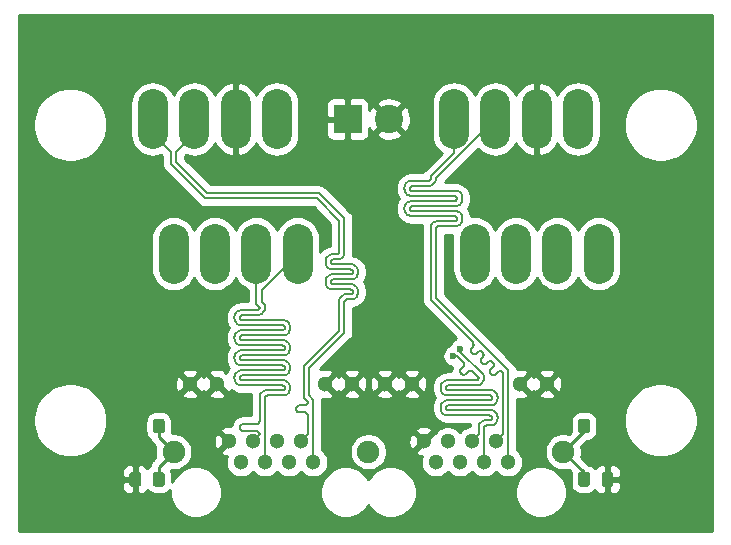
<source format=gbr>
G04 #@! TF.GenerationSoftware,KiCad,Pcbnew,(5.1.5)-3*
G04 #@! TF.CreationDate,2020-02-01T18:30:37+01:00*
G04 #@! TF.ProjectId,STMBLBreakout,53544d42-4c42-4726-9561-6b6f75742e6b,rev?*
G04 #@! TF.SameCoordinates,PX2faf080PY8f0d180*
G04 #@! TF.FileFunction,Copper,L1,Top*
G04 #@! TF.FilePolarity,Positive*
%FSLAX46Y46*%
G04 Gerber Fmt 4.6, Leading zero omitted, Abs format (unit mm)*
G04 Created by KiCad (PCBNEW (5.1.5)-3) date 2020-02-01 18:30:37*
%MOMM*%
%LPD*%
G04 APERTURE LIST*
%ADD10C,2.400000*%
%ADD11R,2.400000X2.400000*%
%ADD12C,0.100000*%
%ADD13O,2.540000X5.080000*%
%ADD14C,1.900000*%
%ADD15C,1.300000*%
%ADD16C,0.600000*%
%ADD17C,0.250000*%
%ADD18C,0.200000*%
%ADD19C,0.254000*%
G04 APERTURE END LIST*
D10*
X32000000Y35500000D03*
D11*
X28500000Y35500000D03*
G04 #@! TA.AperFunction,SMDPad,CuDef*
D12*
G36*
X48774504Y5623796D02*
G01*
X48798773Y5620196D01*
X48822571Y5614235D01*
X48845671Y5605970D01*
X48867849Y5595480D01*
X48888893Y5582867D01*
X48908598Y5568253D01*
X48926777Y5551777D01*
X48943253Y5533598D01*
X48957867Y5513893D01*
X48970480Y5492849D01*
X48980970Y5470671D01*
X48989235Y5447571D01*
X48995196Y5423773D01*
X48998796Y5399504D01*
X49000000Y5375000D01*
X49000000Y4625000D01*
X48998796Y4600496D01*
X48995196Y4576227D01*
X48989235Y4552429D01*
X48980970Y4529329D01*
X48970480Y4507151D01*
X48957867Y4486107D01*
X48943253Y4466402D01*
X48926777Y4448223D01*
X48908598Y4431747D01*
X48888893Y4417133D01*
X48867849Y4404520D01*
X48845671Y4394030D01*
X48822571Y4385765D01*
X48798773Y4379804D01*
X48774504Y4376204D01*
X48750000Y4375000D01*
X48250000Y4375000D01*
X48225496Y4376204D01*
X48201227Y4379804D01*
X48177429Y4385765D01*
X48154329Y4394030D01*
X48132151Y4404520D01*
X48111107Y4417133D01*
X48091402Y4431747D01*
X48073223Y4448223D01*
X48056747Y4466402D01*
X48042133Y4486107D01*
X48029520Y4507151D01*
X48019030Y4529329D01*
X48010765Y4552429D01*
X48004804Y4576227D01*
X48001204Y4600496D01*
X48000000Y4625000D01*
X48000000Y5375000D01*
X48001204Y5399504D01*
X48004804Y5423773D01*
X48010765Y5447571D01*
X48019030Y5470671D01*
X48029520Y5492849D01*
X48042133Y5513893D01*
X48056747Y5533598D01*
X48073223Y5551777D01*
X48091402Y5568253D01*
X48111107Y5582867D01*
X48132151Y5595480D01*
X48154329Y5605970D01*
X48177429Y5614235D01*
X48201227Y5620196D01*
X48225496Y5623796D01*
X48250000Y5625000D01*
X48750000Y5625000D01*
X48774504Y5623796D01*
G37*
G04 #@! TD.AperFunction*
G04 #@! TA.AperFunction,SMDPad,CuDef*
G36*
X50774504Y5623796D02*
G01*
X50798773Y5620196D01*
X50822571Y5614235D01*
X50845671Y5605970D01*
X50867849Y5595480D01*
X50888893Y5582867D01*
X50908598Y5568253D01*
X50926777Y5551777D01*
X50943253Y5533598D01*
X50957867Y5513893D01*
X50970480Y5492849D01*
X50980970Y5470671D01*
X50989235Y5447571D01*
X50995196Y5423773D01*
X50998796Y5399504D01*
X51000000Y5375000D01*
X51000000Y4625000D01*
X50998796Y4600496D01*
X50995196Y4576227D01*
X50989235Y4552429D01*
X50980970Y4529329D01*
X50970480Y4507151D01*
X50957867Y4486107D01*
X50943253Y4466402D01*
X50926777Y4448223D01*
X50908598Y4431747D01*
X50888893Y4417133D01*
X50867849Y4404520D01*
X50845671Y4394030D01*
X50822571Y4385765D01*
X50798773Y4379804D01*
X50774504Y4376204D01*
X50750000Y4375000D01*
X50250000Y4375000D01*
X50225496Y4376204D01*
X50201227Y4379804D01*
X50177429Y4385765D01*
X50154329Y4394030D01*
X50132151Y4404520D01*
X50111107Y4417133D01*
X50091402Y4431747D01*
X50073223Y4448223D01*
X50056747Y4466402D01*
X50042133Y4486107D01*
X50029520Y4507151D01*
X50019030Y4529329D01*
X50010765Y4552429D01*
X50004804Y4576227D01*
X50001204Y4600496D01*
X50000000Y4625000D01*
X50000000Y5375000D01*
X50001204Y5399504D01*
X50004804Y5423773D01*
X50010765Y5447571D01*
X50019030Y5470671D01*
X50029520Y5492849D01*
X50042133Y5513893D01*
X50056747Y5533598D01*
X50073223Y5551777D01*
X50091402Y5568253D01*
X50111107Y5582867D01*
X50132151Y5595480D01*
X50154329Y5605970D01*
X50177429Y5614235D01*
X50201227Y5620196D01*
X50225496Y5623796D01*
X50250000Y5625000D01*
X50750000Y5625000D01*
X50774504Y5623796D01*
G37*
G04 #@! TD.AperFunction*
G04 #@! TA.AperFunction,SMDPad,CuDef*
G36*
X12774504Y5623796D02*
G01*
X12798773Y5620196D01*
X12822571Y5614235D01*
X12845671Y5605970D01*
X12867849Y5595480D01*
X12888893Y5582867D01*
X12908598Y5568253D01*
X12926777Y5551777D01*
X12943253Y5533598D01*
X12957867Y5513893D01*
X12970480Y5492849D01*
X12980970Y5470671D01*
X12989235Y5447571D01*
X12995196Y5423773D01*
X12998796Y5399504D01*
X13000000Y5375000D01*
X13000000Y4625000D01*
X12998796Y4600496D01*
X12995196Y4576227D01*
X12989235Y4552429D01*
X12980970Y4529329D01*
X12970480Y4507151D01*
X12957867Y4486107D01*
X12943253Y4466402D01*
X12926777Y4448223D01*
X12908598Y4431747D01*
X12888893Y4417133D01*
X12867849Y4404520D01*
X12845671Y4394030D01*
X12822571Y4385765D01*
X12798773Y4379804D01*
X12774504Y4376204D01*
X12750000Y4375000D01*
X12250000Y4375000D01*
X12225496Y4376204D01*
X12201227Y4379804D01*
X12177429Y4385765D01*
X12154329Y4394030D01*
X12132151Y4404520D01*
X12111107Y4417133D01*
X12091402Y4431747D01*
X12073223Y4448223D01*
X12056747Y4466402D01*
X12042133Y4486107D01*
X12029520Y4507151D01*
X12019030Y4529329D01*
X12010765Y4552429D01*
X12004804Y4576227D01*
X12001204Y4600496D01*
X12000000Y4625000D01*
X12000000Y5375000D01*
X12001204Y5399504D01*
X12004804Y5423773D01*
X12010765Y5447571D01*
X12019030Y5470671D01*
X12029520Y5492849D01*
X12042133Y5513893D01*
X12056747Y5533598D01*
X12073223Y5551777D01*
X12091402Y5568253D01*
X12111107Y5582867D01*
X12132151Y5595480D01*
X12154329Y5605970D01*
X12177429Y5614235D01*
X12201227Y5620196D01*
X12225496Y5623796D01*
X12250000Y5625000D01*
X12750000Y5625000D01*
X12774504Y5623796D01*
G37*
G04 #@! TD.AperFunction*
G04 #@! TA.AperFunction,SMDPad,CuDef*
G36*
X10774504Y5623796D02*
G01*
X10798773Y5620196D01*
X10822571Y5614235D01*
X10845671Y5605970D01*
X10867849Y5595480D01*
X10888893Y5582867D01*
X10908598Y5568253D01*
X10926777Y5551777D01*
X10943253Y5533598D01*
X10957867Y5513893D01*
X10970480Y5492849D01*
X10980970Y5470671D01*
X10989235Y5447571D01*
X10995196Y5423773D01*
X10998796Y5399504D01*
X11000000Y5375000D01*
X11000000Y4625000D01*
X10998796Y4600496D01*
X10995196Y4576227D01*
X10989235Y4552429D01*
X10980970Y4529329D01*
X10970480Y4507151D01*
X10957867Y4486107D01*
X10943253Y4466402D01*
X10926777Y4448223D01*
X10908598Y4431747D01*
X10888893Y4417133D01*
X10867849Y4404520D01*
X10845671Y4394030D01*
X10822571Y4385765D01*
X10798773Y4379804D01*
X10774504Y4376204D01*
X10750000Y4375000D01*
X10250000Y4375000D01*
X10225496Y4376204D01*
X10201227Y4379804D01*
X10177429Y4385765D01*
X10154329Y4394030D01*
X10132151Y4404520D01*
X10111107Y4417133D01*
X10091402Y4431747D01*
X10073223Y4448223D01*
X10056747Y4466402D01*
X10042133Y4486107D01*
X10029520Y4507151D01*
X10019030Y4529329D01*
X10010765Y4552429D01*
X10004804Y4576227D01*
X10001204Y4600496D01*
X10000000Y4625000D01*
X10000000Y5375000D01*
X10001204Y5399504D01*
X10004804Y5423773D01*
X10010765Y5447571D01*
X10019030Y5470671D01*
X10029520Y5492849D01*
X10042133Y5513893D01*
X10056747Y5533598D01*
X10073223Y5551777D01*
X10091402Y5568253D01*
X10111107Y5582867D01*
X10132151Y5595480D01*
X10154329Y5605970D01*
X10177429Y5614235D01*
X10201227Y5620196D01*
X10225496Y5623796D01*
X10250000Y5625000D01*
X10750000Y5625000D01*
X10774504Y5623796D01*
G37*
G04 #@! TD.AperFunction*
D13*
X37500000Y35500000D03*
X39250000Y24100000D03*
X41000000Y35500000D03*
X42750000Y24100000D03*
X44500000Y35500000D03*
X46250000Y24100000D03*
X48000000Y35500000D03*
X49750000Y24100000D03*
D14*
X30250000Y7330000D03*
X46750000Y7330000D03*
D15*
X42070000Y6440000D03*
X41050000Y8220000D03*
X40030000Y6440000D03*
X39010000Y8220000D03*
X37990000Y6440000D03*
X36970000Y8220000D03*
X35950000Y6440000D03*
X34930000Y8220000D03*
X31640000Y13080000D03*
X33930000Y13080000D03*
X43070000Y13080000D03*
X45360000Y13080000D03*
D13*
X12000000Y35500000D03*
X13750000Y24100000D03*
X15500000Y35500000D03*
X17250000Y24100000D03*
X19000000Y35500000D03*
X20750000Y24100000D03*
X22500000Y35500000D03*
X24250000Y24100000D03*
D14*
X13750000Y7330000D03*
X30250000Y7330000D03*
D15*
X25570000Y6440000D03*
X24550000Y8220000D03*
X23530000Y6440000D03*
X22510000Y8220000D03*
X21490000Y6440000D03*
X20470000Y8220000D03*
X19450000Y6440000D03*
X18430000Y8220000D03*
X15140000Y13080000D03*
X17430000Y13080000D03*
X26570000Y13080000D03*
X28860000Y13080000D03*
G04 #@! TA.AperFunction,SMDPad,CuDef*
D12*
G36*
X48774504Y10123796D02*
G01*
X48798773Y10120196D01*
X48822571Y10114235D01*
X48845671Y10105970D01*
X48867849Y10095480D01*
X48888893Y10082867D01*
X48908598Y10068253D01*
X48926777Y10051777D01*
X48943253Y10033598D01*
X48957867Y10013893D01*
X48970480Y9992849D01*
X48980970Y9970671D01*
X48989235Y9947571D01*
X48995196Y9923773D01*
X48998796Y9899504D01*
X49000000Y9875000D01*
X49000000Y9125000D01*
X48998796Y9100496D01*
X48995196Y9076227D01*
X48989235Y9052429D01*
X48980970Y9029329D01*
X48970480Y9007151D01*
X48957867Y8986107D01*
X48943253Y8966402D01*
X48926777Y8948223D01*
X48908598Y8931747D01*
X48888893Y8917133D01*
X48867849Y8904520D01*
X48845671Y8894030D01*
X48822571Y8885765D01*
X48798773Y8879804D01*
X48774504Y8876204D01*
X48750000Y8875000D01*
X48250000Y8875000D01*
X48225496Y8876204D01*
X48201227Y8879804D01*
X48177429Y8885765D01*
X48154329Y8894030D01*
X48132151Y8904520D01*
X48111107Y8917133D01*
X48091402Y8931747D01*
X48073223Y8948223D01*
X48056747Y8966402D01*
X48042133Y8986107D01*
X48029520Y9007151D01*
X48019030Y9029329D01*
X48010765Y9052429D01*
X48004804Y9076227D01*
X48001204Y9100496D01*
X48000000Y9125000D01*
X48000000Y9875000D01*
X48001204Y9899504D01*
X48004804Y9923773D01*
X48010765Y9947571D01*
X48019030Y9970671D01*
X48029520Y9992849D01*
X48042133Y10013893D01*
X48056747Y10033598D01*
X48073223Y10051777D01*
X48091402Y10068253D01*
X48111107Y10082867D01*
X48132151Y10095480D01*
X48154329Y10105970D01*
X48177429Y10114235D01*
X48201227Y10120196D01*
X48225496Y10123796D01*
X48250000Y10125000D01*
X48750000Y10125000D01*
X48774504Y10123796D01*
G37*
G04 #@! TD.AperFunction*
G04 #@! TA.AperFunction,SMDPad,CuDef*
G36*
X50774504Y10123796D02*
G01*
X50798773Y10120196D01*
X50822571Y10114235D01*
X50845671Y10105970D01*
X50867849Y10095480D01*
X50888893Y10082867D01*
X50908598Y10068253D01*
X50926777Y10051777D01*
X50943253Y10033598D01*
X50957867Y10013893D01*
X50970480Y9992849D01*
X50980970Y9970671D01*
X50989235Y9947571D01*
X50995196Y9923773D01*
X50998796Y9899504D01*
X51000000Y9875000D01*
X51000000Y9125000D01*
X50998796Y9100496D01*
X50995196Y9076227D01*
X50989235Y9052429D01*
X50980970Y9029329D01*
X50970480Y9007151D01*
X50957867Y8986107D01*
X50943253Y8966402D01*
X50926777Y8948223D01*
X50908598Y8931747D01*
X50888893Y8917133D01*
X50867849Y8904520D01*
X50845671Y8894030D01*
X50822571Y8885765D01*
X50798773Y8879804D01*
X50774504Y8876204D01*
X50750000Y8875000D01*
X50250000Y8875000D01*
X50225496Y8876204D01*
X50201227Y8879804D01*
X50177429Y8885765D01*
X50154329Y8894030D01*
X50132151Y8904520D01*
X50111107Y8917133D01*
X50091402Y8931747D01*
X50073223Y8948223D01*
X50056747Y8966402D01*
X50042133Y8986107D01*
X50029520Y9007151D01*
X50019030Y9029329D01*
X50010765Y9052429D01*
X50004804Y9076227D01*
X50001204Y9100496D01*
X50000000Y9125000D01*
X50000000Y9875000D01*
X50001204Y9899504D01*
X50004804Y9923773D01*
X50010765Y9947571D01*
X50019030Y9970671D01*
X50029520Y9992849D01*
X50042133Y10013893D01*
X50056747Y10033598D01*
X50073223Y10051777D01*
X50091402Y10068253D01*
X50111107Y10082867D01*
X50132151Y10095480D01*
X50154329Y10105970D01*
X50177429Y10114235D01*
X50201227Y10120196D01*
X50225496Y10123796D01*
X50250000Y10125000D01*
X50750000Y10125000D01*
X50774504Y10123796D01*
G37*
G04 #@! TD.AperFunction*
G04 #@! TA.AperFunction,SMDPad,CuDef*
G36*
X12774504Y10123796D02*
G01*
X12798773Y10120196D01*
X12822571Y10114235D01*
X12845671Y10105970D01*
X12867849Y10095480D01*
X12888893Y10082867D01*
X12908598Y10068253D01*
X12926777Y10051777D01*
X12943253Y10033598D01*
X12957867Y10013893D01*
X12970480Y9992849D01*
X12980970Y9970671D01*
X12989235Y9947571D01*
X12995196Y9923773D01*
X12998796Y9899504D01*
X13000000Y9875000D01*
X13000000Y9125000D01*
X12998796Y9100496D01*
X12995196Y9076227D01*
X12989235Y9052429D01*
X12980970Y9029329D01*
X12970480Y9007151D01*
X12957867Y8986107D01*
X12943253Y8966402D01*
X12926777Y8948223D01*
X12908598Y8931747D01*
X12888893Y8917133D01*
X12867849Y8904520D01*
X12845671Y8894030D01*
X12822571Y8885765D01*
X12798773Y8879804D01*
X12774504Y8876204D01*
X12750000Y8875000D01*
X12250000Y8875000D01*
X12225496Y8876204D01*
X12201227Y8879804D01*
X12177429Y8885765D01*
X12154329Y8894030D01*
X12132151Y8904520D01*
X12111107Y8917133D01*
X12091402Y8931747D01*
X12073223Y8948223D01*
X12056747Y8966402D01*
X12042133Y8986107D01*
X12029520Y9007151D01*
X12019030Y9029329D01*
X12010765Y9052429D01*
X12004804Y9076227D01*
X12001204Y9100496D01*
X12000000Y9125000D01*
X12000000Y9875000D01*
X12001204Y9899504D01*
X12004804Y9923773D01*
X12010765Y9947571D01*
X12019030Y9970671D01*
X12029520Y9992849D01*
X12042133Y10013893D01*
X12056747Y10033598D01*
X12073223Y10051777D01*
X12091402Y10068253D01*
X12111107Y10082867D01*
X12132151Y10095480D01*
X12154329Y10105970D01*
X12177429Y10114235D01*
X12201227Y10120196D01*
X12225496Y10123796D01*
X12250000Y10125000D01*
X12750000Y10125000D01*
X12774504Y10123796D01*
G37*
G04 #@! TD.AperFunction*
G04 #@! TA.AperFunction,SMDPad,CuDef*
G36*
X10774504Y10123796D02*
G01*
X10798773Y10120196D01*
X10822571Y10114235D01*
X10845671Y10105970D01*
X10867849Y10095480D01*
X10888893Y10082867D01*
X10908598Y10068253D01*
X10926777Y10051777D01*
X10943253Y10033598D01*
X10957867Y10013893D01*
X10970480Y9992849D01*
X10980970Y9970671D01*
X10989235Y9947571D01*
X10995196Y9923773D01*
X10998796Y9899504D01*
X11000000Y9875000D01*
X11000000Y9125000D01*
X10998796Y9100496D01*
X10995196Y9076227D01*
X10989235Y9052429D01*
X10980970Y9029329D01*
X10970480Y9007151D01*
X10957867Y8986107D01*
X10943253Y8966402D01*
X10926777Y8948223D01*
X10908598Y8931747D01*
X10888893Y8917133D01*
X10867849Y8904520D01*
X10845671Y8894030D01*
X10822571Y8885765D01*
X10798773Y8879804D01*
X10774504Y8876204D01*
X10750000Y8875000D01*
X10250000Y8875000D01*
X10225496Y8876204D01*
X10201227Y8879804D01*
X10177429Y8885765D01*
X10154329Y8894030D01*
X10132151Y8904520D01*
X10111107Y8917133D01*
X10091402Y8931747D01*
X10073223Y8948223D01*
X10056747Y8966402D01*
X10042133Y8986107D01*
X10029520Y9007151D01*
X10019030Y9029329D01*
X10010765Y9052429D01*
X10004804Y9076227D01*
X10001204Y9100496D01*
X10000000Y9125000D01*
X10000000Y9875000D01*
X10001204Y9899504D01*
X10004804Y9923773D01*
X10010765Y9947571D01*
X10019030Y9970671D01*
X10029520Y9992849D01*
X10042133Y10013893D01*
X10056747Y10033598D01*
X10073223Y10051777D01*
X10091402Y10068253D01*
X10111107Y10082867D01*
X10132151Y10095480D01*
X10154329Y10105970D01*
X10177429Y10114235D01*
X10201227Y10120196D01*
X10225496Y10123796D01*
X10250000Y10125000D01*
X10750000Y10125000D01*
X10774504Y10123796D01*
G37*
G04 #@! TD.AperFunction*
D16*
X38041636Y16059406D03*
X37440594Y15458364D03*
D17*
X48500000Y9080000D02*
X48500000Y9500000D01*
X46750000Y7330000D02*
X48500000Y9080000D01*
X48500000Y5580000D02*
X48500000Y5000000D01*
X46750000Y7330000D02*
X48500000Y5580000D01*
X12500000Y8580000D02*
X12500000Y9500000D01*
X13750000Y7330000D02*
X12500000Y8580000D01*
X12500000Y6080000D02*
X12500000Y5000000D01*
X13750000Y7330000D02*
X12500000Y6080000D01*
D18*
X36895479Y11208168D02*
X36863810Y11176499D01*
X36933400Y11231995D02*
X36895479Y11208168D01*
X37020177Y11251801D02*
X36975672Y11246787D01*
X36933400Y12931995D02*
X36895479Y12908168D01*
X40577383Y11251801D02*
X37020177Y11251801D01*
X40843111Y11312452D02*
X40713664Y11267157D01*
X41174468Y11727961D02*
X41129173Y11598514D01*
X41189823Y11864242D02*
X41174468Y11727961D01*
X41129173Y12205089D02*
X41174468Y12075642D01*
X37020177Y12951801D02*
X36975672Y12946787D01*
X40959233Y12418186D02*
X41056208Y12321211D01*
X40713664Y12536446D02*
X40843111Y12491151D01*
X40577383Y12551801D02*
X40713664Y12536446D01*
X37020177Y12551801D02*
X40577383Y12551801D01*
X36975672Y12556816D02*
X37020177Y12551801D01*
X36933400Y12571608D02*
X36975672Y12556816D01*
X38041636Y16059406D02*
X38041636Y15776563D01*
X39683287Y13012452D02*
X39553840Y12967157D01*
X39417559Y12951801D02*
X37020177Y12951801D01*
X40843111Y12491151D02*
X40959233Y12418186D01*
X41129173Y11598514D02*
X41056208Y11482392D01*
X36863810Y12627104D02*
X36895479Y12595435D01*
X40959233Y11385417D02*
X40843111Y11312452D01*
X39969349Y13298514D02*
X39896384Y13182392D01*
X40035015Y9396306D02*
X40030000Y9351801D01*
X36820177Y12751801D02*
X36825191Y12707297D01*
X36839983Y12665025D02*
X36863810Y12627104D01*
X38041636Y15776563D02*
X40030000Y13788199D01*
X36975672Y11246787D02*
X36933400Y11231995D01*
X36839983Y12838578D02*
X36825191Y12796306D01*
X40014644Y13427961D02*
X39969349Y13298514D01*
X39896384Y13182392D02*
X39799409Y13085417D01*
X41056208Y12321211D02*
X41129173Y12205089D01*
X39553840Y12967157D02*
X39417559Y12951801D01*
X40030000Y13564242D02*
X40014644Y13427961D01*
X40030000Y13788199D02*
X40030000Y13564242D01*
X40713664Y11267157D02*
X40577383Y11251801D01*
X36975672Y12946787D02*
X36933400Y12931995D01*
X36863810Y11176499D02*
X36839983Y11138578D01*
X41189823Y11939361D02*
X41189823Y11864242D01*
X36895479Y12908168D02*
X36863810Y12876499D01*
X41174468Y12075642D02*
X41189823Y11939361D01*
X36825191Y12707297D02*
X36839983Y12665025D01*
X36863810Y12876499D02*
X36839983Y12838578D01*
X36863810Y10927104D02*
X36895479Y10895435D01*
X41056208Y11482392D02*
X40959233Y11385417D01*
X36825191Y12796306D02*
X36820177Y12751801D01*
X39799409Y13085417D02*
X39683287Y13012452D01*
X40185496Y9546787D02*
X40143224Y9531995D01*
X36895479Y12595435D02*
X36933400Y12571608D01*
X36839983Y11138578D02*
X36825191Y11096306D01*
X36825191Y11096306D02*
X36820177Y11051801D01*
X36820177Y11051801D02*
X36825191Y11007297D01*
X36825191Y11007297D02*
X36839983Y10965025D01*
X36839983Y10965025D02*
X36863810Y10927104D01*
X36895479Y10895435D02*
X36933400Y10871608D01*
X36933400Y10871608D02*
X36975672Y10856816D01*
X36975672Y10856816D02*
X37020177Y10851801D01*
X37020177Y10851801D02*
X40577383Y10851801D01*
X40577383Y10851801D02*
X40713664Y10836446D01*
X40713664Y10836446D02*
X40843111Y10791151D01*
X40843111Y10791151D02*
X40959233Y10718186D01*
X40959233Y10718186D02*
X41056208Y10621211D01*
X41056208Y10621211D02*
X41129173Y10505089D01*
X41129173Y10505089D02*
X41174468Y10375642D01*
X41174468Y10375642D02*
X41189823Y10239361D01*
X41189823Y10239361D02*
X41189823Y10164242D01*
X41189823Y10164242D02*
X41174468Y10027961D01*
X41174468Y10027961D02*
X41129173Y9898514D01*
X41129173Y9898514D02*
X41056208Y9782392D01*
X41056208Y9782392D02*
X40959233Y9685417D01*
X40959233Y9685417D02*
X40843111Y9612452D01*
X40843111Y9612452D02*
X40713664Y9567157D01*
X40713664Y9567157D02*
X40577383Y9551801D01*
X40577383Y9551801D02*
X40230000Y9551801D01*
X40230000Y9551801D02*
X40185496Y9546787D01*
X40143224Y9531995D02*
X40105303Y9508168D01*
X40105303Y9508168D02*
X40073634Y9476499D01*
X40073634Y9476499D02*
X40049807Y9438578D01*
X40049807Y9438578D02*
X40035015Y9396306D01*
X40030000Y9351801D02*
X40030000Y8221268D01*
X40030000Y8221268D02*
X40030000Y6440000D01*
X33433615Y30044410D02*
X33530590Y30141385D01*
X33300000Y29662560D02*
X33315355Y29798841D01*
X33315355Y29451160D02*
X33300000Y29587441D01*
X33360650Y29321713D02*
X33315355Y29451160D01*
X33433615Y29205591D02*
X33360650Y29321713D01*
X33530590Y29108616D02*
X33433615Y29205591D01*
X35369504Y30280015D02*
X35411776Y30294807D01*
X33646712Y29035651D02*
X33530590Y29108616D01*
X33776159Y28990356D02*
X33646712Y29035651D01*
X35525000Y30475000D02*
X35525000Y30661397D01*
X33912440Y28975000D02*
X33776159Y28990356D01*
X37550000Y28975000D02*
X33912440Y28975000D01*
X37594505Y28969986D02*
X37550000Y28975000D01*
X37636777Y28955194D02*
X37594505Y28969986D01*
X35481366Y30350303D02*
X35505193Y30388224D01*
X37674698Y28931367D02*
X37636777Y28955194D01*
X37706367Y28899698D02*
X37674698Y28931367D01*
X37730194Y28861777D02*
X37706367Y28899698D01*
X37500000Y32636397D02*
X37500000Y35500000D01*
X37744986Y28819505D02*
X37730194Y28861777D01*
X33776159Y30259645D02*
X33912440Y30275000D01*
X37750000Y28775000D02*
X37744986Y28819505D01*
X37744986Y28730496D02*
X37750000Y28775000D01*
X37730194Y28688224D02*
X37744986Y28730496D01*
X33360650Y29928288D02*
X33433615Y30044410D01*
X37706367Y28650303D02*
X37730194Y28688224D01*
X37674698Y28618634D02*
X37706367Y28650303D01*
X37636777Y28594807D02*
X37674698Y28618634D01*
X37594505Y28580015D02*
X37636777Y28594807D01*
X35411776Y30294807D02*
X35449697Y30318634D01*
X37550000Y28575000D02*
X37594505Y28580015D01*
X33315355Y29798841D02*
X33360650Y29928288D01*
X33912440Y28575000D02*
X37550000Y28575000D01*
X33646712Y30214350D02*
X33776159Y30259645D01*
X33776159Y28559645D02*
X33912440Y28575000D01*
X33646712Y28514350D02*
X33776159Y28559645D01*
X33530590Y28441385D02*
X33646712Y28514350D01*
X33433615Y28344410D02*
X33530590Y28441385D01*
X33360650Y28228288D02*
X33433615Y28344410D01*
X33315355Y28098841D02*
X33360650Y28228288D01*
X33300000Y27962560D02*
X33315355Y28098841D01*
X33300000Y27887441D02*
X33300000Y27962560D01*
X33315355Y27751160D02*
X33300000Y27887441D01*
X33360650Y27621713D02*
X33315355Y27751160D01*
X33433615Y27505591D02*
X33360650Y27621713D01*
X33530590Y27408616D02*
X33433615Y27505591D01*
X35325000Y30275000D02*
X35369504Y30280015D01*
X33646712Y27335651D02*
X33530590Y27408616D01*
X33776159Y27290356D02*
X33646712Y27335651D01*
X33912440Y27275000D02*
X33776159Y27290356D01*
X35519985Y30430496D02*
X35525000Y30475000D01*
X37550000Y27275000D02*
X33912440Y27275000D01*
X37594505Y27269986D02*
X37550000Y27275000D01*
X37636777Y27255194D02*
X37594505Y27269986D01*
X37674698Y27231367D02*
X37636777Y27255194D01*
X37706367Y27199698D02*
X37674698Y27231367D01*
X37730194Y27161777D02*
X37706367Y27199698D01*
X37744986Y27119505D02*
X37730194Y27161777D01*
X37750000Y27075000D02*
X37744986Y27119505D01*
X37744986Y27030496D02*
X37750000Y27075000D01*
X37730194Y26988224D02*
X37744986Y27030496D01*
X37706367Y26950303D02*
X37730194Y26988224D01*
X37674698Y26918634D02*
X37706367Y26950303D01*
X37636777Y26894807D02*
X37674698Y26918634D01*
X37594505Y26880015D02*
X37636777Y26894807D01*
X37550000Y26875000D02*
X37594505Y26880015D01*
X36137441Y26875000D02*
X37550000Y26875000D01*
X36001160Y26859645D02*
X36137441Y26875000D01*
X35871713Y26814350D02*
X36001160Y26859645D01*
X35755591Y26741385D02*
X35871713Y26814350D01*
X35658616Y26644410D02*
X35755591Y26741385D01*
X39908963Y14801943D02*
X39856440Y14843828D01*
X39969489Y14772794D02*
X39908963Y14801943D01*
X40102163Y14757846D02*
X40034983Y14757847D01*
X39007912Y16116621D02*
X39074412Y16183124D01*
X40167657Y14772794D02*
X40102163Y14757846D01*
X40280704Y14843828D02*
X40228183Y14801942D01*
X40347207Y14910328D02*
X40280704Y14843828D01*
X35525000Y30661397D02*
X37500000Y32636397D01*
X38936879Y16003572D02*
X38966025Y16064099D01*
X40399729Y14952215D02*
X40347207Y14910328D01*
X39993975Y15447642D02*
X40008923Y15513136D01*
X40460256Y14981361D02*
X40399729Y14952215D01*
X40525749Y14996311D02*
X40460256Y14981361D01*
X40592929Y14996310D02*
X40525749Y14996311D01*
X40658422Y14981362D02*
X40592929Y14996310D01*
X40771471Y14910329D02*
X40718949Y14952214D01*
X39964827Y15387116D02*
X39993975Y15447642D01*
X40813356Y14857807D02*
X40771471Y14910329D01*
X40842502Y14797282D02*
X40813356Y14857807D01*
X38921929Y15938079D02*
X38936879Y16003572D01*
X40857452Y14731787D02*
X40842502Y14797282D01*
X40857451Y14664609D02*
X40857452Y14731787D01*
X39160394Y16361665D02*
X39160393Y16428845D01*
X40842503Y14599114D02*
X40857451Y14664609D01*
X40813355Y14538589D02*
X40842503Y14599114D01*
X40771470Y14486065D02*
X40813355Y14538589D01*
X40228183Y14801942D02*
X40167657Y14772794D01*
X40592373Y14296330D02*
X40634258Y14348854D01*
X38936878Y15805406D02*
X38921930Y15870899D01*
X33530590Y30141385D02*
X33646712Y30214350D01*
X41058523Y13924589D02*
X41006001Y13882702D01*
X41195736Y14061799D02*
X41058523Y13924589D01*
X41567478Y14103685D02*
X41506951Y14132833D01*
X41308785Y14132832D02*
X41248258Y14103686D01*
X41374278Y14147782D02*
X41308785Y14132832D01*
X39116297Y16554865D02*
X39074413Y16607387D01*
X40812801Y13838607D02*
X40747308Y13853555D01*
X41248258Y14103686D02*
X41195736Y14061799D01*
X35449697Y30318634D02*
X35481366Y30350303D01*
X39074412Y16183124D02*
X39116298Y16235645D01*
X41506951Y14132833D02*
X41441458Y14147781D01*
X40548276Y14103132D02*
X40548277Y14170310D01*
X41620000Y8790000D02*
X41620000Y14061800D01*
X40879981Y13838606D02*
X40812801Y13838607D01*
X38966026Y15744879D02*
X38936878Y15805406D01*
X41050000Y8220000D02*
X41620000Y8790000D01*
X41620000Y14061800D02*
X41567478Y14103685D01*
X38966025Y16064099D02*
X39007912Y16116621D01*
X40634258Y14348854D02*
X40771470Y14486065D01*
X41006001Y13882702D02*
X40945474Y13853556D01*
X40945474Y13853556D02*
X40879981Y13838606D01*
X40747308Y13853555D02*
X40686781Y13882703D01*
X40592372Y13977112D02*
X40563226Y14037637D01*
X40634259Y13924588D02*
X40592372Y13977112D01*
X40718949Y14952214D02*
X40658422Y14981362D01*
X40686781Y13882703D02*
X40634259Y13924588D01*
X40034983Y14757847D02*
X39969489Y14772794D01*
X40563226Y14037637D02*
X40548276Y14103132D01*
X40548277Y14170310D02*
X40563225Y14235805D01*
X39870420Y15800743D02*
X39809893Y15829891D01*
X41441458Y14147781D02*
X41374278Y14147782D01*
X40563225Y14235805D02*
X40592373Y14296330D01*
X39856440Y14843828D02*
X39814555Y14896350D01*
X39814555Y14896350D02*
X39785407Y14956877D01*
X39785407Y14956877D02*
X39770459Y15022370D01*
X39770459Y15022370D02*
X39770458Y15089550D01*
X39770458Y15089550D02*
X39785408Y15155043D01*
X39785408Y15155043D02*
X39814554Y15215570D01*
X39814554Y15215570D02*
X39856441Y15268092D01*
X39498678Y15758857D02*
X39432175Y15692357D01*
X39856441Y15268092D02*
X39922941Y15334595D01*
X39922941Y15334595D02*
X39964827Y15387116D01*
X33912440Y30275000D02*
X35325000Y30275000D01*
X40008922Y15580316D02*
X39993975Y15645810D01*
X33300000Y29587441D02*
X33300000Y29662560D01*
X40008923Y15513136D02*
X40008922Y15580316D01*
X39993975Y15645810D02*
X39964826Y15706336D01*
X39964826Y15706336D02*
X39922942Y15758858D01*
X39922942Y15758858D02*
X39870420Y15800743D01*
X39809893Y15829891D02*
X39744400Y15844839D01*
X39744400Y15844839D02*
X39677220Y15844840D01*
X39677220Y15844840D02*
X39611727Y15829890D01*
X39611727Y15829890D02*
X39551200Y15800744D01*
X39551200Y15800744D02*
X39498678Y15758857D01*
X39432175Y15692357D02*
X39379654Y15650471D01*
X39379654Y15650471D02*
X39319128Y15621323D01*
X39319128Y15621323D02*
X39253634Y15606375D01*
X35505193Y30388224D02*
X35519985Y30430496D01*
X39253634Y15606375D02*
X39186454Y15606376D01*
X39186454Y15606376D02*
X39120960Y15621323D01*
X39120960Y15621323D02*
X39060434Y15650472D01*
X39060434Y15650472D02*
X39007911Y15692357D01*
X39007911Y15692357D02*
X38966026Y15744879D01*
X38921930Y15870899D02*
X38921929Y15938079D01*
X39116298Y16235645D02*
X39145446Y16296171D01*
X39145446Y16296171D02*
X39160394Y16361665D01*
X39160393Y16428845D02*
X39145446Y16494339D01*
X39145446Y16494339D02*
X39116297Y16554865D01*
X39074413Y16607387D02*
X35525000Y20156800D01*
X35525000Y20156800D02*
X35525000Y26262560D01*
X35525000Y26262560D02*
X35540356Y26398841D01*
X35540356Y26398841D02*
X35585651Y26528288D01*
X35585651Y26528288D02*
X35658616Y26644410D01*
X33769806Y28011777D02*
X33755014Y27969505D01*
X33863223Y28105194D02*
X33825302Y28081367D01*
X33905495Y28119986D02*
X33863223Y28105194D01*
X37853288Y28185651D02*
X37723841Y28140356D01*
X36050303Y26381367D02*
X36018634Y26349698D01*
X37969410Y28258616D02*
X37853288Y28185651D01*
X38066385Y28355591D02*
X37969410Y28258616D01*
X33825302Y27768634D02*
X33863223Y27744807D01*
X38139350Y28471713D02*
X38066385Y28355591D01*
X37969410Y26558616D02*
X37853288Y26485651D01*
X38184645Y28601160D02*
X38139350Y28471713D01*
X37587560Y28125000D02*
X33950000Y28125000D01*
X38200000Y28737441D02*
X38184645Y28601160D01*
X35975000Y20343200D02*
X42070000Y14248200D01*
X38200000Y28812560D02*
X38200000Y28737441D01*
X38200000Y27037441D02*
X38184645Y26901160D01*
X38184645Y28948841D02*
X38200000Y28812560D01*
X38139350Y29078288D02*
X38184645Y28948841D01*
X38066385Y29194410D02*
X38139350Y29078288D01*
X37969410Y29291385D02*
X38066385Y29194410D01*
X33825302Y28081367D02*
X33793633Y28049698D01*
X33769806Y29538224D02*
X33793633Y29500303D01*
X37853288Y29364350D02*
X37969410Y29291385D01*
X37587560Y27725000D02*
X37723841Y27709645D01*
X37723841Y29409645D02*
X37853288Y29364350D01*
X37587560Y29425000D02*
X37723841Y29409645D01*
X38066385Y26655591D02*
X37969410Y26558616D01*
X33950000Y29425000D02*
X37587560Y29425000D01*
X35362559Y29825000D02*
X33950000Y29825000D01*
X33905495Y29430015D02*
X33950000Y29425000D01*
X35980015Y26269505D02*
X35975000Y26225000D01*
X35498840Y29840356D02*
X35362559Y29825000D01*
X35975000Y30475000D02*
X35975000Y30437441D01*
X37587560Y26425000D02*
X36175000Y26425000D01*
X35744409Y29958616D02*
X35628287Y29885651D01*
X35959644Y30301160D02*
X35914349Y30171713D01*
X35841384Y30055591D02*
X35744409Y29958616D01*
X33863223Y29805194D02*
X33825302Y29781367D01*
X33905495Y27730015D02*
X33950000Y27725000D01*
X41000000Y35500000D02*
X35975000Y30475000D01*
X33950000Y29825000D02*
X33905495Y29819986D01*
X35994807Y26311777D02*
X35980015Y26269505D01*
X35628287Y29885651D02*
X35498840Y29840356D01*
X33769806Y27838224D02*
X33793633Y27800303D01*
X35975000Y30437441D02*
X35959644Y30301160D01*
X35914349Y30171713D02*
X35841384Y30055591D01*
X36088224Y26405194D02*
X36050303Y26381367D01*
X33793633Y28049698D02*
X33769806Y28011777D01*
X33793633Y29749698D02*
X33769806Y29711777D01*
X33750000Y29625000D02*
X33755014Y29580496D01*
X37723841Y26440356D02*
X37587560Y26425000D01*
X33905495Y29819986D02*
X33863223Y29805194D01*
X33793633Y29500303D02*
X33825302Y29468634D01*
X33950000Y28125000D02*
X33905495Y28119986D01*
X33825302Y29781367D02*
X33793633Y29749698D01*
X38184645Y26901160D02*
X38139350Y26771713D01*
X33769806Y29711777D02*
X33755014Y29669505D01*
X33755014Y29669505D02*
X33750000Y29625000D01*
X33755014Y29580496D02*
X33769806Y29538224D01*
X33825302Y29468634D02*
X33863223Y29444807D01*
X37723841Y28140356D02*
X37587560Y28125000D01*
X33863223Y29444807D02*
X33905495Y29430015D01*
X33755014Y27969505D02*
X33750000Y27925000D01*
X33750000Y27925000D02*
X33755014Y27880496D01*
X33755014Y27880496D02*
X33769806Y27838224D01*
X33793633Y27800303D02*
X33825302Y27768634D01*
X33863223Y27744807D02*
X33905495Y27730015D01*
X33950000Y27725000D02*
X37587560Y27725000D01*
X37723841Y27709645D02*
X37853288Y27664350D01*
X37853288Y27664350D02*
X37969410Y27591385D01*
X37969410Y27591385D02*
X38066385Y27494410D01*
X38066385Y27494410D02*
X38139350Y27378288D01*
X38139350Y27378288D02*
X38184645Y27248841D01*
X38184645Y27248841D02*
X38200000Y27112560D01*
X38200000Y27112560D02*
X38200000Y27037441D01*
X38139350Y26771713D02*
X38066385Y26655591D01*
X37853288Y26485651D02*
X37723841Y26440356D01*
X36175000Y26425000D02*
X36130496Y26419986D01*
X36130496Y26419986D02*
X36088224Y26405194D01*
X36018634Y26349698D02*
X35994807Y26311777D01*
X35975000Y26225000D02*
X35975000Y20343200D01*
X42070000Y14248200D02*
X42070000Y6440000D01*
X37473437Y15458364D02*
X37440594Y15458364D01*
X37723437Y15458364D02*
X37473437Y15458364D01*
X38242371Y14939430D02*
X37723437Y15458364D01*
X38284256Y14886908D02*
X38242371Y14939430D01*
X38313404Y14826382D02*
X38284256Y14886908D01*
X38328353Y14760887D02*
X38313404Y14826382D01*
X38328353Y14693709D02*
X38328353Y14760887D01*
X38313404Y14628214D02*
X38328353Y14693709D01*
X38284256Y14567688D02*
X38313404Y14628214D01*
X38242370Y14515167D02*
X38284256Y14567688D01*
X38092216Y14365010D02*
X38242370Y14515167D01*
X38050329Y14312488D02*
X38092216Y14365010D01*
X38021183Y14251961D02*
X38050329Y14312488D01*
X38006233Y14186468D02*
X38021183Y14251961D01*
X38006234Y14119288D02*
X38006233Y14186468D01*
X38021182Y14053795D02*
X38006234Y14119288D01*
X36503792Y11471211D02*
X36600767Y11568186D01*
X36430827Y11355089D02*
X36503792Y11471211D01*
X36385532Y11225642D02*
X36430827Y11355089D01*
X36370177Y11089361D02*
X36385532Y11225642D01*
X36370177Y11014242D02*
X36370177Y11089361D01*
X36385532Y10877961D02*
X36370177Y11014242D01*
X36982617Y13401801D02*
X39380000Y13401801D01*
X36846336Y11686446D02*
X36982617Y11701801D01*
X36430827Y10748514D02*
X36385532Y10877961D01*
X40626600Y11721608D02*
X40664521Y11745435D01*
X36503792Y10632392D02*
X36430827Y10748514D01*
X36600767Y10535417D02*
X36503792Y10632392D01*
X36503792Y13171211D02*
X36600767Y13268186D01*
X36716889Y10462452D02*
X36600767Y10535417D01*
X40584328Y12096787D02*
X40539823Y12101801D01*
X36846336Y10417157D02*
X36716889Y10462452D01*
X36846336Y12117157D02*
X36716889Y12162452D01*
X36982617Y10401801D02*
X36846336Y10417157D01*
X40584328Y10396787D02*
X40539823Y10401801D01*
X39038378Y14132786D02*
X38977851Y14161934D01*
X36716889Y11641151D02*
X36846336Y11686446D01*
X40192441Y10001801D02*
X40539823Y10001801D01*
X40539823Y11701801D02*
X40584328Y11706816D01*
X40720017Y10288578D02*
X40696190Y10326499D01*
X39580000Y13601801D02*
X39090900Y14090901D01*
X39713616Y9771211D02*
X39810591Y9868186D01*
X36600767Y13268186D02*
X36716889Y13341151D01*
X36982617Y11701801D02*
X40539823Y11701801D01*
X40056160Y9986446D02*
X40192441Y10001801D01*
X40664521Y10045435D02*
X40696190Y10077104D01*
X36503792Y12332392D02*
X36430827Y12448514D01*
X39926713Y9941151D02*
X40056160Y9986446D01*
X38144738Y13898860D02*
X38092215Y13940746D01*
X39810591Y9868186D02*
X39926713Y9941151D01*
X39010000Y8220000D02*
X39580000Y8790000D01*
X40626600Y10381995D02*
X40584328Y10396787D01*
X38050330Y13993268D02*
X38021182Y14053795D01*
X40696190Y10326499D02*
X40664521Y10358168D01*
X40696190Y11777104D02*
X40720017Y11815025D01*
X40539823Y10001801D02*
X40584328Y10006816D01*
X40539823Y12101801D02*
X36982617Y12101801D01*
X39580000Y8790000D02*
X39580000Y9389361D01*
X40734809Y10246306D02*
X40720017Y10288578D01*
X39424504Y13406816D02*
X39466776Y13421608D01*
X39580000Y9389361D02*
X39595356Y9525642D01*
X39595356Y9525642D02*
X39640651Y9655089D01*
X38337937Y13854763D02*
X38270759Y13854763D01*
X40664521Y11745435D02*
X40696190Y11777104D01*
X39640651Y9655089D02*
X39713616Y9771211D01*
X40539823Y10401801D02*
X36982617Y10401801D01*
X40584328Y10006816D02*
X40626600Y10021608D01*
X39504697Y13445435D02*
X39536366Y13477104D01*
X40720017Y10115025D02*
X40734809Y10157297D01*
X40626600Y10021608D02*
X40664521Y10045435D01*
X38779685Y14161933D02*
X38719158Y14132787D01*
X36600767Y11568186D02*
X36716889Y11641151D01*
X40696190Y10077104D02*
X40720017Y10115025D01*
X36716889Y13341151D02*
X36846336Y13386446D01*
X40584328Y11706816D02*
X40626600Y11721608D01*
X40734809Y10157297D02*
X40739823Y10201801D01*
X40720017Y11815025D02*
X40734809Y11857297D01*
X40739823Y10201801D02*
X40734809Y10246306D01*
X40664521Y10358168D02*
X40626600Y10381995D01*
X40734809Y11857297D02*
X40739823Y11901801D01*
X40739823Y11901801D02*
X40734809Y11946306D01*
X40734809Y11946306D02*
X40720017Y11988578D01*
X40720017Y11988578D02*
X40696190Y12026499D01*
X40696190Y12026499D02*
X40664521Y12058168D01*
X40664521Y12058168D02*
X40626600Y12081995D01*
X40626600Y12081995D02*
X40584328Y12096787D01*
X36982617Y12101801D02*
X36846336Y12117157D01*
X36716889Y12162452D02*
X36600767Y12235417D01*
X36600767Y12235417D02*
X36503792Y12332392D01*
X36430827Y12448514D02*
X36385532Y12577961D01*
X36385532Y12577961D02*
X36370177Y12714242D01*
X36370177Y12714242D02*
X36370177Y12789361D01*
X36370177Y12789361D02*
X36385532Y12925642D01*
X36385532Y12925642D02*
X36430827Y13055089D01*
X36430827Y13055089D02*
X36503792Y13171211D01*
X36846336Y13386446D02*
X36982617Y13401801D01*
X39380000Y13401801D02*
X39424504Y13406816D01*
X39466776Y13421608D02*
X39504697Y13445435D01*
X39536366Y13477104D02*
X39560193Y13515025D01*
X39560193Y13515025D02*
X39574985Y13557297D01*
X39574985Y13557297D02*
X39580000Y13601801D01*
X39090900Y14090901D02*
X39038378Y14132786D01*
X38977851Y14161934D02*
X38912358Y14176882D01*
X38912358Y14176882D02*
X38845178Y14176883D01*
X38845178Y14176883D02*
X38779685Y14161933D01*
X38719158Y14132787D02*
X38666636Y14090900D01*
X38666636Y14090900D02*
X38516479Y13940746D01*
X38516479Y13940746D02*
X38463958Y13898860D01*
X38463958Y13898860D02*
X38403432Y13869712D01*
X38403432Y13869712D02*
X38337937Y13854763D01*
X38270759Y13854763D02*
X38205264Y13869712D01*
X38205264Y13869712D02*
X38144738Y13898860D01*
X38092215Y13940746D02*
X38050330Y13993268D01*
X21034984Y19497296D02*
X21039999Y19541800D01*
X20996365Y19417103D02*
X21020192Y19455024D01*
X19383722Y19326445D02*
X19520003Y19341800D01*
X19254274Y19281150D02*
X19383722Y19326445D01*
X19138151Y19208185D02*
X19254274Y19281150D01*
X19041176Y19111210D02*
X19138151Y19208185D01*
X20750000Y19831800D02*
X20750000Y24100000D01*
X18922916Y18865639D02*
X18968211Y18995087D01*
X18907561Y18729358D02*
X18922916Y18865639D01*
X18907561Y18654239D02*
X18907561Y18729358D01*
X18922916Y18517958D02*
X18907561Y18654239D01*
X18968211Y18388510D02*
X18922916Y18517958D01*
X19041176Y18272387D02*
X18968211Y18388510D01*
X20839999Y19341800D02*
X20884503Y19346815D01*
X19138151Y18175412D02*
X19041176Y18272387D01*
X19254274Y18102447D02*
X19138151Y18175412D01*
X19383722Y18057152D02*
X19254274Y18102447D01*
X19520003Y18041796D02*
X19383722Y18057152D01*
X22972437Y18041796D02*
X19520003Y18041796D01*
X20926775Y19361607D02*
X20964696Y19385434D01*
X23016942Y18036782D02*
X22972437Y18041796D01*
X23059214Y18021990D02*
X23016942Y18036782D01*
X23097135Y17998163D02*
X23059214Y18021990D01*
X23128804Y17966494D02*
X23097135Y17998163D01*
X23152631Y17928573D02*
X23128804Y17966494D01*
X18968211Y18995087D02*
X19041176Y19111210D01*
X23167423Y17886301D02*
X23152631Y17928573D01*
X23172437Y17841796D02*
X23167423Y17886301D01*
X23167423Y17797292D02*
X23172437Y17841796D01*
X23152631Y17755020D02*
X23167423Y17797292D01*
X23128804Y17717099D02*
X23152631Y17755020D01*
X23097135Y17685430D02*
X23128804Y17717099D01*
X23059214Y17661603D02*
X23097135Y17685430D01*
X21020192Y19455024D02*
X21034984Y19497296D01*
X23016942Y17646811D02*
X23059214Y17661603D01*
X22972437Y17641796D02*
X23016942Y17646811D01*
X19520003Y17641796D02*
X22972437Y17641796D01*
X21039999Y19541800D02*
X20750000Y19831800D01*
X19383722Y17626441D02*
X19520003Y17641796D01*
X19254274Y17581146D02*
X19383722Y17626441D01*
X19138151Y17508181D02*
X19254274Y17581146D01*
X19041176Y17411206D02*
X19138151Y17508181D01*
X18968211Y17295083D02*
X19041176Y17411206D01*
X20964696Y19385434D02*
X20996365Y19417103D01*
X18922916Y17165635D02*
X18968211Y17295083D01*
X18907561Y17029354D02*
X18922916Y17165635D01*
X18907561Y16954235D02*
X18907561Y17029354D01*
X18922916Y16817954D02*
X18907561Y16954235D01*
X18968211Y16688506D02*
X18922916Y16817954D01*
X19041176Y16572383D02*
X18968211Y16688506D01*
X19138151Y16475408D02*
X19041176Y16572383D01*
X19254274Y16402443D02*
X19138151Y16475408D01*
X19383722Y16357148D02*
X19254274Y16402443D01*
X19520003Y16341792D02*
X19383722Y16357148D01*
X22972437Y16341792D02*
X19520003Y16341792D01*
X23016942Y16336778D02*
X22972437Y16341792D01*
X23059214Y16321986D02*
X23016942Y16336778D01*
X23097135Y16298159D02*
X23059214Y16321986D01*
X23128804Y16266490D02*
X23097135Y16298159D01*
X23152631Y16228569D02*
X23128804Y16266490D01*
X23167423Y16186297D02*
X23152631Y16228569D01*
X23172437Y16141792D02*
X23167423Y16186297D01*
X23167423Y16097288D02*
X23172437Y16141792D01*
X23152631Y16055016D02*
X23167423Y16097288D01*
X23128804Y16017095D02*
X23152631Y16055016D01*
X23097135Y15985426D02*
X23128804Y16017095D01*
X23059214Y15961599D02*
X23097135Y15985426D01*
X23016942Y15946807D02*
X23059214Y15961599D01*
X22972437Y15941792D02*
X23016942Y15946807D01*
X19520003Y15941792D02*
X22972437Y15941792D01*
X19383722Y15926437D02*
X19520003Y15941792D01*
X19254274Y15881142D02*
X19383722Y15926437D01*
X19138151Y15808177D02*
X19254274Y15881142D01*
X19041176Y15711202D02*
X19138151Y15808177D01*
X18968211Y15595079D02*
X19041176Y15711202D01*
X18922916Y15465631D02*
X18968211Y15595079D01*
X23097135Y12585418D02*
X23128804Y12617087D01*
X19520003Y12941784D02*
X19383722Y12957140D01*
X23016942Y12546799D02*
X23059214Y12561591D01*
X22972437Y12541784D02*
X23016942Y12546799D01*
X21270590Y12408169D02*
X21386713Y12481134D01*
X19520003Y14641788D02*
X19383722Y14657144D01*
X21173615Y12311194D02*
X21270590Y12408169D01*
X21516161Y12526429D02*
X21652442Y12541784D01*
X21040001Y9990000D02*
X21039999Y10954934D01*
X23016942Y14636774D02*
X22972437Y14641788D01*
X21652442Y12541784D02*
X22972437Y12541784D01*
X21032482Y9923244D02*
X21040004Y9990002D01*
X21010294Y9859835D02*
X21032482Y9923244D01*
X21040004Y9990002D02*
X21040001Y9990000D01*
X20974553Y9802953D02*
X21010294Y9859835D01*
X18907561Y13629346D02*
X18922916Y13765627D01*
X20927050Y9755450D02*
X20974553Y9802953D01*
X19520003Y19341800D02*
X20839999Y19341800D01*
X20870169Y9719709D02*
X20927050Y9755450D01*
X23167423Y14486293D02*
X23152631Y14528565D01*
X21039999Y10954934D02*
X21039999Y11929342D01*
X20806760Y9697522D02*
X20870169Y9719709D01*
X19041176Y13172375D02*
X18968211Y13288498D01*
X20740003Y9690000D02*
X20806760Y9697522D01*
X19676872Y9690000D02*
X20740003Y9690000D01*
X20884503Y19346815D02*
X20926775Y19361607D01*
X21055355Y12065623D02*
X21100650Y12195071D01*
X23167423Y14397284D02*
X23172437Y14441788D01*
X20740001Y9089999D02*
X19676871Y9090000D01*
X20974550Y8977045D02*
X20927048Y9024548D01*
X23172437Y14441788D02*
X23167423Y14486293D01*
X20806757Y9082477D02*
X20740001Y9089999D01*
X21010291Y8920164D02*
X20974550Y8977045D01*
X23152631Y14528565D02*
X23128804Y14566486D01*
X21040000Y8790000D02*
X21032479Y8856755D01*
X23059214Y12561591D02*
X23097135Y12585418D01*
X19610114Y9097522D02*
X19546705Y9119709D01*
X21032479Y8856755D02*
X21010291Y8920164D01*
X20927048Y9024548D02*
X20870166Y9060289D01*
X20470000Y8220000D02*
X21040000Y8790000D01*
X23059214Y14261595D02*
X23097135Y14285422D01*
X20870166Y9060289D02*
X20806757Y9082477D01*
X21100650Y12195071D02*
X21173615Y12311194D01*
X19138151Y14775404D02*
X19041176Y14872379D01*
X19384393Y9456757D02*
X19406581Y9520166D01*
X19676871Y9090000D02*
X19610114Y9097522D01*
X18922916Y13417946D02*
X18907561Y13554227D01*
X19376871Y9390000D02*
X19384393Y9456757D01*
X19546705Y9119709D02*
X19489824Y9155451D01*
X19489824Y9155451D02*
X19442321Y9202953D01*
X21386713Y12481134D02*
X21516161Y12526429D01*
X19383722Y14226433D02*
X19520003Y14241788D01*
X19406581Y9520166D02*
X19442322Y9577047D01*
X19442321Y9202953D02*
X19406580Y9259835D01*
X18922916Y15117950D02*
X18907561Y15254231D01*
X19406580Y9259835D02*
X19384392Y9323244D01*
X19384392Y9323244D02*
X19376871Y9390000D01*
X21039999Y11929342D02*
X21055355Y12065623D01*
X19442322Y9577047D02*
X19489825Y9624550D01*
X19489825Y9624550D02*
X19546707Y9660291D01*
X23128804Y12617087D02*
X23152631Y12655008D01*
X19138151Y13075400D02*
X19041176Y13172375D01*
X19546707Y9660291D02*
X19610115Y9682479D01*
X19610115Y9682479D02*
X19676872Y9690000D01*
X23152631Y12655008D02*
X23167423Y12697280D01*
X23167423Y12697280D02*
X23172437Y12741784D01*
X23172437Y12741784D02*
X23167423Y12786289D01*
X23167423Y12786289D02*
X23152631Y12828561D01*
X22972437Y14241788D02*
X23016942Y14246803D01*
X23152631Y12828561D02*
X23128804Y12866482D01*
X23128804Y14317091D02*
X23152631Y14355012D01*
X23128804Y12866482D02*
X23097135Y12898151D01*
X18968211Y13288498D02*
X18922916Y13417946D01*
X23097135Y12898151D02*
X23059214Y12921978D01*
X18907561Y15329350D02*
X18922916Y15465631D01*
X23059214Y12921978D02*
X23016942Y12936770D01*
X23016942Y12936770D02*
X22972437Y12941784D01*
X22972437Y12941784D02*
X19520003Y12941784D01*
X19383722Y12957140D02*
X19254274Y13002435D01*
X19254274Y13002435D02*
X19138151Y13075400D01*
X18907561Y13554227D02*
X18907561Y13629346D01*
X18922916Y13765627D02*
X18968211Y13895075D01*
X18968211Y13895075D02*
X19041176Y14011198D01*
X19041176Y14011198D02*
X19138151Y14108173D01*
X19138151Y14108173D02*
X19254274Y14181138D01*
X19254274Y14181138D02*
X19383722Y14226433D01*
X19520003Y14241788D02*
X22972437Y14241788D01*
X23016942Y14246803D02*
X23059214Y14261595D01*
X23097135Y14285422D02*
X23128804Y14317091D01*
X23152631Y14355012D02*
X23167423Y14397284D01*
X23128804Y14566486D02*
X23097135Y14598155D01*
X23097135Y14598155D02*
X23059214Y14621982D01*
X23059214Y14621982D02*
X23016942Y14636774D01*
X22972437Y14641788D02*
X19520003Y14641788D01*
X19383722Y14657144D02*
X19254274Y14702439D01*
X19254274Y14702439D02*
X19138151Y14775404D01*
X19041176Y14872379D02*
X18968211Y14988502D01*
X18968211Y14988502D02*
X18922916Y15117950D01*
X18907561Y15254231D02*
X18907561Y15329350D01*
X24714871Y8384871D02*
X24550000Y8220000D01*
X25120000Y8790000D02*
X24714871Y8384871D01*
X25120000Y10361800D02*
X25120000Y8790000D01*
X25112478Y10428557D02*
X25120000Y10361800D01*
X25090290Y10491966D02*
X25112478Y10428557D01*
X25054549Y10548847D02*
X25090290Y10491966D01*
X25007046Y10596350D02*
X25054549Y10548847D01*
X24950165Y10632091D02*
X25007046Y10596350D01*
X24886756Y10654279D02*
X24950165Y10632091D01*
X24820000Y10661800D02*
X24886756Y10654279D01*
X24420000Y10661800D02*
X24820000Y10661800D01*
X24353243Y10669322D02*
X24420000Y10661800D01*
X27775000Y26906800D02*
X27775000Y24275000D01*
X25906800Y28775000D02*
X27775000Y26906800D01*
X16406800Y28775000D02*
X25906800Y28775000D01*
X13525000Y31656800D02*
X16406800Y28775000D01*
X13525000Y32705000D02*
X13525000Y31656800D01*
X12000000Y35500000D02*
X12000000Y34230000D01*
X24820000Y11261800D02*
X24420000Y11261800D01*
X24289834Y11232091D02*
X24232953Y11196350D01*
X24127521Y10895044D02*
X24149709Y10831635D01*
X24127521Y11028557D02*
X24120000Y10961800D01*
X24232953Y11196350D02*
X24185450Y11148847D01*
X24120000Y10961800D02*
X24127521Y10895044D01*
X12000000Y34230000D02*
X13525000Y32705000D01*
X24149709Y10831635D02*
X24185450Y10774754D01*
X24232953Y10727251D02*
X24289834Y10691510D01*
X24289834Y10691510D02*
X24353243Y10669322D01*
X24420000Y11261800D02*
X24353243Y11254279D01*
X24185450Y10774754D02*
X24232953Y10727251D01*
X24185450Y11148847D02*
X24149709Y11091966D01*
X27775000Y24275000D02*
X27769985Y24230496D01*
X27769985Y24230496D02*
X27755193Y24188224D01*
X27755193Y24188224D02*
X27731366Y24150303D01*
X27731366Y24150303D02*
X27699697Y24118634D01*
X27699697Y24118634D02*
X27661776Y24094807D01*
X27661776Y24094807D02*
X27619504Y24080015D01*
X27619504Y24080015D02*
X27575000Y24075000D01*
X27575000Y24075000D02*
X27235916Y24075000D01*
X27235916Y24075000D02*
X27099635Y24059645D01*
X27099635Y24059645D02*
X26970188Y24014350D01*
X26970188Y24014350D02*
X26854066Y23941385D01*
X26854066Y23941385D02*
X26757091Y23844410D01*
X26757091Y23844410D02*
X26684126Y23728288D01*
X26684126Y23728288D02*
X26638831Y23598841D01*
X26638831Y23598841D02*
X26623476Y23462560D01*
X26623476Y23462560D02*
X26623476Y23387441D01*
X26623476Y23387441D02*
X26638831Y23251160D01*
X26638831Y23251160D02*
X26684126Y23121713D01*
X26684126Y23121713D02*
X26757091Y23005591D01*
X26757091Y23005591D02*
X26854066Y22908616D01*
X26854066Y22908616D02*
X26970188Y22835651D01*
X26970188Y22835651D02*
X27099635Y22790356D01*
X27099635Y22790356D02*
X27235916Y22775000D01*
X27235916Y22775000D02*
X28726524Y22775000D01*
X28726524Y22775000D02*
X28771029Y22769986D01*
X28771029Y22769986D02*
X28813301Y22755194D01*
X28813301Y22755194D02*
X28851222Y22731367D01*
X28851222Y22731367D02*
X28882891Y22699698D01*
X28882891Y22699698D02*
X28906718Y22661777D01*
X28906718Y22661777D02*
X28921510Y22619505D01*
X28921510Y22619505D02*
X28926524Y22575000D01*
X28926524Y22575000D02*
X28921510Y22530496D01*
X28921510Y22530496D02*
X28906718Y22488224D01*
X28906718Y22488224D02*
X28882891Y22450303D01*
X28882891Y22450303D02*
X28851222Y22418634D01*
X28851222Y22418634D02*
X28813301Y22394807D01*
X28813301Y22394807D02*
X28771029Y22380015D01*
X28771029Y22380015D02*
X28726524Y22375000D01*
X28726524Y22375000D02*
X27235916Y22375000D01*
X27235916Y22375000D02*
X27099635Y22359645D01*
X27099635Y22359645D02*
X26970188Y22314350D01*
X26970188Y22314350D02*
X26854066Y22241385D01*
X26854066Y22241385D02*
X26757091Y22144410D01*
X26757091Y22144410D02*
X26684126Y22028288D01*
X26684126Y22028288D02*
X26638831Y21898841D01*
X26638831Y21898841D02*
X26623476Y21762560D01*
X26623476Y21762560D02*
X26623476Y21687441D01*
X26623476Y21687441D02*
X26638831Y21551160D01*
X26638831Y21551160D02*
X26684126Y21421713D01*
X26684126Y21421713D02*
X26757091Y21305591D01*
X26757091Y21305591D02*
X26854066Y21208616D01*
X26854066Y21208616D02*
X26970188Y21135651D01*
X26970188Y21135651D02*
X27099635Y21090356D01*
X27099635Y21090356D02*
X27235916Y21075000D01*
X27235916Y21075000D02*
X28726524Y21075000D01*
X28726524Y21075000D02*
X28771029Y21069986D01*
X28771029Y21069986D02*
X28813301Y21055194D01*
X28813301Y21055194D02*
X28851222Y21031367D01*
X28851222Y21031367D02*
X28882891Y20999698D01*
X28882891Y20999698D02*
X28906718Y20961777D01*
X28906718Y20961777D02*
X28921510Y20919505D01*
X28921510Y20919505D02*
X28926524Y20875000D01*
X28926524Y20875000D02*
X28921510Y20830496D01*
X28921510Y20830496D02*
X28906718Y20788224D01*
X28906718Y20788224D02*
X28882891Y20750303D01*
X28882891Y20750303D02*
X28851222Y20718634D01*
X28851222Y20718634D02*
X28813301Y20694807D01*
X28813301Y20694807D02*
X28771029Y20680015D01*
X28771029Y20680015D02*
X28726524Y20675000D01*
X28726524Y20675000D02*
X28387441Y20675000D01*
X28387441Y20675000D02*
X28251160Y20659645D01*
X28251160Y20659645D02*
X28121713Y20614350D01*
X28121713Y20614350D02*
X28005591Y20541385D01*
X28005591Y20541385D02*
X27908616Y20444410D01*
X27908616Y20444410D02*
X27835651Y20328288D01*
X27835651Y20328288D02*
X27790356Y20198841D01*
X27790356Y20198841D02*
X27775000Y20062560D01*
X27775000Y20062560D02*
X27775000Y17593200D01*
X27775000Y17593200D02*
X24775000Y14593200D01*
X24775000Y14593200D02*
X24775000Y11906800D01*
X24775000Y11906800D02*
X25120000Y11561800D01*
X25120000Y11561800D02*
X25112478Y11495044D01*
X25112478Y11495044D02*
X25090290Y11431635D01*
X25090290Y11431635D02*
X25054549Y11374754D01*
X25054549Y11374754D02*
X25007046Y11327251D01*
X25007046Y11327251D02*
X24950165Y11291510D01*
X24950165Y11291510D02*
X24886756Y11269322D01*
X24886756Y11269322D02*
X24820000Y11261800D01*
X24353243Y11254279D02*
X24289834Y11232091D01*
X24149709Y11091966D02*
X24127521Y11028557D01*
X25570000Y11748200D02*
X25570000Y8790000D01*
X28225000Y17406800D02*
X25225000Y14406800D01*
X28230015Y20069505D02*
X28225000Y20025000D01*
X28764084Y20225000D02*
X28425000Y20225000D01*
X29029812Y20285651D02*
X28900365Y20240356D01*
X29145934Y20358616D02*
X29029812Y20285651D01*
X29315874Y20571713D02*
X29242909Y20455591D01*
X29376524Y20837441D02*
X29361169Y20701160D01*
X29315874Y21178288D02*
X29361169Y21048841D01*
X29029812Y21464350D02*
X29145934Y21391385D01*
X28764084Y21525000D02*
X28900365Y21509645D01*
X27228971Y21530015D02*
X27273476Y21525000D01*
X27186699Y21544807D02*
X27228971Y21530015D01*
X27148778Y21568634D02*
X27186699Y21544807D01*
X27093282Y21638224D02*
X27117109Y21600303D01*
X27078490Y21680496D02*
X27093282Y21638224D01*
X27073476Y21725000D02*
X27078490Y21680496D01*
X27078490Y21769505D02*
X27073476Y21725000D01*
X29242909Y21294410D02*
X29315874Y21178288D01*
X27093282Y21811777D02*
X27078490Y21769505D01*
X29145934Y21391385D02*
X29242909Y21294410D01*
X27117109Y21849698D02*
X27093282Y21811777D01*
X28338224Y20205194D02*
X28300303Y20181367D01*
X27148778Y21881367D02*
X27117109Y21849698D01*
X28900365Y21509645D02*
X29029812Y21464350D01*
X27186699Y21905194D02*
X27148778Y21881367D01*
X27228971Y21919986D02*
X27186699Y21905194D01*
X27078490Y23469505D02*
X27073476Y23425000D01*
X28268634Y20149698D02*
X28244807Y20111777D01*
X29145934Y23091385D02*
X29242909Y22994410D01*
X27093282Y23511777D02*
X27078490Y23469505D01*
X25225000Y12093200D02*
X25570000Y11748200D01*
X27148778Y23268634D02*
X27186699Y23244807D01*
X28900365Y20240356D02*
X28764084Y20225000D01*
X27148778Y23581367D02*
X27117109Y23549698D01*
X29361169Y22401160D02*
X29315874Y22271713D01*
X28380496Y20219986D02*
X28338224Y20205194D01*
X27186699Y23605194D02*
X27148778Y23581367D01*
X27117109Y23549698D02*
X27093282Y23511777D01*
X27228971Y23619986D02*
X27186699Y23605194D01*
X29242909Y20455591D02*
X29145934Y20358616D01*
X28225000Y24237441D02*
X28209644Y24101160D01*
X27273476Y23625000D02*
X27228971Y23619986D01*
X29361169Y21048841D02*
X29376524Y20912560D01*
X13975000Y31843200D02*
X16593200Y29225000D01*
X27612559Y23625000D02*
X27273476Y23625000D01*
X29361169Y20701160D02*
X29315874Y20571713D01*
X28900365Y23209645D02*
X29029812Y23164350D01*
X27878287Y23685651D02*
X27748840Y23640356D01*
X27994409Y23758616D02*
X27878287Y23685651D01*
X28225000Y27093200D02*
X28225000Y24237441D01*
X29361169Y22748841D02*
X29376524Y22612560D01*
X27748840Y23640356D02*
X27612559Y23625000D01*
X28244807Y20111777D02*
X28230015Y20069505D01*
X29315874Y22271713D02*
X29242909Y22155591D01*
X28164349Y23971713D02*
X28091384Y23855591D01*
X13975000Y32705000D02*
X13975000Y31843200D01*
X27117109Y21600303D02*
X27148778Y21568634D01*
X29315874Y22878288D02*
X29361169Y22748841D01*
X15500000Y35500000D02*
X15500000Y34230000D01*
X29376524Y20912560D02*
X29376524Y20837441D01*
X15500000Y34230000D02*
X13975000Y32705000D01*
X28764084Y23225000D02*
X28900365Y23209645D01*
X27073476Y23425000D02*
X27078490Y23380496D01*
X26093200Y29225000D02*
X28225000Y27093200D01*
X28300303Y20181367D02*
X28268634Y20149698D01*
X28209644Y24101160D02*
X28164349Y23971713D01*
X16593200Y29225000D02*
X26093200Y29225000D01*
X25570000Y8790000D02*
X25570000Y6440000D01*
X28091384Y23855591D02*
X27994409Y23758616D01*
X27078490Y23380496D02*
X27093282Y23338224D01*
X27093282Y23338224D02*
X27117109Y23300303D01*
X28425000Y20225000D02*
X28380496Y20219986D01*
X29145934Y22058616D02*
X29029812Y21985651D01*
X27117109Y23300303D02*
X27148778Y23268634D01*
X29029812Y23164350D02*
X29145934Y23091385D01*
X27186699Y23244807D02*
X27228971Y23230015D01*
X27228971Y23230015D02*
X27273476Y23225000D01*
X27273476Y23225000D02*
X28764084Y23225000D01*
X29242909Y22994410D02*
X29315874Y22878288D01*
X28225000Y20025000D02*
X28225000Y17406800D01*
X29376524Y22612560D02*
X29376524Y22537441D01*
X29376524Y22537441D02*
X29361169Y22401160D01*
X29242909Y22155591D02*
X29145934Y22058616D01*
X25225000Y14406800D02*
X25225000Y12093200D01*
X29029812Y21985651D02*
X28900365Y21940356D01*
X28900365Y21940356D02*
X28764084Y21925000D01*
X27273476Y21525000D02*
X28764084Y21525000D01*
X28764084Y21925000D02*
X27273476Y21925000D01*
X27273476Y21925000D02*
X27228971Y21919986D01*
X23622439Y14479348D02*
X23622439Y14404229D01*
X23488824Y14861200D02*
X23561789Y14745077D01*
X23275726Y15031140D02*
X23391849Y14958175D01*
X23146278Y15076435D02*
X23275726Y15031140D01*
X23009997Y15091790D02*
X23146278Y15076435D01*
X19432865Y15135424D02*
X19470786Y15111597D01*
X19362577Y15247286D02*
X19377369Y15205014D01*
X19362577Y15336295D02*
X19357563Y15291790D01*
X19401196Y15416488D02*
X19377369Y15378567D01*
X19432865Y15448157D02*
X19401196Y15416488D01*
X19513058Y15486776D02*
X19470786Y15471984D01*
X23009997Y15491790D02*
X19557563Y15491790D01*
X23146278Y15507146D02*
X23009997Y15491790D01*
X23275726Y15552441D02*
X23146278Y15507146D01*
X23488824Y15722381D02*
X23391849Y15625406D01*
X23561789Y15838504D02*
X23488824Y15722381D01*
X23607084Y15967952D02*
X23561789Y15838504D01*
X23622439Y16179352D02*
X23622439Y16104233D01*
X23488824Y16561204D02*
X23561789Y16445081D01*
X23275726Y16731144D02*
X23391849Y16658179D01*
X23391849Y14958175D02*
X23488824Y14861200D01*
X23009997Y16791794D02*
X23146278Y16776439D01*
X19557563Y16791794D02*
X23009997Y16791794D01*
X19377369Y15378567D02*
X19362577Y15336295D01*
X19513058Y16796809D02*
X19557563Y16791794D01*
X19470786Y16811601D02*
X19513058Y16796809D01*
X19432865Y16835428D02*
X19470786Y16811601D01*
X19401196Y16867097D02*
X19432865Y16835428D01*
X19377369Y16905018D02*
X19401196Y16867097D01*
X19362577Y16947290D02*
X19377369Y16905018D01*
X19357563Y16991794D02*
X19362577Y16947290D01*
X19362577Y17036299D02*
X19357563Y16991794D01*
X19377369Y17078571D02*
X19362577Y17036299D01*
X19357563Y15291790D02*
X19362577Y15247286D01*
X19401196Y17116492D02*
X19377369Y17078571D01*
X19401196Y18567101D02*
X19432865Y18535432D01*
X19557563Y15091790D02*
X23009997Y15091790D01*
X19357563Y18691798D02*
X19362577Y18647294D01*
X19377369Y18778575D02*
X19362577Y18736303D01*
X19377369Y18605022D02*
X19401196Y18567101D01*
X19557563Y15491790D02*
X19513058Y15486776D01*
X19362577Y18736303D02*
X19357563Y18691798D01*
X19377369Y15205014D02*
X19401196Y15167093D01*
X19401196Y18816496D02*
X19377369Y18778575D01*
X23391849Y18358183D02*
X23488824Y18261208D01*
X19362577Y18647294D02*
X19377369Y18605022D01*
X23391849Y15625406D02*
X23275726Y15552441D01*
X19432865Y18848165D02*
X19401196Y18816496D01*
X19470786Y15111597D02*
X19513058Y15096805D01*
X19513058Y18886784D02*
X19470786Y18871992D01*
X19513058Y15096805D02*
X19557563Y15091790D01*
X19557563Y18891798D02*
X19513058Y18886784D01*
X21490001Y19504241D02*
X21474645Y19367960D01*
X19470786Y18871992D02*
X19432865Y18848165D01*
X19470786Y17171988D02*
X19432865Y17148161D01*
X21490000Y19728200D02*
X21490001Y19504241D01*
X24250000Y24100000D02*
X21200000Y21050000D01*
X21200000Y20018200D02*
X21490000Y19728200D01*
X23391849Y16658179D02*
X23488824Y16561204D01*
X21200000Y21050000D02*
X21200000Y20018200D01*
X21013839Y18907154D02*
X20877558Y18891798D01*
X23622439Y16104233D02*
X23607084Y15967952D01*
X23391849Y17325410D02*
X23275726Y17252445D01*
X19401196Y15167093D02*
X19432865Y15135424D01*
X21474645Y19367960D02*
X21429350Y19238512D01*
X23561789Y14745077D02*
X23607084Y14615629D01*
X21429350Y19238512D02*
X21356385Y19122389D01*
X21259410Y19025414D02*
X21143287Y18952449D01*
X20877558Y18891798D02*
X19557563Y18891798D01*
X21356385Y19122389D02*
X21259410Y19025414D01*
X21143287Y18952449D02*
X21013839Y18907154D01*
X23622439Y17879356D02*
X23622439Y17804237D01*
X19432865Y18535432D02*
X19470786Y18511605D01*
X19470786Y18511605D02*
X19513058Y18496813D01*
X19513058Y18496813D02*
X19557563Y18491798D01*
X19557563Y18491798D02*
X23009997Y18491798D01*
X23561789Y16445081D02*
X23607084Y16315633D01*
X23009997Y17191794D02*
X19557563Y17191794D01*
X19470786Y15471984D02*
X19432865Y15448157D01*
X23009997Y18491798D02*
X23146278Y18476443D01*
X23146278Y18476443D02*
X23275726Y18431148D01*
X23275726Y18431148D02*
X23391849Y18358183D01*
X23488824Y18261208D02*
X23561789Y18145085D01*
X23607084Y16315633D02*
X23622439Y16179352D01*
X23561789Y18145085D02*
X23607084Y18015637D01*
X23607084Y18015637D02*
X23622439Y17879356D01*
X23622439Y17804237D02*
X23607084Y17667956D01*
X23607084Y17667956D02*
X23561789Y17538508D01*
X23607084Y14615629D02*
X23622439Y14479348D01*
X23561789Y17538508D02*
X23488824Y17422385D01*
X23146278Y17207150D02*
X23009997Y17191794D01*
X23488824Y17422385D02*
X23391849Y17325410D01*
X23146278Y16776439D02*
X23275726Y16731144D01*
X23275726Y17252445D02*
X23146278Y17207150D01*
X19557563Y17191794D02*
X19513058Y17186780D01*
X19513058Y17186780D02*
X19470786Y17171988D01*
X19432865Y17148161D02*
X19401196Y17116492D01*
X23622439Y14404229D02*
X23607084Y14267948D01*
X23607084Y14267948D02*
X23561789Y14138500D01*
X23561789Y14138500D02*
X23488824Y14022377D01*
X23488824Y14022377D02*
X23391849Y13925402D01*
X23391849Y13925402D02*
X23275726Y13852437D01*
X23275726Y13852437D02*
X23146278Y13807142D01*
X23146278Y13807142D02*
X23009997Y13791786D01*
X23009997Y13791786D02*
X19557563Y13791786D01*
X19557563Y13791786D02*
X19513058Y13786772D01*
X19513058Y13786772D02*
X19470786Y13771980D01*
X19470786Y13771980D02*
X19432865Y13748153D01*
X19432865Y13748153D02*
X19401196Y13716484D01*
X19401196Y13716484D02*
X19377369Y13678563D01*
X19377369Y13678563D02*
X19362577Y13636291D01*
X19362577Y13636291D02*
X19357563Y13591786D01*
X19357563Y13591786D02*
X19362577Y13547282D01*
X19362577Y13547282D02*
X19377369Y13505010D01*
X19377369Y13505010D02*
X19401196Y13467089D01*
X19401196Y13467089D02*
X19432865Y13435420D01*
X19432865Y13435420D02*
X19470786Y13411593D01*
X19470786Y13411593D02*
X19513058Y13396801D01*
X19513058Y13396801D02*
X19557563Y13391786D01*
X19557563Y13391786D02*
X23009997Y13391786D01*
X23009997Y13391786D02*
X23146278Y13376431D01*
X23146278Y13376431D02*
X23275726Y13331136D01*
X23275726Y13331136D02*
X23391849Y13258171D01*
X23391849Y13258171D02*
X23488824Y13161196D01*
X23488824Y13161196D02*
X23561789Y13045073D01*
X23561789Y13045073D02*
X23607084Y12915625D01*
X23607084Y12915625D02*
X23622439Y12779344D01*
X23622439Y12779344D02*
X23622439Y12704225D01*
X23622439Y12704225D02*
X23607084Y12567944D01*
X23607084Y12567944D02*
X23561789Y12438496D01*
X23561789Y12438496D02*
X23488824Y12322373D01*
X23488824Y12322373D02*
X23391849Y12225398D01*
X23391849Y12225398D02*
X23275726Y12152433D01*
X23275726Y12152433D02*
X23146278Y12107138D01*
X23146278Y12107138D02*
X23009997Y12091782D01*
X23009997Y12091782D02*
X21690001Y12091782D01*
X21690001Y12091782D02*
X21645497Y12086768D01*
X21645497Y12086768D02*
X21603225Y12071976D01*
X21603225Y12071976D02*
X21565304Y12048149D01*
X21565304Y12048149D02*
X21533635Y12016480D01*
X21533635Y12016480D02*
X21509808Y11978559D01*
X21509808Y11978559D02*
X21495016Y11936287D01*
X21495016Y11936287D02*
X21490001Y11891782D01*
X21490001Y11891782D02*
X21490000Y10522647D01*
X21490000Y10522647D02*
X21490000Y6440000D01*
D19*
G36*
X59340000Y660000D02*
G01*
X660000Y660000D01*
X660000Y4375000D01*
X9361928Y4375000D01*
X9374188Y4250518D01*
X9410498Y4130820D01*
X9469463Y4020506D01*
X9548815Y3923815D01*
X9645506Y3844463D01*
X9755820Y3785498D01*
X9875518Y3749188D01*
X10000000Y3736928D01*
X10214250Y3740000D01*
X10373000Y3898750D01*
X10373000Y4873000D01*
X9523750Y4873000D01*
X9365000Y4714250D01*
X9361928Y4375000D01*
X660000Y4375000D01*
X660000Y5625000D01*
X9361928Y5625000D01*
X9365000Y5285750D01*
X9523750Y5127000D01*
X10373000Y5127000D01*
X10373000Y6101250D01*
X10627000Y6101250D01*
X10627000Y5127000D01*
X10647000Y5127000D01*
X10647000Y4873000D01*
X10627000Y4873000D01*
X10627000Y3898750D01*
X10785750Y3740000D01*
X11000000Y3736928D01*
X11124482Y3749188D01*
X11244180Y3785498D01*
X11354494Y3844463D01*
X11451185Y3923815D01*
X11530537Y4020506D01*
X11559031Y4073813D01*
X11622038Y3997038D01*
X11756614Y3886595D01*
X11910150Y3804528D01*
X12076746Y3753992D01*
X12250000Y3736928D01*
X12750000Y3736928D01*
X12923254Y3753992D01*
X13089850Y3804528D01*
X13243386Y3886595D01*
X13377962Y3997038D01*
X13465000Y4103095D01*
X13465000Y3684796D01*
X13548969Y3262659D01*
X13713678Y2865015D01*
X13952800Y2507144D01*
X14257144Y2202800D01*
X14615015Y1963678D01*
X15012659Y1798969D01*
X15434796Y1715000D01*
X15865204Y1715000D01*
X16287341Y1798969D01*
X16684985Y1963678D01*
X17042856Y2202800D01*
X17347200Y2507144D01*
X17586322Y2865015D01*
X17751031Y3262659D01*
X17835000Y3684796D01*
X17835000Y4115204D01*
X26165000Y4115204D01*
X26165000Y3684796D01*
X26248969Y3262659D01*
X26413678Y2865015D01*
X26652800Y2507144D01*
X26957144Y2202800D01*
X27315015Y1963678D01*
X27712659Y1798969D01*
X28134796Y1715000D01*
X28565204Y1715000D01*
X28987341Y1798969D01*
X29384985Y1963678D01*
X29742856Y2202800D01*
X30047200Y2507144D01*
X30250000Y2810655D01*
X30452800Y2507144D01*
X30757144Y2202800D01*
X31115015Y1963678D01*
X31512659Y1798969D01*
X31934796Y1715000D01*
X32365204Y1715000D01*
X32787341Y1798969D01*
X33184985Y1963678D01*
X33542856Y2202800D01*
X33847200Y2507144D01*
X34086322Y2865015D01*
X34251031Y3262659D01*
X34335000Y3684796D01*
X34335000Y4115204D01*
X42665000Y4115204D01*
X42665000Y3684796D01*
X42748969Y3262659D01*
X42913678Y2865015D01*
X43152800Y2507144D01*
X43457144Y2202800D01*
X43815015Y1963678D01*
X44212659Y1798969D01*
X44634796Y1715000D01*
X45065204Y1715000D01*
X45487341Y1798969D01*
X45884985Y1963678D01*
X46242856Y2202800D01*
X46547200Y2507144D01*
X46786322Y2865015D01*
X46951031Y3262659D01*
X47035000Y3684796D01*
X47035000Y4115204D01*
X46951031Y4537341D01*
X46786322Y4934985D01*
X46547200Y5292856D01*
X46242856Y5597200D01*
X45884985Y5836322D01*
X45487341Y6001031D01*
X45065204Y6085000D01*
X44634796Y6085000D01*
X44212659Y6001031D01*
X43815015Y5836322D01*
X43457144Y5597200D01*
X43152800Y5292856D01*
X42913678Y4934985D01*
X42748969Y4537341D01*
X42665000Y4115204D01*
X34335000Y4115204D01*
X34251031Y4537341D01*
X34086322Y4934985D01*
X33847200Y5292856D01*
X33542856Y5597200D01*
X33184985Y5836322D01*
X32787341Y6001031D01*
X32365204Y6085000D01*
X31934796Y6085000D01*
X31512659Y6001031D01*
X31115015Y5836322D01*
X30757144Y5597200D01*
X30452800Y5292856D01*
X30250000Y4989345D01*
X30047200Y5292856D01*
X29742856Y5597200D01*
X29384985Y5836322D01*
X28987341Y6001031D01*
X28565204Y6085000D01*
X28134796Y6085000D01*
X27712659Y6001031D01*
X27315015Y5836322D01*
X26957144Y5597200D01*
X26652800Y5292856D01*
X26413678Y4934985D01*
X26248969Y4537341D01*
X26165000Y4115204D01*
X17835000Y4115204D01*
X17751031Y4537341D01*
X17586322Y4934985D01*
X17347200Y5292856D01*
X17042856Y5597200D01*
X16684985Y5836322D01*
X16287341Y6001031D01*
X15865204Y6085000D01*
X15434796Y6085000D01*
X15012659Y6001031D01*
X14615015Y5836322D01*
X14257144Y5597200D01*
X13952800Y5292856D01*
X13713678Y4934985D01*
X13638072Y4752455D01*
X13638072Y5375000D01*
X13621008Y5548254D01*
X13570472Y5714850D01*
X13549653Y5753800D01*
X13593891Y5745000D01*
X13906109Y5745000D01*
X14212327Y5805911D01*
X14500779Y5925391D01*
X14760379Y6098850D01*
X14981150Y6319621D01*
X15154609Y6579221D01*
X15274089Y6867673D01*
X15335000Y7173891D01*
X15335000Y7486109D01*
X15274089Y7792327D01*
X15154609Y8080779D01*
X15112671Y8143545D01*
X17141048Y8143545D01*
X17180730Y7893551D01*
X17268422Y7656104D01*
X17315799Y7567466D01*
X17544473Y7514078D01*
X18250395Y8220000D01*
X17544473Y8925922D01*
X17315799Y8872534D01*
X17209905Y8642626D01*
X17150898Y8396476D01*
X17141048Y8143545D01*
X15112671Y8143545D01*
X14981150Y8340379D01*
X14760379Y8561150D01*
X14500779Y8734609D01*
X14212327Y8854089D01*
X13906109Y8915000D01*
X13609861Y8915000D01*
X13621008Y8951746D01*
X13638072Y9125000D01*
X13638072Y9875000D01*
X13621008Y10048254D01*
X13570472Y10214850D01*
X13488405Y10368386D01*
X13377962Y10502962D01*
X13243386Y10613405D01*
X13089850Y10695472D01*
X12923254Y10746008D01*
X12750000Y10763072D01*
X12250000Y10763072D01*
X12076746Y10746008D01*
X11910150Y10695472D01*
X11756614Y10613405D01*
X11622038Y10502962D01*
X11511595Y10368386D01*
X11429528Y10214850D01*
X11378992Y10048254D01*
X11361928Y9875000D01*
X11361928Y9125000D01*
X11378992Y8951746D01*
X11429528Y8785150D01*
X11511595Y8631614D01*
X11622038Y8497038D01*
X11756614Y8386595D01*
X11765992Y8381582D01*
X11794454Y8287754D01*
X11865026Y8155724D01*
X11889871Y8125451D01*
X11959999Y8039999D01*
X11989003Y8016196D01*
X12223748Y7781451D01*
X12165000Y7486109D01*
X12165000Y7173891D01*
X12223748Y6878549D01*
X11989003Y6643804D01*
X11959999Y6620001D01*
X11915948Y6566324D01*
X11865026Y6504276D01*
X11811371Y6403895D01*
X11794454Y6372246D01*
X11750997Y6228985D01*
X11740000Y6117332D01*
X11740000Y6117322D01*
X11738119Y6098227D01*
X11622038Y6002962D01*
X11559031Y5926187D01*
X11530537Y5979494D01*
X11451185Y6076185D01*
X11354494Y6155537D01*
X11244180Y6214502D01*
X11124482Y6250812D01*
X11000000Y6263072D01*
X10785750Y6260000D01*
X10627000Y6101250D01*
X10373000Y6101250D01*
X10214250Y6260000D01*
X10000000Y6263072D01*
X9875518Y6250812D01*
X9755820Y6214502D01*
X9645506Y6155537D01*
X9548815Y6076185D01*
X9469463Y5979494D01*
X9410498Y5869180D01*
X9374188Y5749482D01*
X9361928Y5625000D01*
X660000Y5625000D01*
X660000Y10307983D01*
X1873000Y10307983D01*
X1873000Y9692017D01*
X1993169Y9087888D01*
X2228889Y8518810D01*
X2571101Y8006654D01*
X3006654Y7571101D01*
X3518810Y7228889D01*
X4087888Y6993169D01*
X4692017Y6873000D01*
X5307983Y6873000D01*
X5912112Y6993169D01*
X6481190Y7228889D01*
X6993346Y7571101D01*
X7428899Y8006654D01*
X7771111Y8518810D01*
X8006831Y9087888D01*
X8127000Y9692017D01*
X8127000Y10307983D01*
X8006831Y10912112D01*
X7771111Y11481190D01*
X7428899Y11993346D01*
X7227772Y12194473D01*
X14434078Y12194473D01*
X14487466Y11965799D01*
X14717374Y11859905D01*
X14963524Y11800898D01*
X15216455Y11791048D01*
X15466449Y11830730D01*
X15703896Y11918422D01*
X15792534Y11965799D01*
X15845922Y12194473D01*
X16724078Y12194473D01*
X16777466Y11965799D01*
X17007374Y11859905D01*
X17253524Y11800898D01*
X17506455Y11791048D01*
X17756449Y11830730D01*
X17993896Y11918422D01*
X18082534Y11965799D01*
X18135922Y12194473D01*
X17430000Y12900395D01*
X16724078Y12194473D01*
X15845922Y12194473D01*
X15140000Y12900395D01*
X14434078Y12194473D01*
X7227772Y12194473D01*
X6993346Y12428899D01*
X6481190Y12771111D01*
X5920046Y13003545D01*
X13851048Y13003545D01*
X13890730Y12753551D01*
X13978422Y12516104D01*
X14025799Y12427466D01*
X14254473Y12374078D01*
X14960395Y13080000D01*
X15319605Y13080000D01*
X16025527Y12374078D01*
X16254201Y12427466D01*
X16282713Y12489368D01*
X16315799Y12427466D01*
X16544473Y12374078D01*
X17250395Y13080000D01*
X16544473Y13785922D01*
X16315799Y13732534D01*
X16287287Y13670632D01*
X16254201Y13732534D01*
X16025527Y13785922D01*
X15319605Y13080000D01*
X14960395Y13080000D01*
X14254473Y13785922D01*
X14025799Y13732534D01*
X13919905Y13502626D01*
X13860898Y13256476D01*
X13851048Y13003545D01*
X5920046Y13003545D01*
X5912112Y13006831D01*
X5307983Y13127000D01*
X4692017Y13127000D01*
X4087888Y13006831D01*
X3518810Y12771111D01*
X3006654Y12428899D01*
X2571101Y11993346D01*
X2228889Y11481190D01*
X1993169Y10912112D01*
X1873000Y10307983D01*
X660000Y10307983D01*
X660000Y13965527D01*
X14434078Y13965527D01*
X15140000Y13259605D01*
X15845922Y13965527D01*
X15792534Y14194201D01*
X15562626Y14300095D01*
X15316476Y14359102D01*
X15063545Y14368952D01*
X14813551Y14329270D01*
X14576104Y14241578D01*
X14487466Y14194201D01*
X14434078Y13965527D01*
X660000Y13965527D01*
X660000Y35307983D01*
X1873000Y35307983D01*
X1873000Y34692017D01*
X1993169Y34087888D01*
X2228889Y33518810D01*
X2571101Y33006654D01*
X3006654Y32571101D01*
X3518810Y32228889D01*
X4087888Y31993169D01*
X4692017Y31873000D01*
X5307983Y31873000D01*
X5912112Y31993169D01*
X6481190Y32228889D01*
X6993346Y32571101D01*
X7428899Y33006654D01*
X7771111Y33518810D01*
X8006831Y34087888D01*
X8016484Y34136419D01*
X10095000Y34136419D01*
X10122564Y33856556D01*
X10231494Y33497462D01*
X10408387Y33166518D01*
X10646444Y32876444D01*
X10936518Y32638387D01*
X11267461Y32461494D01*
X11626555Y32352564D01*
X12000000Y32315783D01*
X12373444Y32352564D01*
X12729869Y32460684D01*
X12790000Y32400553D01*
X12790001Y31692915D01*
X12786444Y31656800D01*
X12800635Y31512715D01*
X12834842Y31399953D01*
X12842664Y31374167D01*
X12910914Y31246480D01*
X13002763Y31134562D01*
X13030808Y31111546D01*
X15861546Y28280807D01*
X15884562Y28252762D01*
X15966551Y28185475D01*
X15996480Y28160913D01*
X16124166Y28092663D01*
X16262715Y28050635D01*
X16406800Y28036444D01*
X16442905Y28040000D01*
X25602354Y28040000D01*
X27040000Y26602353D01*
X27040001Y24792785D01*
X26996394Y24790949D01*
X26936082Y24776290D01*
X26875354Y24763323D01*
X26832543Y24744883D01*
X26751771Y24716620D01*
X26706800Y24704344D01*
X26651238Y24676619D01*
X26594949Y24650478D01*
X26557322Y24622979D01*
X26484846Y24577439D01*
X26443746Y24555471D01*
X26395763Y24516093D01*
X26346678Y24478062D01*
X26316111Y24442876D01*
X26255600Y24382365D01*
X26220414Y24351798D01*
X26182377Y24302705D01*
X26155000Y24269345D01*
X26155000Y25463582D01*
X26127436Y25743445D01*
X26018506Y26102539D01*
X25841613Y26433482D01*
X25603556Y26723556D01*
X25313482Y26961613D01*
X24982539Y27138506D01*
X24623445Y27247436D01*
X24250000Y27284217D01*
X23876556Y27247436D01*
X23517462Y27138506D01*
X23186519Y26961613D01*
X22896445Y26723556D01*
X22658388Y26433482D01*
X22500001Y26137160D01*
X22341613Y26433482D01*
X22103556Y26723556D01*
X21813482Y26961613D01*
X21482539Y27138506D01*
X21123445Y27247436D01*
X20750000Y27284217D01*
X20376556Y27247436D01*
X20017462Y27138506D01*
X19686519Y26961613D01*
X19396445Y26723556D01*
X19158388Y26433482D01*
X19000001Y26137160D01*
X18841613Y26433482D01*
X18603556Y26723556D01*
X18313482Y26961613D01*
X17982539Y27138506D01*
X17623445Y27247436D01*
X17250000Y27284217D01*
X16876556Y27247436D01*
X16517462Y27138506D01*
X16186519Y26961613D01*
X15896445Y26723556D01*
X15658388Y26433482D01*
X15500001Y26137160D01*
X15341613Y26433482D01*
X15103556Y26723556D01*
X14813482Y26961613D01*
X14482539Y27138506D01*
X14123445Y27247436D01*
X13750000Y27284217D01*
X13376556Y27247436D01*
X13017462Y27138506D01*
X12686519Y26961613D01*
X12396445Y26723556D01*
X12158388Y26433482D01*
X11981495Y26102539D01*
X11872565Y25743445D01*
X11845001Y25463582D01*
X11845000Y22736419D01*
X11872564Y22456556D01*
X11981494Y22097462D01*
X12158387Y21766518D01*
X12396444Y21476444D01*
X12686518Y21238387D01*
X13017461Y21061494D01*
X13376555Y20952564D01*
X13750000Y20915783D01*
X14123444Y20952564D01*
X14482538Y21061494D01*
X14813482Y21238387D01*
X15103556Y21476444D01*
X15341613Y21766518D01*
X15500000Y22062839D01*
X15658387Y21766518D01*
X15896444Y21476444D01*
X16186518Y21238387D01*
X16517461Y21061494D01*
X16876555Y20952564D01*
X17250000Y20915783D01*
X17623444Y20952564D01*
X17982538Y21061494D01*
X18313482Y21238387D01*
X18603556Y21476444D01*
X18841613Y21766518D01*
X19000000Y22062839D01*
X19158387Y21766518D01*
X19396444Y21476444D01*
X19686518Y21238387D01*
X20015000Y21062809D01*
X20015000Y20076800D01*
X19587188Y20076800D01*
X19582079Y20077742D01*
X19514931Y20076800D01*
X19483898Y20076800D01*
X19478744Y20076292D01*
X19473587Y20076220D01*
X19442868Y20072759D01*
X19375918Y20066165D01*
X19370940Y20064655D01*
X19327044Y20059709D01*
X19280483Y20057749D01*
X19220162Y20043089D01*
X19159441Y20030123D01*
X19116640Y20011687D01*
X19035852Y19983419D01*
X18990889Y19971145D01*
X18935337Y19943426D01*
X18879036Y19917279D01*
X18841408Y19889780D01*
X18768931Y19844240D01*
X18727831Y19822271D01*
X18679841Y19782887D01*
X18630766Y19744864D01*
X18600201Y19709681D01*
X18539685Y19649165D01*
X18504497Y19618596D01*
X18466473Y19569517D01*
X18427090Y19521529D01*
X18405120Y19480426D01*
X18359583Y19407955D01*
X18332082Y19370325D01*
X18305935Y19314024D01*
X18278216Y19258472D01*
X18265942Y19213509D01*
X18237673Y19132718D01*
X18219238Y19089919D01*
X18206273Y19029202D01*
X18191612Y18968878D01*
X18189652Y18922320D01*
X18184705Y18878419D01*
X18183196Y18873443D01*
X18176607Y18806539D01*
X18173140Y18775772D01*
X18173068Y18770606D01*
X18172561Y18765463D01*
X18172561Y18734473D01*
X18172363Y18720350D01*
X18171619Y18716315D01*
X18171963Y18691799D01*
X18171619Y18667282D01*
X18172363Y18663247D01*
X18172561Y18649124D01*
X18172561Y18618135D01*
X18173068Y18612992D01*
X18173140Y18607825D01*
X18176607Y18577051D01*
X18183196Y18510155D01*
X18184705Y18505179D01*
X18189652Y18461277D01*
X18191612Y18414719D01*
X18206273Y18354395D01*
X18219238Y18293678D01*
X18237673Y18250879D01*
X18265942Y18170088D01*
X18278216Y18125125D01*
X18305935Y18069573D01*
X18332082Y18013272D01*
X18359583Y17975642D01*
X18405120Y17903171D01*
X18427090Y17862068D01*
X18443726Y17841796D01*
X18427090Y17821525D01*
X18405120Y17780422D01*
X18359583Y17707951D01*
X18332082Y17670321D01*
X18305935Y17614020D01*
X18278216Y17558468D01*
X18265942Y17513505D01*
X18237673Y17432714D01*
X18219238Y17389915D01*
X18206273Y17329198D01*
X18191612Y17268874D01*
X18189652Y17222316D01*
X18184705Y17178415D01*
X18183196Y17173439D01*
X18176607Y17106535D01*
X18173140Y17075768D01*
X18173068Y17070602D01*
X18172561Y17065459D01*
X18172561Y17034469D01*
X18172363Y17020346D01*
X18171619Y17016311D01*
X18171963Y16991795D01*
X18171619Y16967278D01*
X18172363Y16963243D01*
X18172561Y16949120D01*
X18172561Y16918131D01*
X18173068Y16912988D01*
X18173140Y16907821D01*
X18176607Y16877047D01*
X18183196Y16810151D01*
X18184705Y16805175D01*
X18189652Y16761273D01*
X18191612Y16714715D01*
X18206273Y16654391D01*
X18219238Y16593674D01*
X18237673Y16550875D01*
X18265942Y16470084D01*
X18278216Y16425121D01*
X18305935Y16369569D01*
X18332082Y16313268D01*
X18359583Y16275638D01*
X18405120Y16203167D01*
X18427090Y16162064D01*
X18443726Y16141792D01*
X18427090Y16121521D01*
X18405120Y16080418D01*
X18359583Y16007947D01*
X18332082Y15970317D01*
X18305935Y15914016D01*
X18278216Y15858464D01*
X18265942Y15813501D01*
X18237673Y15732710D01*
X18219238Y15689911D01*
X18206273Y15629194D01*
X18191612Y15568870D01*
X18189652Y15522312D01*
X18184705Y15478411D01*
X18183196Y15473435D01*
X18176609Y15406554D01*
X18173140Y15375764D01*
X18173068Y15370598D01*
X18172561Y15365455D01*
X18172561Y15334465D01*
X18172363Y15320342D01*
X18171619Y15316307D01*
X18171963Y15291790D01*
X18171619Y15267274D01*
X18172363Y15263239D01*
X18172561Y15249116D01*
X18172561Y15218127D01*
X18173068Y15212984D01*
X18173140Y15207817D01*
X18176607Y15177043D01*
X18183196Y15110147D01*
X18184705Y15105171D01*
X18189652Y15061269D01*
X18191612Y15014711D01*
X18206273Y14954387D01*
X18219238Y14893670D01*
X18237673Y14850871D01*
X18265942Y14770080D01*
X18278216Y14725117D01*
X18305935Y14669565D01*
X18332082Y14613264D01*
X18359583Y14575634D01*
X18405120Y14503163D01*
X18427090Y14462060D01*
X18443726Y14441788D01*
X18427090Y14421517D01*
X18405120Y14380414D01*
X18359583Y14307943D01*
X18332082Y14270313D01*
X18305935Y14214012D01*
X18278216Y14158460D01*
X18265942Y14113497D01*
X18254472Y14080716D01*
X18252790Y14082398D01*
X18135921Y13965529D01*
X18082534Y14194201D01*
X17852626Y14300095D01*
X17606476Y14359102D01*
X17353545Y14368952D01*
X17103551Y14329270D01*
X16866104Y14241578D01*
X16777466Y14194201D01*
X16724078Y13965527D01*
X17430000Y13259605D01*
X17444143Y13273747D01*
X17623748Y13094142D01*
X17609605Y13080000D01*
X18315527Y12374078D01*
X18544201Y12427466D01*
X18607683Y12565292D01*
X18630766Y12538721D01*
X18679841Y12500698D01*
X18727831Y12461314D01*
X18768931Y12439345D01*
X18841408Y12393805D01*
X18879036Y12366306D01*
X18935337Y12340159D01*
X18990889Y12312440D01*
X19035852Y12300166D01*
X19116642Y12271898D01*
X19159436Y12253464D01*
X19220154Y12240498D01*
X19280483Y12225836D01*
X19327041Y12223876D01*
X19370938Y12218930D01*
X19375918Y12217419D01*
X19442848Y12210827D01*
X19473582Y12207364D01*
X19478745Y12207292D01*
X19483898Y12206784D01*
X19514899Y12206784D01*
X19582074Y12205841D01*
X19587189Y12206784D01*
X20333267Y12206784D01*
X20324051Y12168862D01*
X20322091Y12122302D01*
X20317144Y12078402D01*
X20315635Y12073427D01*
X20309049Y12006560D01*
X20305579Y11975762D01*
X20305506Y11970588D01*
X20305000Y11965447D01*
X20305000Y11934515D01*
X20304056Y11867271D01*
X20305000Y11862151D01*
X20304999Y10991040D01*
X20304999Y10991037D01*
X20305001Y10425000D01*
X19744064Y10425000D01*
X19738955Y10425942D01*
X19671763Y10425000D01*
X19640767Y10425000D01*
X19635623Y10424493D01*
X19630463Y10424421D01*
X19599707Y10420956D01*
X19541805Y10415253D01*
X19506866Y10413782D01*
X19446552Y10399122D01*
X19385841Y10386159D01*
X19343031Y10367719D01*
X19328282Y10362558D01*
X19283325Y10350287D01*
X19227777Y10322570D01*
X19171460Y10296415D01*
X19133837Y10268918D01*
X19120607Y10260605D01*
X19079505Y10238636D01*
X19031525Y10199260D01*
X18982442Y10161231D01*
X18951877Y10126048D01*
X18940828Y10114999D01*
X18905645Y10084434D01*
X18867622Y10035359D01*
X18828236Y9987366D01*
X18806268Y9946267D01*
X18797960Y9933044D01*
X18770455Y9895410D01*
X18744304Y9839101D01*
X18716587Y9783553D01*
X18704314Y9738591D01*
X18699154Y9723846D01*
X18680716Y9681041D01*
X18667750Y9620322D01*
X18653090Y9560002D01*
X18651129Y9513439D01*
X18649381Y9497918D01*
X18647773Y9489202D01*
X18606476Y9499102D01*
X18353545Y9508952D01*
X18103551Y9469270D01*
X17866104Y9381578D01*
X17777466Y9334201D01*
X17724078Y9105527D01*
X18430000Y8399605D01*
X18444143Y8413747D01*
X18623748Y8234142D01*
X18609605Y8220000D01*
X18623748Y8205857D01*
X18444143Y8026252D01*
X18430000Y8040395D01*
X17724078Y7334473D01*
X17777466Y7105799D01*
X18007374Y6999905D01*
X18253524Y6940898D01*
X18266396Y6940397D01*
X18214381Y6814821D01*
X18165000Y6566561D01*
X18165000Y6313439D01*
X18214381Y6065179D01*
X18311247Y5831324D01*
X18451875Y5620860D01*
X18630860Y5441875D01*
X18841324Y5301247D01*
X19075179Y5204381D01*
X19323439Y5155000D01*
X19576561Y5155000D01*
X19824821Y5204381D01*
X20058676Y5301247D01*
X20269140Y5441875D01*
X20448125Y5620860D01*
X20470000Y5653598D01*
X20491875Y5620860D01*
X20670860Y5441875D01*
X20881324Y5301247D01*
X21115179Y5204381D01*
X21363439Y5155000D01*
X21616561Y5155000D01*
X21864821Y5204381D01*
X22098676Y5301247D01*
X22309140Y5441875D01*
X22488125Y5620860D01*
X22510000Y5653598D01*
X22531875Y5620860D01*
X22710860Y5441875D01*
X22921324Y5301247D01*
X23155179Y5204381D01*
X23403439Y5155000D01*
X23656561Y5155000D01*
X23904821Y5204381D01*
X24138676Y5301247D01*
X24349140Y5441875D01*
X24528125Y5620860D01*
X24550000Y5653598D01*
X24571875Y5620860D01*
X24750860Y5441875D01*
X24961324Y5301247D01*
X25195179Y5204381D01*
X25443439Y5155000D01*
X25696561Y5155000D01*
X25944821Y5204381D01*
X26178676Y5301247D01*
X26389140Y5441875D01*
X26568125Y5620860D01*
X26708753Y5831324D01*
X26805619Y6065179D01*
X26855000Y6313439D01*
X26855000Y6566561D01*
X26805619Y6814821D01*
X26708753Y7048676D01*
X26568125Y7259140D01*
X26389140Y7438125D01*
X26317328Y7486109D01*
X28665000Y7486109D01*
X28665000Y7173891D01*
X28725911Y6867673D01*
X28845391Y6579221D01*
X29018850Y6319621D01*
X29239621Y6098850D01*
X29499221Y5925391D01*
X29787673Y5805911D01*
X30093891Y5745000D01*
X30406109Y5745000D01*
X30712327Y5805911D01*
X31000779Y5925391D01*
X31260379Y6098850D01*
X31481150Y6319621D01*
X31654609Y6579221D01*
X31774089Y6867673D01*
X31835000Y7173891D01*
X31835000Y7486109D01*
X31774089Y7792327D01*
X31654609Y8080779D01*
X31612671Y8143545D01*
X33641048Y8143545D01*
X33680730Y7893551D01*
X33768422Y7656104D01*
X33815799Y7567466D01*
X34044473Y7514078D01*
X34750395Y8220000D01*
X34044473Y8925922D01*
X33815799Y8872534D01*
X33709905Y8642626D01*
X33650898Y8396476D01*
X33641048Y8143545D01*
X31612671Y8143545D01*
X31481150Y8340379D01*
X31260379Y8561150D01*
X31000779Y8734609D01*
X30712327Y8854089D01*
X30406109Y8915000D01*
X30093891Y8915000D01*
X29787673Y8854089D01*
X29499221Y8734609D01*
X29239621Y8561150D01*
X29018850Y8340379D01*
X28845391Y8080779D01*
X28725911Y7792327D01*
X28665000Y7486109D01*
X26317328Y7486109D01*
X26305000Y7494346D01*
X26305000Y9105527D01*
X34224078Y9105527D01*
X34930000Y8399605D01*
X35635922Y9105527D01*
X35582534Y9334201D01*
X35352626Y9440095D01*
X35106476Y9499102D01*
X34853545Y9508952D01*
X34603551Y9469270D01*
X34366104Y9381578D01*
X34277466Y9334201D01*
X34224078Y9105527D01*
X26305000Y9105527D01*
X26305000Y11712095D01*
X26308556Y11748200D01*
X26301186Y11823033D01*
X26393524Y11800898D01*
X26646455Y11791048D01*
X26896449Y11830730D01*
X27133896Y11918422D01*
X27222534Y11965799D01*
X27275922Y12194473D01*
X28154078Y12194473D01*
X28207466Y11965799D01*
X28437374Y11859905D01*
X28683524Y11800898D01*
X28936455Y11791048D01*
X29186449Y11830730D01*
X29423896Y11918422D01*
X29512534Y11965799D01*
X29565922Y12194473D01*
X30934078Y12194473D01*
X30987466Y11965799D01*
X31217374Y11859905D01*
X31463524Y11800898D01*
X31716455Y11791048D01*
X31966449Y11830730D01*
X32203896Y11918422D01*
X32292534Y11965799D01*
X32345922Y12194473D01*
X33224078Y12194473D01*
X33277466Y11965799D01*
X33507374Y11859905D01*
X33753524Y11800898D01*
X34006455Y11791048D01*
X34256449Y11830730D01*
X34493896Y11918422D01*
X34582534Y11965799D01*
X34635922Y12194473D01*
X33930000Y12900395D01*
X33224078Y12194473D01*
X32345922Y12194473D01*
X31640000Y12900395D01*
X30934078Y12194473D01*
X29565922Y12194473D01*
X28860000Y12900395D01*
X28154078Y12194473D01*
X27275922Y12194473D01*
X26570000Y12900395D01*
X26555858Y12886252D01*
X26376253Y13065857D01*
X26390395Y13080000D01*
X26749605Y13080000D01*
X27455527Y12374078D01*
X27684201Y12427466D01*
X27712713Y12489368D01*
X27745799Y12427466D01*
X27974473Y12374078D01*
X28680395Y13080000D01*
X29039605Y13080000D01*
X29745527Y12374078D01*
X29974201Y12427466D01*
X30080095Y12657374D01*
X30139102Y12903524D01*
X30142997Y13003545D01*
X30351048Y13003545D01*
X30390730Y12753551D01*
X30478422Y12516104D01*
X30525799Y12427466D01*
X30754473Y12374078D01*
X31460395Y13080000D01*
X31819605Y13080000D01*
X32525527Y12374078D01*
X32754201Y12427466D01*
X32782713Y12489368D01*
X32815799Y12427466D01*
X33044473Y12374078D01*
X33750395Y13080000D01*
X34109605Y13080000D01*
X34815527Y12374078D01*
X35044201Y12427466D01*
X35150095Y12657374D01*
X35209102Y12903524D01*
X35218952Y13156455D01*
X35179270Y13406449D01*
X35091578Y13643896D01*
X35044201Y13732534D01*
X34815527Y13785922D01*
X34109605Y13080000D01*
X33750395Y13080000D01*
X33044473Y13785922D01*
X32815799Y13732534D01*
X32787287Y13670632D01*
X32754201Y13732534D01*
X32525527Y13785922D01*
X31819605Y13080000D01*
X31460395Y13080000D01*
X30754473Y13785922D01*
X30525799Y13732534D01*
X30419905Y13502626D01*
X30360898Y13256476D01*
X30351048Y13003545D01*
X30142997Y13003545D01*
X30148952Y13156455D01*
X30109270Y13406449D01*
X30021578Y13643896D01*
X29974201Y13732534D01*
X29745527Y13785922D01*
X29039605Y13080000D01*
X28680395Y13080000D01*
X27974473Y13785922D01*
X27745799Y13732534D01*
X27717287Y13670632D01*
X27684201Y13732534D01*
X27455527Y13785922D01*
X26749605Y13080000D01*
X26390395Y13080000D01*
X26376253Y13094142D01*
X26555858Y13273747D01*
X26570000Y13259605D01*
X27275922Y13965527D01*
X28154078Y13965527D01*
X28860000Y13259605D01*
X29565922Y13965527D01*
X30934078Y13965527D01*
X31640000Y13259605D01*
X32345922Y13965527D01*
X33224078Y13965527D01*
X33930000Y13259605D01*
X34635922Y13965527D01*
X34582534Y14194201D01*
X34352626Y14300095D01*
X34106476Y14359102D01*
X33853545Y14368952D01*
X33603551Y14329270D01*
X33366104Y14241578D01*
X33277466Y14194201D01*
X33224078Y13965527D01*
X32345922Y13965527D01*
X32292534Y14194201D01*
X32062626Y14300095D01*
X31816476Y14359102D01*
X31563545Y14368952D01*
X31313551Y14329270D01*
X31076104Y14241578D01*
X30987466Y14194201D01*
X30934078Y13965527D01*
X29565922Y13965527D01*
X29512534Y14194201D01*
X29282626Y14300095D01*
X29036476Y14359102D01*
X28783545Y14368952D01*
X28533551Y14329270D01*
X28296104Y14241578D01*
X28207466Y14194201D01*
X28154078Y13965527D01*
X27275922Y13965527D01*
X27222534Y14194201D01*
X26992626Y14300095D01*
X26746476Y14359102D01*
X26493545Y14368952D01*
X26243551Y14329270D01*
X26153752Y14296106D01*
X28719193Y16861546D01*
X28747238Y16884562D01*
X28839087Y16996480D01*
X28851290Y17019311D01*
X28907337Y17124166D01*
X28949365Y17262715D01*
X28963556Y17406800D01*
X28960000Y17442905D01*
X28960000Y19507216D01*
X29003605Y19509052D01*
X29063930Y19523714D01*
X29124650Y19536680D01*
X29167449Y19555116D01*
X29248229Y19583381D01*
X29293200Y19595657D01*
X29348756Y19623379D01*
X29405052Y19649523D01*
X29442683Y19677025D01*
X29515158Y19722564D01*
X29556253Y19744530D01*
X29604229Y19783902D01*
X29653322Y19821939D01*
X29683889Y19857125D01*
X29744400Y19917636D01*
X29779586Y19948203D01*
X29817617Y19997288D01*
X29856995Y20045271D01*
X29878963Y20086371D01*
X29924503Y20158847D01*
X29952002Y20196474D01*
X29978143Y20252763D01*
X30005868Y20308325D01*
X30018144Y20353296D01*
X30046407Y20434068D01*
X30064847Y20476879D01*
X30077814Y20537607D01*
X30092473Y20597919D01*
X30094433Y20644484D01*
X30099379Y20688379D01*
X30100889Y20693357D01*
X30107482Y20760299D01*
X30110944Y20791025D01*
X30111016Y20796183D01*
X30111524Y20801337D01*
X30111524Y20832369D01*
X30111721Y20846446D01*
X30112466Y20850484D01*
X30112122Y20875000D01*
X30112466Y20899517D01*
X30111721Y20903555D01*
X30111524Y20917632D01*
X30111524Y20948665D01*
X30111016Y20953819D01*
X30110944Y20958976D01*
X30107483Y20989695D01*
X30100889Y21056645D01*
X30099379Y21061623D01*
X30094433Y21105517D01*
X30092473Y21152082D01*
X30077814Y21212394D01*
X30064847Y21273122D01*
X30046407Y21315933D01*
X30018144Y21396705D01*
X30005868Y21441676D01*
X29978143Y21497238D01*
X29952002Y21553527D01*
X29924503Y21591154D01*
X29878963Y21663630D01*
X29856995Y21704730D01*
X29840359Y21725001D01*
X29856995Y21745271D01*
X29878963Y21786371D01*
X29924503Y21858847D01*
X29952002Y21896474D01*
X29978143Y21952763D01*
X30005868Y22008325D01*
X30018144Y22053296D01*
X30046407Y22134068D01*
X30064847Y22176879D01*
X30077814Y22237607D01*
X30092473Y22297919D01*
X30094433Y22344484D01*
X30099379Y22388379D01*
X30100889Y22393357D01*
X30107482Y22460299D01*
X30110944Y22491025D01*
X30111016Y22496183D01*
X30111524Y22501337D01*
X30111524Y22532369D01*
X30111721Y22546446D01*
X30112466Y22550484D01*
X30112122Y22575000D01*
X30112466Y22599517D01*
X30111721Y22603555D01*
X30111524Y22617632D01*
X30111524Y22648665D01*
X30111016Y22653819D01*
X30110944Y22658976D01*
X30107483Y22689695D01*
X30100889Y22756645D01*
X30099379Y22761623D01*
X30094433Y22805517D01*
X30092473Y22852082D01*
X30077814Y22912394D01*
X30064847Y22973122D01*
X30046407Y23015933D01*
X30018144Y23096705D01*
X30005868Y23141676D01*
X29978143Y23197238D01*
X29952002Y23253527D01*
X29924503Y23291154D01*
X29878963Y23363630D01*
X29856995Y23404730D01*
X29817617Y23452713D01*
X29779586Y23501798D01*
X29744400Y23532365D01*
X29683889Y23592876D01*
X29653322Y23628062D01*
X29604229Y23666099D01*
X29556253Y23705471D01*
X29515158Y23727437D01*
X29442683Y23772976D01*
X29405052Y23800478D01*
X29348756Y23826622D01*
X29293200Y23854344D01*
X29248229Y23866620D01*
X29167453Y23894884D01*
X29124645Y23913323D01*
X29063917Y23926290D01*
X29003605Y23940949D01*
X28957045Y23942909D01*
X28928363Y23946141D01*
X28940948Y23997919D01*
X28942908Y24044480D01*
X28947854Y24088376D01*
X28949365Y24093356D01*
X28955957Y24160286D01*
X28959420Y24191020D01*
X28959492Y24196183D01*
X28960000Y24201336D01*
X28960000Y24232337D01*
X28960943Y24299512D01*
X28960000Y24304627D01*
X28960000Y27057106D01*
X28963555Y27093201D01*
X28960000Y27129296D01*
X28960000Y27129305D01*
X28949365Y27237285D01*
X28907337Y27375833D01*
X28839087Y27503520D01*
X28815441Y27532332D01*
X28770253Y27587394D01*
X28770250Y27587397D01*
X28747237Y27615438D01*
X28719197Y27638450D01*
X26708130Y29649517D01*
X32564058Y29649517D01*
X32564402Y29625001D01*
X32564058Y29600484D01*
X32564802Y29596449D01*
X32565000Y29582326D01*
X32565000Y29551337D01*
X32565507Y29546194D01*
X32565579Y29541027D01*
X32569046Y29510253D01*
X32575635Y29443357D01*
X32577144Y29438381D01*
X32582091Y29394480D01*
X32584051Y29347920D01*
X32598710Y29287608D01*
X32611677Y29226880D01*
X32630116Y29184072D01*
X32658380Y29103296D01*
X32670656Y29058325D01*
X32698378Y29002769D01*
X32724522Y28946473D01*
X32752024Y28908842D01*
X32797563Y28836367D01*
X32819529Y28795272D01*
X32836165Y28775000D01*
X32819529Y28754729D01*
X32797563Y28713634D01*
X32752024Y28641159D01*
X32724522Y28603528D01*
X32698378Y28547232D01*
X32670656Y28491676D01*
X32658380Y28446705D01*
X32630116Y28365929D01*
X32611677Y28323121D01*
X32598710Y28262393D01*
X32584051Y28202081D01*
X32582091Y28155521D01*
X32577144Y28111621D01*
X32575635Y28106645D01*
X32569046Y28039741D01*
X32565579Y28008974D01*
X32565507Y28003808D01*
X32565000Y27998665D01*
X32565000Y27967675D01*
X32564802Y27953552D01*
X32564058Y27949517D01*
X32564402Y27925000D01*
X32564058Y27900484D01*
X32564802Y27896449D01*
X32565000Y27882326D01*
X32565000Y27851337D01*
X32565507Y27846194D01*
X32565579Y27841027D01*
X32569046Y27810253D01*
X32575635Y27743357D01*
X32577144Y27738381D01*
X32582091Y27694480D01*
X32584051Y27647920D01*
X32598710Y27587608D01*
X32611677Y27526880D01*
X32630116Y27484072D01*
X32658380Y27403296D01*
X32670656Y27358325D01*
X32698378Y27302769D01*
X32724522Y27246473D01*
X32752024Y27208842D01*
X32797563Y27136367D01*
X32819529Y27095272D01*
X32858901Y27047296D01*
X32896938Y26998203D01*
X32932124Y26967636D01*
X32992635Y26907125D01*
X33023202Y26871939D01*
X33072287Y26833908D01*
X33120270Y26794530D01*
X33161370Y26772562D01*
X33233846Y26727022D01*
X33271473Y26699523D01*
X33327762Y26673382D01*
X33383324Y26645657D01*
X33428295Y26633381D01*
X33509069Y26605118D01*
X33551873Y26586680D01*
X33612598Y26573713D01*
X33672918Y26559052D01*
X33719479Y26557092D01*
X33763375Y26552146D01*
X33768355Y26550635D01*
X33835285Y26544043D01*
X33866019Y26540580D01*
X33871182Y26540508D01*
X33876335Y26540000D01*
X33907336Y26540000D01*
X33974511Y26539057D01*
X33979626Y26540000D01*
X34818268Y26540000D01*
X34809052Y26502081D01*
X34807092Y26455520D01*
X34802145Y26411620D01*
X34800636Y26406645D01*
X34794050Y26339778D01*
X34790580Y26308980D01*
X34790507Y26303806D01*
X34790001Y26298665D01*
X34790001Y26267735D01*
X34789057Y26200489D01*
X34790001Y26195369D01*
X34790000Y20192905D01*
X34786444Y20156800D01*
X34800635Y20012715D01*
X34811807Y19975886D01*
X34842663Y19874168D01*
X34910913Y19746481D01*
X35002762Y19634563D01*
X35030808Y19611546D01*
X37708783Y16933570D01*
X37598747Y16887992D01*
X37445608Y16785668D01*
X37315374Y16655434D01*
X37213050Y16502295D01*
X37149977Y16350023D01*
X36997705Y16286950D01*
X36844566Y16184626D01*
X36714332Y16054392D01*
X36612008Y15901253D01*
X36541526Y15731093D01*
X36505594Y15550453D01*
X36505594Y15366275D01*
X36541526Y15185635D01*
X36612008Y15015475D01*
X36714332Y14862336D01*
X36844566Y14732102D01*
X36997705Y14629778D01*
X37167865Y14559296D01*
X37337651Y14525523D01*
X37327362Y14494742D01*
X37306031Y14436413D01*
X37298874Y14390381D01*
X37295399Y14375155D01*
X37281866Y14330542D01*
X37275784Y14268782D01*
X37267968Y14207199D01*
X37271234Y14160687D01*
X37271234Y14145061D01*
X37270654Y14136801D01*
X37049802Y14136801D01*
X37044693Y14137743D01*
X36977545Y14136801D01*
X36946512Y14136801D01*
X36941358Y14136293D01*
X36936201Y14136221D01*
X36905482Y14132760D01*
X36838532Y14126166D01*
X36833554Y14124656D01*
X36789660Y14119710D01*
X36743095Y14117750D01*
X36682783Y14103091D01*
X36622055Y14090124D01*
X36579244Y14071684D01*
X36498472Y14043421D01*
X36453501Y14031145D01*
X36397939Y14003420D01*
X36341650Y13977279D01*
X36304023Y13949780D01*
X36231547Y13904240D01*
X36190447Y13882272D01*
X36142464Y13842894D01*
X36093379Y13804863D01*
X36062812Y13769677D01*
X36002301Y13709166D01*
X35967115Y13678599D01*
X35929078Y13629506D01*
X35889706Y13581530D01*
X35867740Y13540435D01*
X35822201Y13467960D01*
X35794699Y13430329D01*
X35768555Y13374033D01*
X35740833Y13318477D01*
X35728557Y13273506D01*
X35700293Y13192730D01*
X35681854Y13149922D01*
X35668887Y13089194D01*
X35654228Y13028882D01*
X35652268Y12982322D01*
X35647321Y12938422D01*
X35645812Y12933446D01*
X35639223Y12866542D01*
X35635756Y12835775D01*
X35635684Y12830609D01*
X35635177Y12825466D01*
X35635177Y12794476D01*
X35634979Y12780353D01*
X35634235Y12776318D01*
X35634579Y12751801D01*
X35634235Y12727285D01*
X35634979Y12723250D01*
X35635177Y12709127D01*
X35635177Y12678138D01*
X35635684Y12672995D01*
X35635756Y12667828D01*
X35639223Y12637054D01*
X35645812Y12570158D01*
X35647321Y12565182D01*
X35652268Y12521281D01*
X35654228Y12474721D01*
X35668887Y12414409D01*
X35681854Y12353681D01*
X35700293Y12310873D01*
X35728557Y12230097D01*
X35740833Y12185126D01*
X35768555Y12129570D01*
X35794699Y12073274D01*
X35822201Y12035643D01*
X35867740Y11963168D01*
X35889706Y11922073D01*
X35906342Y11901802D01*
X35889706Y11881530D01*
X35867740Y11840435D01*
X35822201Y11767960D01*
X35794699Y11730329D01*
X35768555Y11674033D01*
X35740833Y11618477D01*
X35728557Y11573506D01*
X35700293Y11492730D01*
X35681854Y11449922D01*
X35668887Y11389194D01*
X35654228Y11328882D01*
X35652268Y11282322D01*
X35647321Y11238422D01*
X35645812Y11233446D01*
X35639223Y11166542D01*
X35635756Y11135775D01*
X35635684Y11130609D01*
X35635177Y11125466D01*
X35635177Y11094476D01*
X35634979Y11080353D01*
X35634235Y11076318D01*
X35634579Y11051802D01*
X35634235Y11027285D01*
X35634979Y11023250D01*
X35635177Y11009127D01*
X35635177Y10978138D01*
X35635684Y10972995D01*
X35635756Y10967828D01*
X35639223Y10937054D01*
X35645812Y10870158D01*
X35647321Y10865182D01*
X35652268Y10821281D01*
X35654228Y10774721D01*
X35668887Y10714409D01*
X35681854Y10653681D01*
X35700293Y10610873D01*
X35728557Y10530097D01*
X35740833Y10485126D01*
X35768555Y10429570D01*
X35794699Y10373274D01*
X35822201Y10335643D01*
X35867740Y10263168D01*
X35889706Y10222073D01*
X35929078Y10174097D01*
X35967115Y10125004D01*
X36002301Y10094437D01*
X36062812Y10033926D01*
X36093379Y9998740D01*
X36142464Y9960709D01*
X36190447Y9921331D01*
X36231547Y9899363D01*
X36304023Y9853823D01*
X36341650Y9826324D01*
X36397939Y9800183D01*
X36453501Y9772458D01*
X36498472Y9760182D01*
X36579246Y9731919D01*
X36622050Y9713481D01*
X36682775Y9700514D01*
X36743095Y9685853D01*
X36789656Y9683893D01*
X36833552Y9678947D01*
X36838532Y9677436D01*
X36905462Y9670844D01*
X36936196Y9667381D01*
X36941359Y9667309D01*
X36946512Y9666801D01*
X36977513Y9666801D01*
X37044688Y9665858D01*
X37049803Y9666801D01*
X38873268Y9666801D01*
X38864052Y9628882D01*
X38862092Y9582321D01*
X38857146Y9538427D01*
X38855635Y9533446D01*
X38852222Y9498791D01*
X38635179Y9455619D01*
X38401324Y9358753D01*
X38190860Y9218125D01*
X38011875Y9039140D01*
X37990000Y9006402D01*
X37968125Y9039140D01*
X37789140Y9218125D01*
X37578676Y9358753D01*
X37344821Y9455619D01*
X37096561Y9505000D01*
X36843439Y9505000D01*
X36595179Y9455619D01*
X36361324Y9358753D01*
X36150860Y9218125D01*
X35971875Y9039140D01*
X35885335Y8909624D01*
X35815527Y8925922D01*
X35109605Y8220000D01*
X35123748Y8205857D01*
X34944143Y8026252D01*
X34930000Y8040395D01*
X34224078Y7334473D01*
X34277466Y7105799D01*
X34507374Y6999905D01*
X34753524Y6940898D01*
X34766396Y6940397D01*
X34714381Y6814821D01*
X34665000Y6566561D01*
X34665000Y6313439D01*
X34714381Y6065179D01*
X34811247Y5831324D01*
X34951875Y5620860D01*
X35130860Y5441875D01*
X35341324Y5301247D01*
X35575179Y5204381D01*
X35823439Y5155000D01*
X36076561Y5155000D01*
X36324821Y5204381D01*
X36558676Y5301247D01*
X36769140Y5441875D01*
X36948125Y5620860D01*
X36970000Y5653598D01*
X36991875Y5620860D01*
X37170860Y5441875D01*
X37381324Y5301247D01*
X37615179Y5204381D01*
X37863439Y5155000D01*
X38116561Y5155000D01*
X38364821Y5204381D01*
X38598676Y5301247D01*
X38809140Y5441875D01*
X38988125Y5620860D01*
X39010000Y5653598D01*
X39031875Y5620860D01*
X39210860Y5441875D01*
X39421324Y5301247D01*
X39655179Y5204381D01*
X39903439Y5155000D01*
X40156561Y5155000D01*
X40404821Y5204381D01*
X40638676Y5301247D01*
X40849140Y5441875D01*
X41028125Y5620860D01*
X41050000Y5653598D01*
X41071875Y5620860D01*
X41250860Y5441875D01*
X41461324Y5301247D01*
X41695179Y5204381D01*
X41943439Y5155000D01*
X42196561Y5155000D01*
X42444821Y5204381D01*
X42678676Y5301247D01*
X42889140Y5441875D01*
X43068125Y5620860D01*
X43208753Y5831324D01*
X43305619Y6065179D01*
X43355000Y6313439D01*
X43355000Y6566561D01*
X43305619Y6814821D01*
X43208753Y7048676D01*
X43068125Y7259140D01*
X42889140Y7438125D01*
X42817328Y7486109D01*
X45165000Y7486109D01*
X45165000Y7173891D01*
X45225911Y6867673D01*
X45345391Y6579221D01*
X45518850Y6319621D01*
X45739621Y6098850D01*
X45999221Y5925391D01*
X46287673Y5805911D01*
X46593891Y5745000D01*
X46906109Y5745000D01*
X47201451Y5803748D01*
X47397135Y5608063D01*
X47378992Y5548254D01*
X47361928Y5375000D01*
X47361928Y4625000D01*
X47378992Y4451746D01*
X47429528Y4285150D01*
X47511595Y4131614D01*
X47622038Y3997038D01*
X47756614Y3886595D01*
X47910150Y3804528D01*
X48076746Y3753992D01*
X48250000Y3736928D01*
X48750000Y3736928D01*
X48923254Y3753992D01*
X49089850Y3804528D01*
X49243386Y3886595D01*
X49377962Y3997038D01*
X49440969Y4073813D01*
X49469463Y4020506D01*
X49548815Y3923815D01*
X49645506Y3844463D01*
X49755820Y3785498D01*
X49875518Y3749188D01*
X50000000Y3736928D01*
X50214250Y3740000D01*
X50373000Y3898750D01*
X50373000Y4873000D01*
X50627000Y4873000D01*
X50627000Y3898750D01*
X50785750Y3740000D01*
X51000000Y3736928D01*
X51124482Y3749188D01*
X51244180Y3785498D01*
X51354494Y3844463D01*
X51451185Y3923815D01*
X51530537Y4020506D01*
X51589502Y4130820D01*
X51625812Y4250518D01*
X51638072Y4375000D01*
X51635000Y4714250D01*
X51476250Y4873000D01*
X50627000Y4873000D01*
X50373000Y4873000D01*
X50353000Y4873000D01*
X50353000Y5127000D01*
X50373000Y5127000D01*
X50373000Y6101250D01*
X50627000Y6101250D01*
X50627000Y5127000D01*
X51476250Y5127000D01*
X51635000Y5285750D01*
X51638072Y5625000D01*
X51625812Y5749482D01*
X51589502Y5869180D01*
X51530537Y5979494D01*
X51451185Y6076185D01*
X51354494Y6155537D01*
X51244180Y6214502D01*
X51124482Y6250812D01*
X51000000Y6263072D01*
X50785750Y6260000D01*
X50627000Y6101250D01*
X50373000Y6101250D01*
X50214250Y6260000D01*
X50000000Y6263072D01*
X49875518Y6250812D01*
X49755820Y6214502D01*
X49645506Y6155537D01*
X49548815Y6076185D01*
X49469463Y5979494D01*
X49440969Y5926187D01*
X49377962Y6002962D01*
X49243386Y6113405D01*
X49089850Y6195472D01*
X48923254Y6246008D01*
X48907214Y6247588D01*
X48276252Y6878549D01*
X48335000Y7173891D01*
X48335000Y7486109D01*
X48276252Y7781451D01*
X48731730Y8236928D01*
X48750000Y8236928D01*
X48923254Y8253992D01*
X49089850Y8304528D01*
X49243386Y8386595D01*
X49377962Y8497038D01*
X49488405Y8631614D01*
X49570472Y8785150D01*
X49621008Y8951746D01*
X49638072Y9125000D01*
X49638072Y9875000D01*
X49621008Y10048254D01*
X49570472Y10214850D01*
X49520692Y10307983D01*
X51873000Y10307983D01*
X51873000Y9692017D01*
X51993169Y9087888D01*
X52228889Y8518810D01*
X52571101Y8006654D01*
X53006654Y7571101D01*
X53518810Y7228889D01*
X54087888Y6993169D01*
X54692017Y6873000D01*
X55307983Y6873000D01*
X55912112Y6993169D01*
X56481190Y7228889D01*
X56993346Y7571101D01*
X57428899Y8006654D01*
X57771111Y8518810D01*
X58006831Y9087888D01*
X58127000Y9692017D01*
X58127000Y10307983D01*
X58006831Y10912112D01*
X57771111Y11481190D01*
X57428899Y11993346D01*
X56993346Y12428899D01*
X56481190Y12771111D01*
X55912112Y13006831D01*
X55307983Y13127000D01*
X54692017Y13127000D01*
X54087888Y13006831D01*
X53518810Y12771111D01*
X53006654Y12428899D01*
X52571101Y11993346D01*
X52228889Y11481190D01*
X51993169Y10912112D01*
X51873000Y10307983D01*
X49520692Y10307983D01*
X49488405Y10368386D01*
X49377962Y10502962D01*
X49243386Y10613405D01*
X49089850Y10695472D01*
X48923254Y10746008D01*
X48750000Y10763072D01*
X48250000Y10763072D01*
X48076746Y10746008D01*
X47910150Y10695472D01*
X47756614Y10613405D01*
X47622038Y10502962D01*
X47511595Y10368386D01*
X47429528Y10214850D01*
X47378992Y10048254D01*
X47361928Y9875000D01*
X47361928Y9125000D01*
X47371636Y9026437D01*
X47201451Y8856252D01*
X46906109Y8915000D01*
X46593891Y8915000D01*
X46287673Y8854089D01*
X45999221Y8734609D01*
X45739621Y8561150D01*
X45518850Y8340379D01*
X45345391Y8080779D01*
X45225911Y7792327D01*
X45165000Y7486109D01*
X42817328Y7486109D01*
X42805000Y7494346D01*
X42805000Y11822119D01*
X42893524Y11800898D01*
X43146455Y11791048D01*
X43396449Y11830730D01*
X43633896Y11918422D01*
X43722534Y11965799D01*
X43775922Y12194473D01*
X44654078Y12194473D01*
X44707466Y11965799D01*
X44937374Y11859905D01*
X45183524Y11800898D01*
X45436455Y11791048D01*
X45686449Y11830730D01*
X45923896Y11918422D01*
X46012534Y11965799D01*
X46065922Y12194473D01*
X45360000Y12900395D01*
X44654078Y12194473D01*
X43775922Y12194473D01*
X43070000Y12900395D01*
X43055858Y12886252D01*
X42876253Y13065857D01*
X42890395Y13080000D01*
X43249605Y13080000D01*
X43955527Y12374078D01*
X44184201Y12427466D01*
X44212713Y12489368D01*
X44245799Y12427466D01*
X44474473Y12374078D01*
X45180395Y13080000D01*
X45539605Y13080000D01*
X46245527Y12374078D01*
X46474201Y12427466D01*
X46580095Y12657374D01*
X46639102Y12903524D01*
X46648952Y13156455D01*
X46609270Y13406449D01*
X46521578Y13643896D01*
X46474201Y13732534D01*
X46245527Y13785922D01*
X45539605Y13080000D01*
X45180395Y13080000D01*
X44474473Y13785922D01*
X44245799Y13732534D01*
X44217287Y13670632D01*
X44184201Y13732534D01*
X43955527Y13785922D01*
X43249605Y13080000D01*
X42890395Y13080000D01*
X42876253Y13094142D01*
X43055858Y13273747D01*
X43070000Y13259605D01*
X43775922Y13965527D01*
X44654078Y13965527D01*
X45360000Y13259605D01*
X46065922Y13965527D01*
X46012534Y14194201D01*
X45782626Y14300095D01*
X45536476Y14359102D01*
X45283545Y14368952D01*
X45033551Y14329270D01*
X44796104Y14241578D01*
X44707466Y14194201D01*
X44654078Y13965527D01*
X43775922Y13965527D01*
X43722534Y14194201D01*
X43492626Y14300095D01*
X43246476Y14359102D01*
X42993545Y14368952D01*
X42799694Y14338182D01*
X42794365Y14392285D01*
X42752337Y14530834D01*
X42684087Y14658520D01*
X42615253Y14742394D01*
X42615250Y14742397D01*
X42592237Y14770438D01*
X42564198Y14793449D01*
X36710000Y20647646D01*
X36710000Y25690000D01*
X37367301Y25690000D01*
X37345001Y25463582D01*
X37345000Y22736419D01*
X37372564Y22456556D01*
X37481494Y22097462D01*
X37658387Y21766518D01*
X37896444Y21476444D01*
X38186518Y21238387D01*
X38517461Y21061494D01*
X38876555Y20952564D01*
X39250000Y20915783D01*
X39623444Y20952564D01*
X39982538Y21061494D01*
X40313482Y21238387D01*
X40603556Y21476444D01*
X40841613Y21766518D01*
X41000000Y22062839D01*
X41158387Y21766518D01*
X41396444Y21476444D01*
X41686518Y21238387D01*
X42017461Y21061494D01*
X42376555Y20952564D01*
X42750000Y20915783D01*
X43123444Y20952564D01*
X43482538Y21061494D01*
X43813482Y21238387D01*
X44103556Y21476444D01*
X44341613Y21766518D01*
X44500000Y22062839D01*
X44658387Y21766518D01*
X44896444Y21476444D01*
X45186518Y21238387D01*
X45517461Y21061494D01*
X45876555Y20952564D01*
X46250000Y20915783D01*
X46623444Y20952564D01*
X46982538Y21061494D01*
X47313482Y21238387D01*
X47603556Y21476444D01*
X47841613Y21766518D01*
X48000000Y22062839D01*
X48158387Y21766518D01*
X48396444Y21476444D01*
X48686518Y21238387D01*
X49017461Y21061494D01*
X49376555Y20952564D01*
X49750000Y20915783D01*
X50123444Y20952564D01*
X50482538Y21061494D01*
X50813482Y21238387D01*
X51103556Y21476444D01*
X51341613Y21766518D01*
X51518506Y22097461D01*
X51627436Y22456555D01*
X51655000Y22736418D01*
X51655000Y25463582D01*
X51627436Y25743445D01*
X51518506Y26102539D01*
X51341613Y26433482D01*
X51103556Y26723556D01*
X50813482Y26961613D01*
X50482539Y27138506D01*
X50123445Y27247436D01*
X49750000Y27284217D01*
X49376556Y27247436D01*
X49017462Y27138506D01*
X48686519Y26961613D01*
X48396445Y26723556D01*
X48158388Y26433482D01*
X48000001Y26137160D01*
X47841613Y26433482D01*
X47603556Y26723556D01*
X47313482Y26961613D01*
X46982539Y27138506D01*
X46623445Y27247436D01*
X46250000Y27284217D01*
X45876556Y27247436D01*
X45517462Y27138506D01*
X45186519Y26961613D01*
X44896445Y26723556D01*
X44658388Y26433482D01*
X44500001Y26137160D01*
X44341613Y26433482D01*
X44103556Y26723556D01*
X43813482Y26961613D01*
X43482539Y27138506D01*
X43123445Y27247436D01*
X42750000Y27284217D01*
X42376556Y27247436D01*
X42017462Y27138506D01*
X41686519Y26961613D01*
X41396445Y26723556D01*
X41158388Y26433482D01*
X41000001Y26137160D01*
X40841613Y26433482D01*
X40603556Y26723556D01*
X40313482Y26961613D01*
X39982539Y27138506D01*
X39623445Y27247436D01*
X39250000Y27284217D01*
X38924804Y27252188D01*
X38924365Y27256645D01*
X38922855Y27261623D01*
X38917909Y27305517D01*
X38915949Y27352082D01*
X38901290Y27412394D01*
X38888323Y27473122D01*
X38869883Y27515933D01*
X38841620Y27596705D01*
X38829344Y27641676D01*
X38801619Y27697238D01*
X38775478Y27753527D01*
X38747979Y27791154D01*
X38702439Y27863630D01*
X38680471Y27904730D01*
X38663835Y27925000D01*
X38680471Y27945271D01*
X38702439Y27986371D01*
X38747979Y28058847D01*
X38775478Y28096474D01*
X38801619Y28152763D01*
X38829344Y28208325D01*
X38841620Y28253296D01*
X38869883Y28334068D01*
X38888323Y28376879D01*
X38901290Y28437607D01*
X38915949Y28497919D01*
X38917909Y28544484D01*
X38922855Y28588379D01*
X38924365Y28593357D01*
X38930958Y28660299D01*
X38934420Y28691025D01*
X38934492Y28696183D01*
X38935000Y28701337D01*
X38935000Y28732369D01*
X38935197Y28746446D01*
X38935942Y28750484D01*
X38935598Y28775000D01*
X38935942Y28799517D01*
X38935197Y28803555D01*
X38935000Y28817632D01*
X38935000Y28848665D01*
X38934492Y28853819D01*
X38934420Y28858976D01*
X38930959Y28889695D01*
X38924365Y28956645D01*
X38922855Y28961623D01*
X38917909Y29005517D01*
X38915949Y29052082D01*
X38901290Y29112394D01*
X38888323Y29173122D01*
X38869883Y29215933D01*
X38841620Y29296705D01*
X38829344Y29341676D01*
X38801619Y29397238D01*
X38775478Y29453527D01*
X38747979Y29491154D01*
X38702439Y29563630D01*
X38680471Y29604730D01*
X38641093Y29652713D01*
X38603062Y29701798D01*
X38567876Y29732365D01*
X38507365Y29792876D01*
X38476798Y29828062D01*
X38427705Y29866099D01*
X38379729Y29905471D01*
X38338634Y29927437D01*
X38266159Y29972976D01*
X38228528Y30000478D01*
X38172232Y30026622D01*
X38116676Y30054344D01*
X38071705Y30066620D01*
X37990929Y30094884D01*
X37948121Y30113323D01*
X37887393Y30126290D01*
X37827081Y30140949D01*
X37780521Y30142909D01*
X37736621Y30147856D01*
X37731645Y30149365D01*
X37664741Y30155954D01*
X37633974Y30159421D01*
X37628808Y30159493D01*
X37623665Y30160000D01*
X37592675Y30160000D01*
X37525484Y30160942D01*
X37520375Y30160000D01*
X36699446Y30160000D01*
X39542521Y33003075D01*
X39646444Y32876444D01*
X39936518Y32638387D01*
X40267461Y32461494D01*
X40626555Y32352564D01*
X41000000Y32315783D01*
X41373444Y32352564D01*
X41732538Y32461494D01*
X42063482Y32638387D01*
X42353556Y32876444D01*
X42591613Y33166518D01*
X42755102Y33472384D01*
X42788611Y33383655D01*
X42986609Y33066042D01*
X43242765Y32793159D01*
X43547236Y32575493D01*
X43888321Y32421409D01*
X44077219Y32372507D01*
X44373000Y32488374D01*
X44373000Y35373000D01*
X44353000Y35373000D01*
X44353000Y35627000D01*
X44373000Y35627000D01*
X44373000Y38511626D01*
X44627000Y38511626D01*
X44627000Y35627000D01*
X44647000Y35627000D01*
X44647000Y35373000D01*
X44627000Y35373000D01*
X44627000Y32488374D01*
X44922781Y32372507D01*
X45111679Y32421409D01*
X45452764Y32575493D01*
X45757235Y32793159D01*
X46013391Y33066042D01*
X46211389Y33383655D01*
X46244898Y33472385D01*
X46408387Y33166518D01*
X46646444Y32876444D01*
X46936518Y32638387D01*
X47267461Y32461494D01*
X47626555Y32352564D01*
X48000000Y32315783D01*
X48373444Y32352564D01*
X48732538Y32461494D01*
X49063482Y32638387D01*
X49353556Y32876444D01*
X49591613Y33166518D01*
X49768506Y33497461D01*
X49877436Y33856555D01*
X49905000Y34136418D01*
X49905000Y35307983D01*
X51873000Y35307983D01*
X51873000Y34692017D01*
X51993169Y34087888D01*
X52228889Y33518810D01*
X52571101Y33006654D01*
X53006654Y32571101D01*
X53518810Y32228889D01*
X54087888Y31993169D01*
X54692017Y31873000D01*
X55307983Y31873000D01*
X55912112Y31993169D01*
X56481190Y32228889D01*
X56993346Y32571101D01*
X57428899Y33006654D01*
X57771111Y33518810D01*
X58006831Y34087888D01*
X58127000Y34692017D01*
X58127000Y35307983D01*
X58006831Y35912112D01*
X57771111Y36481190D01*
X57428899Y36993346D01*
X56993346Y37428899D01*
X56481190Y37771111D01*
X55912112Y38006831D01*
X55307983Y38127000D01*
X54692017Y38127000D01*
X54087888Y38006831D01*
X53518810Y37771111D01*
X53006654Y37428899D01*
X52571101Y36993346D01*
X52228889Y36481190D01*
X51993169Y35912112D01*
X51873000Y35307983D01*
X49905000Y35307983D01*
X49905000Y36863582D01*
X49877436Y37143445D01*
X49768506Y37502539D01*
X49591613Y37833482D01*
X49353556Y38123556D01*
X49063482Y38361613D01*
X48732539Y38538506D01*
X48373445Y38647436D01*
X48000000Y38684217D01*
X47626556Y38647436D01*
X47267462Y38538506D01*
X46936519Y38361613D01*
X46646445Y38123556D01*
X46408388Y37833482D01*
X46244898Y37527615D01*
X46211389Y37616345D01*
X46013391Y37933958D01*
X45757235Y38206841D01*
X45452764Y38424507D01*
X45111679Y38578591D01*
X44922781Y38627493D01*
X44627000Y38511626D01*
X44373000Y38511626D01*
X44077219Y38627493D01*
X43888321Y38578591D01*
X43547236Y38424507D01*
X43242765Y38206841D01*
X42986609Y37933958D01*
X42788611Y37616345D01*
X42755102Y37527616D01*
X42591613Y37833482D01*
X42353556Y38123556D01*
X42063482Y38361613D01*
X41732539Y38538506D01*
X41373445Y38647436D01*
X41000000Y38684217D01*
X40626556Y38647436D01*
X40267462Y38538506D01*
X39936519Y38361613D01*
X39646445Y38123556D01*
X39408388Y37833482D01*
X39250001Y37537160D01*
X39091613Y37833482D01*
X38853556Y38123556D01*
X38563482Y38361613D01*
X38232539Y38538506D01*
X37873445Y38647436D01*
X37500000Y38684217D01*
X37126556Y38647436D01*
X36767462Y38538506D01*
X36436519Y38361613D01*
X36146445Y38123556D01*
X35908388Y37833482D01*
X35731495Y37502539D01*
X35622565Y37143445D01*
X35595001Y36863582D01*
X35595000Y34136419D01*
X35622564Y33856556D01*
X35731494Y33497462D01*
X35908387Y33166518D01*
X36146444Y32876444D01*
X36436518Y32638387D01*
X36453478Y32629322D01*
X35030808Y31206651D01*
X35002763Y31183635D01*
X34910913Y31071717D01*
X34877925Y31010000D01*
X33979625Y31010000D01*
X33974516Y31010942D01*
X33907368Y31010000D01*
X33876335Y31010000D01*
X33871181Y31009492D01*
X33866024Y31009420D01*
X33835305Y31005959D01*
X33768355Y30999365D01*
X33763377Y30997855D01*
X33719483Y30992909D01*
X33672918Y30990949D01*
X33612606Y30976290D01*
X33551878Y30963323D01*
X33509067Y30944883D01*
X33428295Y30916620D01*
X33383324Y30904344D01*
X33327762Y30876619D01*
X33271473Y30850478D01*
X33233846Y30822979D01*
X33161370Y30777439D01*
X33120270Y30755471D01*
X33072287Y30716093D01*
X33023202Y30678062D01*
X32992635Y30642876D01*
X32932124Y30582365D01*
X32896938Y30551798D01*
X32858901Y30502705D01*
X32819529Y30454729D01*
X32797563Y30413634D01*
X32752024Y30341159D01*
X32724522Y30303528D01*
X32698378Y30247232D01*
X32670656Y30191676D01*
X32658380Y30146705D01*
X32630116Y30065929D01*
X32611677Y30023121D01*
X32598710Y29962393D01*
X32584051Y29902081D01*
X32582091Y29855521D01*
X32577144Y29811621D01*
X32575635Y29806645D01*
X32569046Y29739741D01*
X32565579Y29708974D01*
X32565507Y29703808D01*
X32565000Y29698665D01*
X32565000Y29667675D01*
X32564802Y29653552D01*
X32564058Y29649517D01*
X26708130Y29649517D01*
X26638458Y29719188D01*
X26615438Y29747238D01*
X26503520Y29839087D01*
X26375833Y29907337D01*
X26237285Y29949365D01*
X26129305Y29960000D01*
X26093200Y29963556D01*
X26057095Y29960000D01*
X16897647Y29960000D01*
X14710000Y32147646D01*
X14710000Y32400554D01*
X14770130Y32460684D01*
X15126555Y32352564D01*
X15500000Y32315783D01*
X15873444Y32352564D01*
X16232538Y32461494D01*
X16563482Y32638387D01*
X16853556Y32876444D01*
X17091613Y33166518D01*
X17255102Y33472384D01*
X17288611Y33383655D01*
X17486609Y33066042D01*
X17742765Y32793159D01*
X18047236Y32575493D01*
X18388321Y32421409D01*
X18577219Y32372507D01*
X18873000Y32488374D01*
X18873000Y35373000D01*
X18853000Y35373000D01*
X18853000Y35627000D01*
X18873000Y35627000D01*
X18873000Y38511626D01*
X19127000Y38511626D01*
X19127000Y35627000D01*
X19147000Y35627000D01*
X19147000Y35373000D01*
X19127000Y35373000D01*
X19127000Y32488374D01*
X19422781Y32372507D01*
X19611679Y32421409D01*
X19952764Y32575493D01*
X20257235Y32793159D01*
X20513391Y33066042D01*
X20711389Y33383655D01*
X20744898Y33472385D01*
X20908387Y33166518D01*
X21146444Y32876444D01*
X21436518Y32638387D01*
X21767461Y32461494D01*
X22126555Y32352564D01*
X22500000Y32315783D01*
X22873444Y32352564D01*
X23232538Y32461494D01*
X23563482Y32638387D01*
X23853556Y32876444D01*
X24091613Y33166518D01*
X24268506Y33497461D01*
X24377436Y33856555D01*
X24405000Y34136418D01*
X24405000Y34300000D01*
X26661928Y34300000D01*
X26674188Y34175518D01*
X26710498Y34055820D01*
X26769463Y33945506D01*
X26848815Y33848815D01*
X26945506Y33769463D01*
X27055820Y33710498D01*
X27175518Y33674188D01*
X27300000Y33661928D01*
X28214250Y33665000D01*
X28373000Y33823750D01*
X28373000Y35373000D01*
X26823750Y35373000D01*
X26665000Y35214250D01*
X26661928Y34300000D01*
X24405000Y34300000D01*
X24405000Y36700000D01*
X26661928Y36700000D01*
X26665000Y35785750D01*
X26823750Y35627000D01*
X28373000Y35627000D01*
X28373000Y37176250D01*
X28627000Y37176250D01*
X28627000Y35627000D01*
X28647000Y35627000D01*
X28647000Y35373000D01*
X28627000Y35373000D01*
X28627000Y33823750D01*
X28785750Y33665000D01*
X29700000Y33661928D01*
X29824482Y33674188D01*
X29944180Y33710498D01*
X30054494Y33769463D01*
X30151185Y33848815D01*
X30230537Y33945506D01*
X30289502Y34055820D01*
X30325812Y34175518D01*
X30330391Y34222020D01*
X30901626Y34222020D01*
X31021514Y33937164D01*
X31345210Y33776301D01*
X31694069Y33681678D01*
X32054684Y33656933D01*
X32413198Y33703015D01*
X32755833Y33818154D01*
X32978486Y33937164D01*
X33098374Y34222020D01*
X32000000Y35320395D01*
X30901626Y34222020D01*
X30330391Y34222020D01*
X30338072Y34300000D01*
X30336696Y34709477D01*
X30437164Y34521514D01*
X30722020Y34401626D01*
X31820395Y35500000D01*
X32179605Y35500000D01*
X33277980Y34401626D01*
X33562836Y34521514D01*
X33723699Y34845210D01*
X33818322Y35194069D01*
X33843067Y35554684D01*
X33796985Y35913198D01*
X33681846Y36255833D01*
X33562836Y36478486D01*
X33277980Y36598374D01*
X32179605Y35500000D01*
X31820395Y35500000D01*
X30722020Y36598374D01*
X30437164Y36478486D01*
X30336648Y36276223D01*
X30338072Y36700000D01*
X30330392Y36777980D01*
X30901626Y36777980D01*
X32000000Y35679605D01*
X33098374Y36777980D01*
X32978486Y37062836D01*
X32654790Y37223699D01*
X32305931Y37318322D01*
X31945316Y37343067D01*
X31586802Y37296985D01*
X31244167Y37181846D01*
X31021514Y37062836D01*
X30901626Y36777980D01*
X30330392Y36777980D01*
X30325812Y36824482D01*
X30289502Y36944180D01*
X30230537Y37054494D01*
X30151185Y37151185D01*
X30054494Y37230537D01*
X29944180Y37289502D01*
X29824482Y37325812D01*
X29700000Y37338072D01*
X28785750Y37335000D01*
X28627000Y37176250D01*
X28373000Y37176250D01*
X28214250Y37335000D01*
X27300000Y37338072D01*
X27175518Y37325812D01*
X27055820Y37289502D01*
X26945506Y37230537D01*
X26848815Y37151185D01*
X26769463Y37054494D01*
X26710498Y36944180D01*
X26674188Y36824482D01*
X26661928Y36700000D01*
X24405000Y36700000D01*
X24405000Y36863582D01*
X24377436Y37143445D01*
X24268506Y37502539D01*
X24091613Y37833482D01*
X23853556Y38123556D01*
X23563482Y38361613D01*
X23232539Y38538506D01*
X22873445Y38647436D01*
X22500000Y38684217D01*
X22126556Y38647436D01*
X21767462Y38538506D01*
X21436519Y38361613D01*
X21146445Y38123556D01*
X20908388Y37833482D01*
X20744898Y37527615D01*
X20711389Y37616345D01*
X20513391Y37933958D01*
X20257235Y38206841D01*
X19952764Y38424507D01*
X19611679Y38578591D01*
X19422781Y38627493D01*
X19127000Y38511626D01*
X18873000Y38511626D01*
X18577219Y38627493D01*
X18388321Y38578591D01*
X18047236Y38424507D01*
X17742765Y38206841D01*
X17486609Y37933958D01*
X17288611Y37616345D01*
X17255102Y37527616D01*
X17091613Y37833482D01*
X16853556Y38123556D01*
X16563482Y38361613D01*
X16232539Y38538506D01*
X15873445Y38647436D01*
X15500000Y38684217D01*
X15126556Y38647436D01*
X14767462Y38538506D01*
X14436519Y38361613D01*
X14146445Y38123556D01*
X13908388Y37833482D01*
X13750001Y37537160D01*
X13591613Y37833482D01*
X13353556Y38123556D01*
X13063482Y38361613D01*
X12732539Y38538506D01*
X12373445Y38647436D01*
X12000000Y38684217D01*
X11626556Y38647436D01*
X11267462Y38538506D01*
X10936519Y38361613D01*
X10646445Y38123556D01*
X10408388Y37833482D01*
X10231495Y37502539D01*
X10122565Y37143445D01*
X10095001Y36863582D01*
X10095000Y34136419D01*
X8016484Y34136419D01*
X8127000Y34692017D01*
X8127000Y35307983D01*
X8006831Y35912112D01*
X7771111Y36481190D01*
X7428899Y36993346D01*
X6993346Y37428899D01*
X6481190Y37771111D01*
X5912112Y38006831D01*
X5307983Y38127000D01*
X4692017Y38127000D01*
X4087888Y38006831D01*
X3518810Y37771111D01*
X3006654Y37428899D01*
X2571101Y36993346D01*
X2228889Y36481190D01*
X1993169Y35912112D01*
X1873000Y35307983D01*
X660000Y35307983D01*
X660000Y44340000D01*
X59340001Y44340000D01*
X59340000Y660000D01*
G37*
X59340000Y660000D02*
X660000Y660000D01*
X660000Y4375000D01*
X9361928Y4375000D01*
X9374188Y4250518D01*
X9410498Y4130820D01*
X9469463Y4020506D01*
X9548815Y3923815D01*
X9645506Y3844463D01*
X9755820Y3785498D01*
X9875518Y3749188D01*
X10000000Y3736928D01*
X10214250Y3740000D01*
X10373000Y3898750D01*
X10373000Y4873000D01*
X9523750Y4873000D01*
X9365000Y4714250D01*
X9361928Y4375000D01*
X660000Y4375000D01*
X660000Y5625000D01*
X9361928Y5625000D01*
X9365000Y5285750D01*
X9523750Y5127000D01*
X10373000Y5127000D01*
X10373000Y6101250D01*
X10627000Y6101250D01*
X10627000Y5127000D01*
X10647000Y5127000D01*
X10647000Y4873000D01*
X10627000Y4873000D01*
X10627000Y3898750D01*
X10785750Y3740000D01*
X11000000Y3736928D01*
X11124482Y3749188D01*
X11244180Y3785498D01*
X11354494Y3844463D01*
X11451185Y3923815D01*
X11530537Y4020506D01*
X11559031Y4073813D01*
X11622038Y3997038D01*
X11756614Y3886595D01*
X11910150Y3804528D01*
X12076746Y3753992D01*
X12250000Y3736928D01*
X12750000Y3736928D01*
X12923254Y3753992D01*
X13089850Y3804528D01*
X13243386Y3886595D01*
X13377962Y3997038D01*
X13465000Y4103095D01*
X13465000Y3684796D01*
X13548969Y3262659D01*
X13713678Y2865015D01*
X13952800Y2507144D01*
X14257144Y2202800D01*
X14615015Y1963678D01*
X15012659Y1798969D01*
X15434796Y1715000D01*
X15865204Y1715000D01*
X16287341Y1798969D01*
X16684985Y1963678D01*
X17042856Y2202800D01*
X17347200Y2507144D01*
X17586322Y2865015D01*
X17751031Y3262659D01*
X17835000Y3684796D01*
X17835000Y4115204D01*
X26165000Y4115204D01*
X26165000Y3684796D01*
X26248969Y3262659D01*
X26413678Y2865015D01*
X26652800Y2507144D01*
X26957144Y2202800D01*
X27315015Y1963678D01*
X27712659Y1798969D01*
X28134796Y1715000D01*
X28565204Y1715000D01*
X28987341Y1798969D01*
X29384985Y1963678D01*
X29742856Y2202800D01*
X30047200Y2507144D01*
X30250000Y2810655D01*
X30452800Y2507144D01*
X30757144Y2202800D01*
X31115015Y1963678D01*
X31512659Y1798969D01*
X31934796Y1715000D01*
X32365204Y1715000D01*
X32787341Y1798969D01*
X33184985Y1963678D01*
X33542856Y2202800D01*
X33847200Y2507144D01*
X34086322Y2865015D01*
X34251031Y3262659D01*
X34335000Y3684796D01*
X34335000Y4115204D01*
X42665000Y4115204D01*
X42665000Y3684796D01*
X42748969Y3262659D01*
X42913678Y2865015D01*
X43152800Y2507144D01*
X43457144Y2202800D01*
X43815015Y1963678D01*
X44212659Y1798969D01*
X44634796Y1715000D01*
X45065204Y1715000D01*
X45487341Y1798969D01*
X45884985Y1963678D01*
X46242856Y2202800D01*
X46547200Y2507144D01*
X46786322Y2865015D01*
X46951031Y3262659D01*
X47035000Y3684796D01*
X47035000Y4115204D01*
X46951031Y4537341D01*
X46786322Y4934985D01*
X46547200Y5292856D01*
X46242856Y5597200D01*
X45884985Y5836322D01*
X45487341Y6001031D01*
X45065204Y6085000D01*
X44634796Y6085000D01*
X44212659Y6001031D01*
X43815015Y5836322D01*
X43457144Y5597200D01*
X43152800Y5292856D01*
X42913678Y4934985D01*
X42748969Y4537341D01*
X42665000Y4115204D01*
X34335000Y4115204D01*
X34251031Y4537341D01*
X34086322Y4934985D01*
X33847200Y5292856D01*
X33542856Y5597200D01*
X33184985Y5836322D01*
X32787341Y6001031D01*
X32365204Y6085000D01*
X31934796Y6085000D01*
X31512659Y6001031D01*
X31115015Y5836322D01*
X30757144Y5597200D01*
X30452800Y5292856D01*
X30250000Y4989345D01*
X30047200Y5292856D01*
X29742856Y5597200D01*
X29384985Y5836322D01*
X28987341Y6001031D01*
X28565204Y6085000D01*
X28134796Y6085000D01*
X27712659Y6001031D01*
X27315015Y5836322D01*
X26957144Y5597200D01*
X26652800Y5292856D01*
X26413678Y4934985D01*
X26248969Y4537341D01*
X26165000Y4115204D01*
X17835000Y4115204D01*
X17751031Y4537341D01*
X17586322Y4934985D01*
X17347200Y5292856D01*
X17042856Y5597200D01*
X16684985Y5836322D01*
X16287341Y6001031D01*
X15865204Y6085000D01*
X15434796Y6085000D01*
X15012659Y6001031D01*
X14615015Y5836322D01*
X14257144Y5597200D01*
X13952800Y5292856D01*
X13713678Y4934985D01*
X13638072Y4752455D01*
X13638072Y5375000D01*
X13621008Y5548254D01*
X13570472Y5714850D01*
X13549653Y5753800D01*
X13593891Y5745000D01*
X13906109Y5745000D01*
X14212327Y5805911D01*
X14500779Y5925391D01*
X14760379Y6098850D01*
X14981150Y6319621D01*
X15154609Y6579221D01*
X15274089Y6867673D01*
X15335000Y7173891D01*
X15335000Y7486109D01*
X15274089Y7792327D01*
X15154609Y8080779D01*
X15112671Y8143545D01*
X17141048Y8143545D01*
X17180730Y7893551D01*
X17268422Y7656104D01*
X17315799Y7567466D01*
X17544473Y7514078D01*
X18250395Y8220000D01*
X17544473Y8925922D01*
X17315799Y8872534D01*
X17209905Y8642626D01*
X17150898Y8396476D01*
X17141048Y8143545D01*
X15112671Y8143545D01*
X14981150Y8340379D01*
X14760379Y8561150D01*
X14500779Y8734609D01*
X14212327Y8854089D01*
X13906109Y8915000D01*
X13609861Y8915000D01*
X13621008Y8951746D01*
X13638072Y9125000D01*
X13638072Y9875000D01*
X13621008Y10048254D01*
X13570472Y10214850D01*
X13488405Y10368386D01*
X13377962Y10502962D01*
X13243386Y10613405D01*
X13089850Y10695472D01*
X12923254Y10746008D01*
X12750000Y10763072D01*
X12250000Y10763072D01*
X12076746Y10746008D01*
X11910150Y10695472D01*
X11756614Y10613405D01*
X11622038Y10502962D01*
X11511595Y10368386D01*
X11429528Y10214850D01*
X11378992Y10048254D01*
X11361928Y9875000D01*
X11361928Y9125000D01*
X11378992Y8951746D01*
X11429528Y8785150D01*
X11511595Y8631614D01*
X11622038Y8497038D01*
X11756614Y8386595D01*
X11765992Y8381582D01*
X11794454Y8287754D01*
X11865026Y8155724D01*
X11889871Y8125451D01*
X11959999Y8039999D01*
X11989003Y8016196D01*
X12223748Y7781451D01*
X12165000Y7486109D01*
X12165000Y7173891D01*
X12223748Y6878549D01*
X11989003Y6643804D01*
X11959999Y6620001D01*
X11915948Y6566324D01*
X11865026Y6504276D01*
X11811371Y6403895D01*
X11794454Y6372246D01*
X11750997Y6228985D01*
X11740000Y6117332D01*
X11740000Y6117322D01*
X11738119Y6098227D01*
X11622038Y6002962D01*
X11559031Y5926187D01*
X11530537Y5979494D01*
X11451185Y6076185D01*
X11354494Y6155537D01*
X11244180Y6214502D01*
X11124482Y6250812D01*
X11000000Y6263072D01*
X10785750Y6260000D01*
X10627000Y6101250D01*
X10373000Y6101250D01*
X10214250Y6260000D01*
X10000000Y6263072D01*
X9875518Y6250812D01*
X9755820Y6214502D01*
X9645506Y6155537D01*
X9548815Y6076185D01*
X9469463Y5979494D01*
X9410498Y5869180D01*
X9374188Y5749482D01*
X9361928Y5625000D01*
X660000Y5625000D01*
X660000Y10307983D01*
X1873000Y10307983D01*
X1873000Y9692017D01*
X1993169Y9087888D01*
X2228889Y8518810D01*
X2571101Y8006654D01*
X3006654Y7571101D01*
X3518810Y7228889D01*
X4087888Y6993169D01*
X4692017Y6873000D01*
X5307983Y6873000D01*
X5912112Y6993169D01*
X6481190Y7228889D01*
X6993346Y7571101D01*
X7428899Y8006654D01*
X7771111Y8518810D01*
X8006831Y9087888D01*
X8127000Y9692017D01*
X8127000Y10307983D01*
X8006831Y10912112D01*
X7771111Y11481190D01*
X7428899Y11993346D01*
X7227772Y12194473D01*
X14434078Y12194473D01*
X14487466Y11965799D01*
X14717374Y11859905D01*
X14963524Y11800898D01*
X15216455Y11791048D01*
X15466449Y11830730D01*
X15703896Y11918422D01*
X15792534Y11965799D01*
X15845922Y12194473D01*
X16724078Y12194473D01*
X16777466Y11965799D01*
X17007374Y11859905D01*
X17253524Y11800898D01*
X17506455Y11791048D01*
X17756449Y11830730D01*
X17993896Y11918422D01*
X18082534Y11965799D01*
X18135922Y12194473D01*
X17430000Y12900395D01*
X16724078Y12194473D01*
X15845922Y12194473D01*
X15140000Y12900395D01*
X14434078Y12194473D01*
X7227772Y12194473D01*
X6993346Y12428899D01*
X6481190Y12771111D01*
X5920046Y13003545D01*
X13851048Y13003545D01*
X13890730Y12753551D01*
X13978422Y12516104D01*
X14025799Y12427466D01*
X14254473Y12374078D01*
X14960395Y13080000D01*
X15319605Y13080000D01*
X16025527Y12374078D01*
X16254201Y12427466D01*
X16282713Y12489368D01*
X16315799Y12427466D01*
X16544473Y12374078D01*
X17250395Y13080000D01*
X16544473Y13785922D01*
X16315799Y13732534D01*
X16287287Y13670632D01*
X16254201Y13732534D01*
X16025527Y13785922D01*
X15319605Y13080000D01*
X14960395Y13080000D01*
X14254473Y13785922D01*
X14025799Y13732534D01*
X13919905Y13502626D01*
X13860898Y13256476D01*
X13851048Y13003545D01*
X5920046Y13003545D01*
X5912112Y13006831D01*
X5307983Y13127000D01*
X4692017Y13127000D01*
X4087888Y13006831D01*
X3518810Y12771111D01*
X3006654Y12428899D01*
X2571101Y11993346D01*
X2228889Y11481190D01*
X1993169Y10912112D01*
X1873000Y10307983D01*
X660000Y10307983D01*
X660000Y13965527D01*
X14434078Y13965527D01*
X15140000Y13259605D01*
X15845922Y13965527D01*
X15792534Y14194201D01*
X15562626Y14300095D01*
X15316476Y14359102D01*
X15063545Y14368952D01*
X14813551Y14329270D01*
X14576104Y14241578D01*
X14487466Y14194201D01*
X14434078Y13965527D01*
X660000Y13965527D01*
X660000Y35307983D01*
X1873000Y35307983D01*
X1873000Y34692017D01*
X1993169Y34087888D01*
X2228889Y33518810D01*
X2571101Y33006654D01*
X3006654Y32571101D01*
X3518810Y32228889D01*
X4087888Y31993169D01*
X4692017Y31873000D01*
X5307983Y31873000D01*
X5912112Y31993169D01*
X6481190Y32228889D01*
X6993346Y32571101D01*
X7428899Y33006654D01*
X7771111Y33518810D01*
X8006831Y34087888D01*
X8016484Y34136419D01*
X10095000Y34136419D01*
X10122564Y33856556D01*
X10231494Y33497462D01*
X10408387Y33166518D01*
X10646444Y32876444D01*
X10936518Y32638387D01*
X11267461Y32461494D01*
X11626555Y32352564D01*
X12000000Y32315783D01*
X12373444Y32352564D01*
X12729869Y32460684D01*
X12790000Y32400553D01*
X12790001Y31692915D01*
X12786444Y31656800D01*
X12800635Y31512715D01*
X12834842Y31399953D01*
X12842664Y31374167D01*
X12910914Y31246480D01*
X13002763Y31134562D01*
X13030808Y31111546D01*
X15861546Y28280807D01*
X15884562Y28252762D01*
X15966551Y28185475D01*
X15996480Y28160913D01*
X16124166Y28092663D01*
X16262715Y28050635D01*
X16406800Y28036444D01*
X16442905Y28040000D01*
X25602354Y28040000D01*
X27040000Y26602353D01*
X27040001Y24792785D01*
X26996394Y24790949D01*
X26936082Y24776290D01*
X26875354Y24763323D01*
X26832543Y24744883D01*
X26751771Y24716620D01*
X26706800Y24704344D01*
X26651238Y24676619D01*
X26594949Y24650478D01*
X26557322Y24622979D01*
X26484846Y24577439D01*
X26443746Y24555471D01*
X26395763Y24516093D01*
X26346678Y24478062D01*
X26316111Y24442876D01*
X26255600Y24382365D01*
X26220414Y24351798D01*
X26182377Y24302705D01*
X26155000Y24269345D01*
X26155000Y25463582D01*
X26127436Y25743445D01*
X26018506Y26102539D01*
X25841613Y26433482D01*
X25603556Y26723556D01*
X25313482Y26961613D01*
X24982539Y27138506D01*
X24623445Y27247436D01*
X24250000Y27284217D01*
X23876556Y27247436D01*
X23517462Y27138506D01*
X23186519Y26961613D01*
X22896445Y26723556D01*
X22658388Y26433482D01*
X22500001Y26137160D01*
X22341613Y26433482D01*
X22103556Y26723556D01*
X21813482Y26961613D01*
X21482539Y27138506D01*
X21123445Y27247436D01*
X20750000Y27284217D01*
X20376556Y27247436D01*
X20017462Y27138506D01*
X19686519Y26961613D01*
X19396445Y26723556D01*
X19158388Y26433482D01*
X19000001Y26137160D01*
X18841613Y26433482D01*
X18603556Y26723556D01*
X18313482Y26961613D01*
X17982539Y27138506D01*
X17623445Y27247436D01*
X17250000Y27284217D01*
X16876556Y27247436D01*
X16517462Y27138506D01*
X16186519Y26961613D01*
X15896445Y26723556D01*
X15658388Y26433482D01*
X15500001Y26137160D01*
X15341613Y26433482D01*
X15103556Y26723556D01*
X14813482Y26961613D01*
X14482539Y27138506D01*
X14123445Y27247436D01*
X13750000Y27284217D01*
X13376556Y27247436D01*
X13017462Y27138506D01*
X12686519Y26961613D01*
X12396445Y26723556D01*
X12158388Y26433482D01*
X11981495Y26102539D01*
X11872565Y25743445D01*
X11845001Y25463582D01*
X11845000Y22736419D01*
X11872564Y22456556D01*
X11981494Y22097462D01*
X12158387Y21766518D01*
X12396444Y21476444D01*
X12686518Y21238387D01*
X13017461Y21061494D01*
X13376555Y20952564D01*
X13750000Y20915783D01*
X14123444Y20952564D01*
X14482538Y21061494D01*
X14813482Y21238387D01*
X15103556Y21476444D01*
X15341613Y21766518D01*
X15500000Y22062839D01*
X15658387Y21766518D01*
X15896444Y21476444D01*
X16186518Y21238387D01*
X16517461Y21061494D01*
X16876555Y20952564D01*
X17250000Y20915783D01*
X17623444Y20952564D01*
X17982538Y21061494D01*
X18313482Y21238387D01*
X18603556Y21476444D01*
X18841613Y21766518D01*
X19000000Y22062839D01*
X19158387Y21766518D01*
X19396444Y21476444D01*
X19686518Y21238387D01*
X20015000Y21062809D01*
X20015000Y20076800D01*
X19587188Y20076800D01*
X19582079Y20077742D01*
X19514931Y20076800D01*
X19483898Y20076800D01*
X19478744Y20076292D01*
X19473587Y20076220D01*
X19442868Y20072759D01*
X19375918Y20066165D01*
X19370940Y20064655D01*
X19327044Y20059709D01*
X19280483Y20057749D01*
X19220162Y20043089D01*
X19159441Y20030123D01*
X19116640Y20011687D01*
X19035852Y19983419D01*
X18990889Y19971145D01*
X18935337Y19943426D01*
X18879036Y19917279D01*
X18841408Y19889780D01*
X18768931Y19844240D01*
X18727831Y19822271D01*
X18679841Y19782887D01*
X18630766Y19744864D01*
X18600201Y19709681D01*
X18539685Y19649165D01*
X18504497Y19618596D01*
X18466473Y19569517D01*
X18427090Y19521529D01*
X18405120Y19480426D01*
X18359583Y19407955D01*
X18332082Y19370325D01*
X18305935Y19314024D01*
X18278216Y19258472D01*
X18265942Y19213509D01*
X18237673Y19132718D01*
X18219238Y19089919D01*
X18206273Y19029202D01*
X18191612Y18968878D01*
X18189652Y18922320D01*
X18184705Y18878419D01*
X18183196Y18873443D01*
X18176607Y18806539D01*
X18173140Y18775772D01*
X18173068Y18770606D01*
X18172561Y18765463D01*
X18172561Y18734473D01*
X18172363Y18720350D01*
X18171619Y18716315D01*
X18171963Y18691799D01*
X18171619Y18667282D01*
X18172363Y18663247D01*
X18172561Y18649124D01*
X18172561Y18618135D01*
X18173068Y18612992D01*
X18173140Y18607825D01*
X18176607Y18577051D01*
X18183196Y18510155D01*
X18184705Y18505179D01*
X18189652Y18461277D01*
X18191612Y18414719D01*
X18206273Y18354395D01*
X18219238Y18293678D01*
X18237673Y18250879D01*
X18265942Y18170088D01*
X18278216Y18125125D01*
X18305935Y18069573D01*
X18332082Y18013272D01*
X18359583Y17975642D01*
X18405120Y17903171D01*
X18427090Y17862068D01*
X18443726Y17841796D01*
X18427090Y17821525D01*
X18405120Y17780422D01*
X18359583Y17707951D01*
X18332082Y17670321D01*
X18305935Y17614020D01*
X18278216Y17558468D01*
X18265942Y17513505D01*
X18237673Y17432714D01*
X18219238Y17389915D01*
X18206273Y17329198D01*
X18191612Y17268874D01*
X18189652Y17222316D01*
X18184705Y17178415D01*
X18183196Y17173439D01*
X18176607Y17106535D01*
X18173140Y17075768D01*
X18173068Y17070602D01*
X18172561Y17065459D01*
X18172561Y17034469D01*
X18172363Y17020346D01*
X18171619Y17016311D01*
X18171963Y16991795D01*
X18171619Y16967278D01*
X18172363Y16963243D01*
X18172561Y16949120D01*
X18172561Y16918131D01*
X18173068Y16912988D01*
X18173140Y16907821D01*
X18176607Y16877047D01*
X18183196Y16810151D01*
X18184705Y16805175D01*
X18189652Y16761273D01*
X18191612Y16714715D01*
X18206273Y16654391D01*
X18219238Y16593674D01*
X18237673Y16550875D01*
X18265942Y16470084D01*
X18278216Y16425121D01*
X18305935Y16369569D01*
X18332082Y16313268D01*
X18359583Y16275638D01*
X18405120Y16203167D01*
X18427090Y16162064D01*
X18443726Y16141792D01*
X18427090Y16121521D01*
X18405120Y16080418D01*
X18359583Y16007947D01*
X18332082Y15970317D01*
X18305935Y15914016D01*
X18278216Y15858464D01*
X18265942Y15813501D01*
X18237673Y15732710D01*
X18219238Y15689911D01*
X18206273Y15629194D01*
X18191612Y15568870D01*
X18189652Y15522312D01*
X18184705Y15478411D01*
X18183196Y15473435D01*
X18176609Y15406554D01*
X18173140Y15375764D01*
X18173068Y15370598D01*
X18172561Y15365455D01*
X18172561Y15334465D01*
X18172363Y15320342D01*
X18171619Y15316307D01*
X18171963Y15291790D01*
X18171619Y15267274D01*
X18172363Y15263239D01*
X18172561Y15249116D01*
X18172561Y15218127D01*
X18173068Y15212984D01*
X18173140Y15207817D01*
X18176607Y15177043D01*
X18183196Y15110147D01*
X18184705Y15105171D01*
X18189652Y15061269D01*
X18191612Y15014711D01*
X18206273Y14954387D01*
X18219238Y14893670D01*
X18237673Y14850871D01*
X18265942Y14770080D01*
X18278216Y14725117D01*
X18305935Y14669565D01*
X18332082Y14613264D01*
X18359583Y14575634D01*
X18405120Y14503163D01*
X18427090Y14462060D01*
X18443726Y14441788D01*
X18427090Y14421517D01*
X18405120Y14380414D01*
X18359583Y14307943D01*
X18332082Y14270313D01*
X18305935Y14214012D01*
X18278216Y14158460D01*
X18265942Y14113497D01*
X18254472Y14080716D01*
X18252790Y14082398D01*
X18135921Y13965529D01*
X18082534Y14194201D01*
X17852626Y14300095D01*
X17606476Y14359102D01*
X17353545Y14368952D01*
X17103551Y14329270D01*
X16866104Y14241578D01*
X16777466Y14194201D01*
X16724078Y13965527D01*
X17430000Y13259605D01*
X17444143Y13273747D01*
X17623748Y13094142D01*
X17609605Y13080000D01*
X18315527Y12374078D01*
X18544201Y12427466D01*
X18607683Y12565292D01*
X18630766Y12538721D01*
X18679841Y12500698D01*
X18727831Y12461314D01*
X18768931Y12439345D01*
X18841408Y12393805D01*
X18879036Y12366306D01*
X18935337Y12340159D01*
X18990889Y12312440D01*
X19035852Y12300166D01*
X19116642Y12271898D01*
X19159436Y12253464D01*
X19220154Y12240498D01*
X19280483Y12225836D01*
X19327041Y12223876D01*
X19370938Y12218930D01*
X19375918Y12217419D01*
X19442848Y12210827D01*
X19473582Y12207364D01*
X19478745Y12207292D01*
X19483898Y12206784D01*
X19514899Y12206784D01*
X19582074Y12205841D01*
X19587189Y12206784D01*
X20333267Y12206784D01*
X20324051Y12168862D01*
X20322091Y12122302D01*
X20317144Y12078402D01*
X20315635Y12073427D01*
X20309049Y12006560D01*
X20305579Y11975762D01*
X20305506Y11970588D01*
X20305000Y11965447D01*
X20305000Y11934515D01*
X20304056Y11867271D01*
X20305000Y11862151D01*
X20304999Y10991040D01*
X20304999Y10991037D01*
X20305001Y10425000D01*
X19744064Y10425000D01*
X19738955Y10425942D01*
X19671763Y10425000D01*
X19640767Y10425000D01*
X19635623Y10424493D01*
X19630463Y10424421D01*
X19599707Y10420956D01*
X19541805Y10415253D01*
X19506866Y10413782D01*
X19446552Y10399122D01*
X19385841Y10386159D01*
X19343031Y10367719D01*
X19328282Y10362558D01*
X19283325Y10350287D01*
X19227777Y10322570D01*
X19171460Y10296415D01*
X19133837Y10268918D01*
X19120607Y10260605D01*
X19079505Y10238636D01*
X19031525Y10199260D01*
X18982442Y10161231D01*
X18951877Y10126048D01*
X18940828Y10114999D01*
X18905645Y10084434D01*
X18867622Y10035359D01*
X18828236Y9987366D01*
X18806268Y9946267D01*
X18797960Y9933044D01*
X18770455Y9895410D01*
X18744304Y9839101D01*
X18716587Y9783553D01*
X18704314Y9738591D01*
X18699154Y9723846D01*
X18680716Y9681041D01*
X18667750Y9620322D01*
X18653090Y9560002D01*
X18651129Y9513439D01*
X18649381Y9497918D01*
X18647773Y9489202D01*
X18606476Y9499102D01*
X18353545Y9508952D01*
X18103551Y9469270D01*
X17866104Y9381578D01*
X17777466Y9334201D01*
X17724078Y9105527D01*
X18430000Y8399605D01*
X18444143Y8413747D01*
X18623748Y8234142D01*
X18609605Y8220000D01*
X18623748Y8205857D01*
X18444143Y8026252D01*
X18430000Y8040395D01*
X17724078Y7334473D01*
X17777466Y7105799D01*
X18007374Y6999905D01*
X18253524Y6940898D01*
X18266396Y6940397D01*
X18214381Y6814821D01*
X18165000Y6566561D01*
X18165000Y6313439D01*
X18214381Y6065179D01*
X18311247Y5831324D01*
X18451875Y5620860D01*
X18630860Y5441875D01*
X18841324Y5301247D01*
X19075179Y5204381D01*
X19323439Y5155000D01*
X19576561Y5155000D01*
X19824821Y5204381D01*
X20058676Y5301247D01*
X20269140Y5441875D01*
X20448125Y5620860D01*
X20470000Y5653598D01*
X20491875Y5620860D01*
X20670860Y5441875D01*
X20881324Y5301247D01*
X21115179Y5204381D01*
X21363439Y5155000D01*
X21616561Y5155000D01*
X21864821Y5204381D01*
X22098676Y5301247D01*
X22309140Y5441875D01*
X22488125Y5620860D01*
X22510000Y5653598D01*
X22531875Y5620860D01*
X22710860Y5441875D01*
X22921324Y5301247D01*
X23155179Y5204381D01*
X23403439Y5155000D01*
X23656561Y5155000D01*
X23904821Y5204381D01*
X24138676Y5301247D01*
X24349140Y5441875D01*
X24528125Y5620860D01*
X24550000Y5653598D01*
X24571875Y5620860D01*
X24750860Y5441875D01*
X24961324Y5301247D01*
X25195179Y5204381D01*
X25443439Y5155000D01*
X25696561Y5155000D01*
X25944821Y5204381D01*
X26178676Y5301247D01*
X26389140Y5441875D01*
X26568125Y5620860D01*
X26708753Y5831324D01*
X26805619Y6065179D01*
X26855000Y6313439D01*
X26855000Y6566561D01*
X26805619Y6814821D01*
X26708753Y7048676D01*
X26568125Y7259140D01*
X26389140Y7438125D01*
X26317328Y7486109D01*
X28665000Y7486109D01*
X28665000Y7173891D01*
X28725911Y6867673D01*
X28845391Y6579221D01*
X29018850Y6319621D01*
X29239621Y6098850D01*
X29499221Y5925391D01*
X29787673Y5805911D01*
X30093891Y5745000D01*
X30406109Y5745000D01*
X30712327Y5805911D01*
X31000779Y5925391D01*
X31260379Y6098850D01*
X31481150Y6319621D01*
X31654609Y6579221D01*
X31774089Y6867673D01*
X31835000Y7173891D01*
X31835000Y7486109D01*
X31774089Y7792327D01*
X31654609Y8080779D01*
X31612671Y8143545D01*
X33641048Y8143545D01*
X33680730Y7893551D01*
X33768422Y7656104D01*
X33815799Y7567466D01*
X34044473Y7514078D01*
X34750395Y8220000D01*
X34044473Y8925922D01*
X33815799Y8872534D01*
X33709905Y8642626D01*
X33650898Y8396476D01*
X33641048Y8143545D01*
X31612671Y8143545D01*
X31481150Y8340379D01*
X31260379Y8561150D01*
X31000779Y8734609D01*
X30712327Y8854089D01*
X30406109Y8915000D01*
X30093891Y8915000D01*
X29787673Y8854089D01*
X29499221Y8734609D01*
X29239621Y8561150D01*
X29018850Y8340379D01*
X28845391Y8080779D01*
X28725911Y7792327D01*
X28665000Y7486109D01*
X26317328Y7486109D01*
X26305000Y7494346D01*
X26305000Y9105527D01*
X34224078Y9105527D01*
X34930000Y8399605D01*
X35635922Y9105527D01*
X35582534Y9334201D01*
X35352626Y9440095D01*
X35106476Y9499102D01*
X34853545Y9508952D01*
X34603551Y9469270D01*
X34366104Y9381578D01*
X34277466Y9334201D01*
X34224078Y9105527D01*
X26305000Y9105527D01*
X26305000Y11712095D01*
X26308556Y11748200D01*
X26301186Y11823033D01*
X26393524Y11800898D01*
X26646455Y11791048D01*
X26896449Y11830730D01*
X27133896Y11918422D01*
X27222534Y11965799D01*
X27275922Y12194473D01*
X28154078Y12194473D01*
X28207466Y11965799D01*
X28437374Y11859905D01*
X28683524Y11800898D01*
X28936455Y11791048D01*
X29186449Y11830730D01*
X29423896Y11918422D01*
X29512534Y11965799D01*
X29565922Y12194473D01*
X30934078Y12194473D01*
X30987466Y11965799D01*
X31217374Y11859905D01*
X31463524Y11800898D01*
X31716455Y11791048D01*
X31966449Y11830730D01*
X32203896Y11918422D01*
X32292534Y11965799D01*
X32345922Y12194473D01*
X33224078Y12194473D01*
X33277466Y11965799D01*
X33507374Y11859905D01*
X33753524Y11800898D01*
X34006455Y11791048D01*
X34256449Y11830730D01*
X34493896Y11918422D01*
X34582534Y11965799D01*
X34635922Y12194473D01*
X33930000Y12900395D01*
X33224078Y12194473D01*
X32345922Y12194473D01*
X31640000Y12900395D01*
X30934078Y12194473D01*
X29565922Y12194473D01*
X28860000Y12900395D01*
X28154078Y12194473D01*
X27275922Y12194473D01*
X26570000Y12900395D01*
X26555858Y12886252D01*
X26376253Y13065857D01*
X26390395Y13080000D01*
X26749605Y13080000D01*
X27455527Y12374078D01*
X27684201Y12427466D01*
X27712713Y12489368D01*
X27745799Y12427466D01*
X27974473Y12374078D01*
X28680395Y13080000D01*
X29039605Y13080000D01*
X29745527Y12374078D01*
X29974201Y12427466D01*
X30080095Y12657374D01*
X30139102Y12903524D01*
X30142997Y13003545D01*
X30351048Y13003545D01*
X30390730Y12753551D01*
X30478422Y12516104D01*
X30525799Y12427466D01*
X30754473Y12374078D01*
X31460395Y13080000D01*
X31819605Y13080000D01*
X32525527Y12374078D01*
X32754201Y12427466D01*
X32782713Y12489368D01*
X32815799Y12427466D01*
X33044473Y12374078D01*
X33750395Y13080000D01*
X34109605Y13080000D01*
X34815527Y12374078D01*
X35044201Y12427466D01*
X35150095Y12657374D01*
X35209102Y12903524D01*
X35218952Y13156455D01*
X35179270Y13406449D01*
X35091578Y13643896D01*
X35044201Y13732534D01*
X34815527Y13785922D01*
X34109605Y13080000D01*
X33750395Y13080000D01*
X33044473Y13785922D01*
X32815799Y13732534D01*
X32787287Y13670632D01*
X32754201Y13732534D01*
X32525527Y13785922D01*
X31819605Y13080000D01*
X31460395Y13080000D01*
X30754473Y13785922D01*
X30525799Y13732534D01*
X30419905Y13502626D01*
X30360898Y13256476D01*
X30351048Y13003545D01*
X30142997Y13003545D01*
X30148952Y13156455D01*
X30109270Y13406449D01*
X30021578Y13643896D01*
X29974201Y13732534D01*
X29745527Y13785922D01*
X29039605Y13080000D01*
X28680395Y13080000D01*
X27974473Y13785922D01*
X27745799Y13732534D01*
X27717287Y13670632D01*
X27684201Y13732534D01*
X27455527Y13785922D01*
X26749605Y13080000D01*
X26390395Y13080000D01*
X26376253Y13094142D01*
X26555858Y13273747D01*
X26570000Y13259605D01*
X27275922Y13965527D01*
X28154078Y13965527D01*
X28860000Y13259605D01*
X29565922Y13965527D01*
X30934078Y13965527D01*
X31640000Y13259605D01*
X32345922Y13965527D01*
X33224078Y13965527D01*
X33930000Y13259605D01*
X34635922Y13965527D01*
X34582534Y14194201D01*
X34352626Y14300095D01*
X34106476Y14359102D01*
X33853545Y14368952D01*
X33603551Y14329270D01*
X33366104Y14241578D01*
X33277466Y14194201D01*
X33224078Y13965527D01*
X32345922Y13965527D01*
X32292534Y14194201D01*
X32062626Y14300095D01*
X31816476Y14359102D01*
X31563545Y14368952D01*
X31313551Y14329270D01*
X31076104Y14241578D01*
X30987466Y14194201D01*
X30934078Y13965527D01*
X29565922Y13965527D01*
X29512534Y14194201D01*
X29282626Y14300095D01*
X29036476Y14359102D01*
X28783545Y14368952D01*
X28533551Y14329270D01*
X28296104Y14241578D01*
X28207466Y14194201D01*
X28154078Y13965527D01*
X27275922Y13965527D01*
X27222534Y14194201D01*
X26992626Y14300095D01*
X26746476Y14359102D01*
X26493545Y14368952D01*
X26243551Y14329270D01*
X26153752Y14296106D01*
X28719193Y16861546D01*
X28747238Y16884562D01*
X28839087Y16996480D01*
X28851290Y17019311D01*
X28907337Y17124166D01*
X28949365Y17262715D01*
X28963556Y17406800D01*
X28960000Y17442905D01*
X28960000Y19507216D01*
X29003605Y19509052D01*
X29063930Y19523714D01*
X29124650Y19536680D01*
X29167449Y19555116D01*
X29248229Y19583381D01*
X29293200Y19595657D01*
X29348756Y19623379D01*
X29405052Y19649523D01*
X29442683Y19677025D01*
X29515158Y19722564D01*
X29556253Y19744530D01*
X29604229Y19783902D01*
X29653322Y19821939D01*
X29683889Y19857125D01*
X29744400Y19917636D01*
X29779586Y19948203D01*
X29817617Y19997288D01*
X29856995Y20045271D01*
X29878963Y20086371D01*
X29924503Y20158847D01*
X29952002Y20196474D01*
X29978143Y20252763D01*
X30005868Y20308325D01*
X30018144Y20353296D01*
X30046407Y20434068D01*
X30064847Y20476879D01*
X30077814Y20537607D01*
X30092473Y20597919D01*
X30094433Y20644484D01*
X30099379Y20688379D01*
X30100889Y20693357D01*
X30107482Y20760299D01*
X30110944Y20791025D01*
X30111016Y20796183D01*
X30111524Y20801337D01*
X30111524Y20832369D01*
X30111721Y20846446D01*
X30112466Y20850484D01*
X30112122Y20875000D01*
X30112466Y20899517D01*
X30111721Y20903555D01*
X30111524Y20917632D01*
X30111524Y20948665D01*
X30111016Y20953819D01*
X30110944Y20958976D01*
X30107483Y20989695D01*
X30100889Y21056645D01*
X30099379Y21061623D01*
X30094433Y21105517D01*
X30092473Y21152082D01*
X30077814Y21212394D01*
X30064847Y21273122D01*
X30046407Y21315933D01*
X30018144Y21396705D01*
X30005868Y21441676D01*
X29978143Y21497238D01*
X29952002Y21553527D01*
X29924503Y21591154D01*
X29878963Y21663630D01*
X29856995Y21704730D01*
X29840359Y21725001D01*
X29856995Y21745271D01*
X29878963Y21786371D01*
X29924503Y21858847D01*
X29952002Y21896474D01*
X29978143Y21952763D01*
X30005868Y22008325D01*
X30018144Y22053296D01*
X30046407Y22134068D01*
X30064847Y22176879D01*
X30077814Y22237607D01*
X30092473Y22297919D01*
X30094433Y22344484D01*
X30099379Y22388379D01*
X30100889Y22393357D01*
X30107482Y22460299D01*
X30110944Y22491025D01*
X30111016Y22496183D01*
X30111524Y22501337D01*
X30111524Y22532369D01*
X30111721Y22546446D01*
X30112466Y22550484D01*
X30112122Y22575000D01*
X30112466Y22599517D01*
X30111721Y22603555D01*
X30111524Y22617632D01*
X30111524Y22648665D01*
X30111016Y22653819D01*
X30110944Y22658976D01*
X30107483Y22689695D01*
X30100889Y22756645D01*
X30099379Y22761623D01*
X30094433Y22805517D01*
X30092473Y22852082D01*
X30077814Y22912394D01*
X30064847Y22973122D01*
X30046407Y23015933D01*
X30018144Y23096705D01*
X30005868Y23141676D01*
X29978143Y23197238D01*
X29952002Y23253527D01*
X29924503Y23291154D01*
X29878963Y23363630D01*
X29856995Y23404730D01*
X29817617Y23452713D01*
X29779586Y23501798D01*
X29744400Y23532365D01*
X29683889Y23592876D01*
X29653322Y23628062D01*
X29604229Y23666099D01*
X29556253Y23705471D01*
X29515158Y23727437D01*
X29442683Y23772976D01*
X29405052Y23800478D01*
X29348756Y23826622D01*
X29293200Y23854344D01*
X29248229Y23866620D01*
X29167453Y23894884D01*
X29124645Y23913323D01*
X29063917Y23926290D01*
X29003605Y23940949D01*
X28957045Y23942909D01*
X28928363Y23946141D01*
X28940948Y23997919D01*
X28942908Y24044480D01*
X28947854Y24088376D01*
X28949365Y24093356D01*
X28955957Y24160286D01*
X28959420Y24191020D01*
X28959492Y24196183D01*
X28960000Y24201336D01*
X28960000Y24232337D01*
X28960943Y24299512D01*
X28960000Y24304627D01*
X28960000Y27057106D01*
X28963555Y27093201D01*
X28960000Y27129296D01*
X28960000Y27129305D01*
X28949365Y27237285D01*
X28907337Y27375833D01*
X28839087Y27503520D01*
X28815441Y27532332D01*
X28770253Y27587394D01*
X28770250Y27587397D01*
X28747237Y27615438D01*
X28719197Y27638450D01*
X26708130Y29649517D01*
X32564058Y29649517D01*
X32564402Y29625001D01*
X32564058Y29600484D01*
X32564802Y29596449D01*
X32565000Y29582326D01*
X32565000Y29551337D01*
X32565507Y29546194D01*
X32565579Y29541027D01*
X32569046Y29510253D01*
X32575635Y29443357D01*
X32577144Y29438381D01*
X32582091Y29394480D01*
X32584051Y29347920D01*
X32598710Y29287608D01*
X32611677Y29226880D01*
X32630116Y29184072D01*
X32658380Y29103296D01*
X32670656Y29058325D01*
X32698378Y29002769D01*
X32724522Y28946473D01*
X32752024Y28908842D01*
X32797563Y28836367D01*
X32819529Y28795272D01*
X32836165Y28775000D01*
X32819529Y28754729D01*
X32797563Y28713634D01*
X32752024Y28641159D01*
X32724522Y28603528D01*
X32698378Y28547232D01*
X32670656Y28491676D01*
X32658380Y28446705D01*
X32630116Y28365929D01*
X32611677Y28323121D01*
X32598710Y28262393D01*
X32584051Y28202081D01*
X32582091Y28155521D01*
X32577144Y28111621D01*
X32575635Y28106645D01*
X32569046Y28039741D01*
X32565579Y28008974D01*
X32565507Y28003808D01*
X32565000Y27998665D01*
X32565000Y27967675D01*
X32564802Y27953552D01*
X32564058Y27949517D01*
X32564402Y27925000D01*
X32564058Y27900484D01*
X32564802Y27896449D01*
X32565000Y27882326D01*
X32565000Y27851337D01*
X32565507Y27846194D01*
X32565579Y27841027D01*
X32569046Y27810253D01*
X32575635Y27743357D01*
X32577144Y27738381D01*
X32582091Y27694480D01*
X32584051Y27647920D01*
X32598710Y27587608D01*
X32611677Y27526880D01*
X32630116Y27484072D01*
X32658380Y27403296D01*
X32670656Y27358325D01*
X32698378Y27302769D01*
X32724522Y27246473D01*
X32752024Y27208842D01*
X32797563Y27136367D01*
X32819529Y27095272D01*
X32858901Y27047296D01*
X32896938Y26998203D01*
X32932124Y26967636D01*
X32992635Y26907125D01*
X33023202Y26871939D01*
X33072287Y26833908D01*
X33120270Y26794530D01*
X33161370Y26772562D01*
X33233846Y26727022D01*
X33271473Y26699523D01*
X33327762Y26673382D01*
X33383324Y26645657D01*
X33428295Y26633381D01*
X33509069Y26605118D01*
X33551873Y26586680D01*
X33612598Y26573713D01*
X33672918Y26559052D01*
X33719479Y26557092D01*
X33763375Y26552146D01*
X33768355Y26550635D01*
X33835285Y26544043D01*
X33866019Y26540580D01*
X33871182Y26540508D01*
X33876335Y26540000D01*
X33907336Y26540000D01*
X33974511Y26539057D01*
X33979626Y26540000D01*
X34818268Y26540000D01*
X34809052Y26502081D01*
X34807092Y26455520D01*
X34802145Y26411620D01*
X34800636Y26406645D01*
X34794050Y26339778D01*
X34790580Y26308980D01*
X34790507Y26303806D01*
X34790001Y26298665D01*
X34790001Y26267735D01*
X34789057Y26200489D01*
X34790001Y26195369D01*
X34790000Y20192905D01*
X34786444Y20156800D01*
X34800635Y20012715D01*
X34811807Y19975886D01*
X34842663Y19874168D01*
X34910913Y19746481D01*
X35002762Y19634563D01*
X35030808Y19611546D01*
X37708783Y16933570D01*
X37598747Y16887992D01*
X37445608Y16785668D01*
X37315374Y16655434D01*
X37213050Y16502295D01*
X37149977Y16350023D01*
X36997705Y16286950D01*
X36844566Y16184626D01*
X36714332Y16054392D01*
X36612008Y15901253D01*
X36541526Y15731093D01*
X36505594Y15550453D01*
X36505594Y15366275D01*
X36541526Y15185635D01*
X36612008Y15015475D01*
X36714332Y14862336D01*
X36844566Y14732102D01*
X36997705Y14629778D01*
X37167865Y14559296D01*
X37337651Y14525523D01*
X37327362Y14494742D01*
X37306031Y14436413D01*
X37298874Y14390381D01*
X37295399Y14375155D01*
X37281866Y14330542D01*
X37275784Y14268782D01*
X37267968Y14207199D01*
X37271234Y14160687D01*
X37271234Y14145061D01*
X37270654Y14136801D01*
X37049802Y14136801D01*
X37044693Y14137743D01*
X36977545Y14136801D01*
X36946512Y14136801D01*
X36941358Y14136293D01*
X36936201Y14136221D01*
X36905482Y14132760D01*
X36838532Y14126166D01*
X36833554Y14124656D01*
X36789660Y14119710D01*
X36743095Y14117750D01*
X36682783Y14103091D01*
X36622055Y14090124D01*
X36579244Y14071684D01*
X36498472Y14043421D01*
X36453501Y14031145D01*
X36397939Y14003420D01*
X36341650Y13977279D01*
X36304023Y13949780D01*
X36231547Y13904240D01*
X36190447Y13882272D01*
X36142464Y13842894D01*
X36093379Y13804863D01*
X36062812Y13769677D01*
X36002301Y13709166D01*
X35967115Y13678599D01*
X35929078Y13629506D01*
X35889706Y13581530D01*
X35867740Y13540435D01*
X35822201Y13467960D01*
X35794699Y13430329D01*
X35768555Y13374033D01*
X35740833Y13318477D01*
X35728557Y13273506D01*
X35700293Y13192730D01*
X35681854Y13149922D01*
X35668887Y13089194D01*
X35654228Y13028882D01*
X35652268Y12982322D01*
X35647321Y12938422D01*
X35645812Y12933446D01*
X35639223Y12866542D01*
X35635756Y12835775D01*
X35635684Y12830609D01*
X35635177Y12825466D01*
X35635177Y12794476D01*
X35634979Y12780353D01*
X35634235Y12776318D01*
X35634579Y12751801D01*
X35634235Y12727285D01*
X35634979Y12723250D01*
X35635177Y12709127D01*
X35635177Y12678138D01*
X35635684Y12672995D01*
X35635756Y12667828D01*
X35639223Y12637054D01*
X35645812Y12570158D01*
X35647321Y12565182D01*
X35652268Y12521281D01*
X35654228Y12474721D01*
X35668887Y12414409D01*
X35681854Y12353681D01*
X35700293Y12310873D01*
X35728557Y12230097D01*
X35740833Y12185126D01*
X35768555Y12129570D01*
X35794699Y12073274D01*
X35822201Y12035643D01*
X35867740Y11963168D01*
X35889706Y11922073D01*
X35906342Y11901802D01*
X35889706Y11881530D01*
X35867740Y11840435D01*
X35822201Y11767960D01*
X35794699Y11730329D01*
X35768555Y11674033D01*
X35740833Y11618477D01*
X35728557Y11573506D01*
X35700293Y11492730D01*
X35681854Y11449922D01*
X35668887Y11389194D01*
X35654228Y11328882D01*
X35652268Y11282322D01*
X35647321Y11238422D01*
X35645812Y11233446D01*
X35639223Y11166542D01*
X35635756Y11135775D01*
X35635684Y11130609D01*
X35635177Y11125466D01*
X35635177Y11094476D01*
X35634979Y11080353D01*
X35634235Y11076318D01*
X35634579Y11051802D01*
X35634235Y11027285D01*
X35634979Y11023250D01*
X35635177Y11009127D01*
X35635177Y10978138D01*
X35635684Y10972995D01*
X35635756Y10967828D01*
X35639223Y10937054D01*
X35645812Y10870158D01*
X35647321Y10865182D01*
X35652268Y10821281D01*
X35654228Y10774721D01*
X35668887Y10714409D01*
X35681854Y10653681D01*
X35700293Y10610873D01*
X35728557Y10530097D01*
X35740833Y10485126D01*
X35768555Y10429570D01*
X35794699Y10373274D01*
X35822201Y10335643D01*
X35867740Y10263168D01*
X35889706Y10222073D01*
X35929078Y10174097D01*
X35967115Y10125004D01*
X36002301Y10094437D01*
X36062812Y10033926D01*
X36093379Y9998740D01*
X36142464Y9960709D01*
X36190447Y9921331D01*
X36231547Y9899363D01*
X36304023Y9853823D01*
X36341650Y9826324D01*
X36397939Y9800183D01*
X36453501Y9772458D01*
X36498472Y9760182D01*
X36579246Y9731919D01*
X36622050Y9713481D01*
X36682775Y9700514D01*
X36743095Y9685853D01*
X36789656Y9683893D01*
X36833552Y9678947D01*
X36838532Y9677436D01*
X36905462Y9670844D01*
X36936196Y9667381D01*
X36941359Y9667309D01*
X36946512Y9666801D01*
X36977513Y9666801D01*
X37044688Y9665858D01*
X37049803Y9666801D01*
X38873268Y9666801D01*
X38864052Y9628882D01*
X38862092Y9582321D01*
X38857146Y9538427D01*
X38855635Y9533446D01*
X38852222Y9498791D01*
X38635179Y9455619D01*
X38401324Y9358753D01*
X38190860Y9218125D01*
X38011875Y9039140D01*
X37990000Y9006402D01*
X37968125Y9039140D01*
X37789140Y9218125D01*
X37578676Y9358753D01*
X37344821Y9455619D01*
X37096561Y9505000D01*
X36843439Y9505000D01*
X36595179Y9455619D01*
X36361324Y9358753D01*
X36150860Y9218125D01*
X35971875Y9039140D01*
X35885335Y8909624D01*
X35815527Y8925922D01*
X35109605Y8220000D01*
X35123748Y8205857D01*
X34944143Y8026252D01*
X34930000Y8040395D01*
X34224078Y7334473D01*
X34277466Y7105799D01*
X34507374Y6999905D01*
X34753524Y6940898D01*
X34766396Y6940397D01*
X34714381Y6814821D01*
X34665000Y6566561D01*
X34665000Y6313439D01*
X34714381Y6065179D01*
X34811247Y5831324D01*
X34951875Y5620860D01*
X35130860Y5441875D01*
X35341324Y5301247D01*
X35575179Y5204381D01*
X35823439Y5155000D01*
X36076561Y5155000D01*
X36324821Y5204381D01*
X36558676Y5301247D01*
X36769140Y5441875D01*
X36948125Y5620860D01*
X36970000Y5653598D01*
X36991875Y5620860D01*
X37170860Y5441875D01*
X37381324Y5301247D01*
X37615179Y5204381D01*
X37863439Y5155000D01*
X38116561Y5155000D01*
X38364821Y5204381D01*
X38598676Y5301247D01*
X38809140Y5441875D01*
X38988125Y5620860D01*
X39010000Y5653598D01*
X39031875Y5620860D01*
X39210860Y5441875D01*
X39421324Y5301247D01*
X39655179Y5204381D01*
X39903439Y5155000D01*
X40156561Y5155000D01*
X40404821Y5204381D01*
X40638676Y5301247D01*
X40849140Y5441875D01*
X41028125Y5620860D01*
X41050000Y5653598D01*
X41071875Y5620860D01*
X41250860Y5441875D01*
X41461324Y5301247D01*
X41695179Y5204381D01*
X41943439Y5155000D01*
X42196561Y5155000D01*
X42444821Y5204381D01*
X42678676Y5301247D01*
X42889140Y5441875D01*
X43068125Y5620860D01*
X43208753Y5831324D01*
X43305619Y6065179D01*
X43355000Y6313439D01*
X43355000Y6566561D01*
X43305619Y6814821D01*
X43208753Y7048676D01*
X43068125Y7259140D01*
X42889140Y7438125D01*
X42817328Y7486109D01*
X45165000Y7486109D01*
X45165000Y7173891D01*
X45225911Y6867673D01*
X45345391Y6579221D01*
X45518850Y6319621D01*
X45739621Y6098850D01*
X45999221Y5925391D01*
X46287673Y5805911D01*
X46593891Y5745000D01*
X46906109Y5745000D01*
X47201451Y5803748D01*
X47397135Y5608063D01*
X47378992Y5548254D01*
X47361928Y5375000D01*
X47361928Y4625000D01*
X47378992Y4451746D01*
X47429528Y4285150D01*
X47511595Y4131614D01*
X47622038Y3997038D01*
X47756614Y3886595D01*
X47910150Y3804528D01*
X48076746Y3753992D01*
X48250000Y3736928D01*
X48750000Y3736928D01*
X48923254Y3753992D01*
X49089850Y3804528D01*
X49243386Y3886595D01*
X49377962Y3997038D01*
X49440969Y4073813D01*
X49469463Y4020506D01*
X49548815Y3923815D01*
X49645506Y3844463D01*
X49755820Y3785498D01*
X49875518Y3749188D01*
X50000000Y3736928D01*
X50214250Y3740000D01*
X50373000Y3898750D01*
X50373000Y4873000D01*
X50627000Y4873000D01*
X50627000Y3898750D01*
X50785750Y3740000D01*
X51000000Y3736928D01*
X51124482Y3749188D01*
X51244180Y3785498D01*
X51354494Y3844463D01*
X51451185Y3923815D01*
X51530537Y4020506D01*
X51589502Y4130820D01*
X51625812Y4250518D01*
X51638072Y4375000D01*
X51635000Y4714250D01*
X51476250Y4873000D01*
X50627000Y4873000D01*
X50373000Y4873000D01*
X50353000Y4873000D01*
X50353000Y5127000D01*
X50373000Y5127000D01*
X50373000Y6101250D01*
X50627000Y6101250D01*
X50627000Y5127000D01*
X51476250Y5127000D01*
X51635000Y5285750D01*
X51638072Y5625000D01*
X51625812Y5749482D01*
X51589502Y5869180D01*
X51530537Y5979494D01*
X51451185Y6076185D01*
X51354494Y6155537D01*
X51244180Y6214502D01*
X51124482Y6250812D01*
X51000000Y6263072D01*
X50785750Y6260000D01*
X50627000Y6101250D01*
X50373000Y6101250D01*
X50214250Y6260000D01*
X50000000Y6263072D01*
X49875518Y6250812D01*
X49755820Y6214502D01*
X49645506Y6155537D01*
X49548815Y6076185D01*
X49469463Y5979494D01*
X49440969Y5926187D01*
X49377962Y6002962D01*
X49243386Y6113405D01*
X49089850Y6195472D01*
X48923254Y6246008D01*
X48907214Y6247588D01*
X48276252Y6878549D01*
X48335000Y7173891D01*
X48335000Y7486109D01*
X48276252Y7781451D01*
X48731730Y8236928D01*
X48750000Y8236928D01*
X48923254Y8253992D01*
X49089850Y8304528D01*
X49243386Y8386595D01*
X49377962Y8497038D01*
X49488405Y8631614D01*
X49570472Y8785150D01*
X49621008Y8951746D01*
X49638072Y9125000D01*
X49638072Y9875000D01*
X49621008Y10048254D01*
X49570472Y10214850D01*
X49520692Y10307983D01*
X51873000Y10307983D01*
X51873000Y9692017D01*
X51993169Y9087888D01*
X52228889Y8518810D01*
X52571101Y8006654D01*
X53006654Y7571101D01*
X53518810Y7228889D01*
X54087888Y6993169D01*
X54692017Y6873000D01*
X55307983Y6873000D01*
X55912112Y6993169D01*
X56481190Y7228889D01*
X56993346Y7571101D01*
X57428899Y8006654D01*
X57771111Y8518810D01*
X58006831Y9087888D01*
X58127000Y9692017D01*
X58127000Y10307983D01*
X58006831Y10912112D01*
X57771111Y11481190D01*
X57428899Y11993346D01*
X56993346Y12428899D01*
X56481190Y12771111D01*
X55912112Y13006831D01*
X55307983Y13127000D01*
X54692017Y13127000D01*
X54087888Y13006831D01*
X53518810Y12771111D01*
X53006654Y12428899D01*
X52571101Y11993346D01*
X52228889Y11481190D01*
X51993169Y10912112D01*
X51873000Y10307983D01*
X49520692Y10307983D01*
X49488405Y10368386D01*
X49377962Y10502962D01*
X49243386Y10613405D01*
X49089850Y10695472D01*
X48923254Y10746008D01*
X48750000Y10763072D01*
X48250000Y10763072D01*
X48076746Y10746008D01*
X47910150Y10695472D01*
X47756614Y10613405D01*
X47622038Y10502962D01*
X47511595Y10368386D01*
X47429528Y10214850D01*
X47378992Y10048254D01*
X47361928Y9875000D01*
X47361928Y9125000D01*
X47371636Y9026437D01*
X47201451Y8856252D01*
X46906109Y8915000D01*
X46593891Y8915000D01*
X46287673Y8854089D01*
X45999221Y8734609D01*
X45739621Y8561150D01*
X45518850Y8340379D01*
X45345391Y8080779D01*
X45225911Y7792327D01*
X45165000Y7486109D01*
X42817328Y7486109D01*
X42805000Y7494346D01*
X42805000Y11822119D01*
X42893524Y11800898D01*
X43146455Y11791048D01*
X43396449Y11830730D01*
X43633896Y11918422D01*
X43722534Y11965799D01*
X43775922Y12194473D01*
X44654078Y12194473D01*
X44707466Y11965799D01*
X44937374Y11859905D01*
X45183524Y11800898D01*
X45436455Y11791048D01*
X45686449Y11830730D01*
X45923896Y11918422D01*
X46012534Y11965799D01*
X46065922Y12194473D01*
X45360000Y12900395D01*
X44654078Y12194473D01*
X43775922Y12194473D01*
X43070000Y12900395D01*
X43055858Y12886252D01*
X42876253Y13065857D01*
X42890395Y13080000D01*
X43249605Y13080000D01*
X43955527Y12374078D01*
X44184201Y12427466D01*
X44212713Y12489368D01*
X44245799Y12427466D01*
X44474473Y12374078D01*
X45180395Y13080000D01*
X45539605Y13080000D01*
X46245527Y12374078D01*
X46474201Y12427466D01*
X46580095Y12657374D01*
X46639102Y12903524D01*
X46648952Y13156455D01*
X46609270Y13406449D01*
X46521578Y13643896D01*
X46474201Y13732534D01*
X46245527Y13785922D01*
X45539605Y13080000D01*
X45180395Y13080000D01*
X44474473Y13785922D01*
X44245799Y13732534D01*
X44217287Y13670632D01*
X44184201Y13732534D01*
X43955527Y13785922D01*
X43249605Y13080000D01*
X42890395Y13080000D01*
X42876253Y13094142D01*
X43055858Y13273747D01*
X43070000Y13259605D01*
X43775922Y13965527D01*
X44654078Y13965527D01*
X45360000Y13259605D01*
X46065922Y13965527D01*
X46012534Y14194201D01*
X45782626Y14300095D01*
X45536476Y14359102D01*
X45283545Y14368952D01*
X45033551Y14329270D01*
X44796104Y14241578D01*
X44707466Y14194201D01*
X44654078Y13965527D01*
X43775922Y13965527D01*
X43722534Y14194201D01*
X43492626Y14300095D01*
X43246476Y14359102D01*
X42993545Y14368952D01*
X42799694Y14338182D01*
X42794365Y14392285D01*
X42752337Y14530834D01*
X42684087Y14658520D01*
X42615253Y14742394D01*
X42615250Y14742397D01*
X42592237Y14770438D01*
X42564198Y14793449D01*
X36710000Y20647646D01*
X36710000Y25690000D01*
X37367301Y25690000D01*
X37345001Y25463582D01*
X37345000Y22736419D01*
X37372564Y22456556D01*
X37481494Y22097462D01*
X37658387Y21766518D01*
X37896444Y21476444D01*
X38186518Y21238387D01*
X38517461Y21061494D01*
X38876555Y20952564D01*
X39250000Y20915783D01*
X39623444Y20952564D01*
X39982538Y21061494D01*
X40313482Y21238387D01*
X40603556Y21476444D01*
X40841613Y21766518D01*
X41000000Y22062839D01*
X41158387Y21766518D01*
X41396444Y21476444D01*
X41686518Y21238387D01*
X42017461Y21061494D01*
X42376555Y20952564D01*
X42750000Y20915783D01*
X43123444Y20952564D01*
X43482538Y21061494D01*
X43813482Y21238387D01*
X44103556Y21476444D01*
X44341613Y21766518D01*
X44500000Y22062839D01*
X44658387Y21766518D01*
X44896444Y21476444D01*
X45186518Y21238387D01*
X45517461Y21061494D01*
X45876555Y20952564D01*
X46250000Y20915783D01*
X46623444Y20952564D01*
X46982538Y21061494D01*
X47313482Y21238387D01*
X47603556Y21476444D01*
X47841613Y21766518D01*
X48000000Y22062839D01*
X48158387Y21766518D01*
X48396444Y21476444D01*
X48686518Y21238387D01*
X49017461Y21061494D01*
X49376555Y20952564D01*
X49750000Y20915783D01*
X50123444Y20952564D01*
X50482538Y21061494D01*
X50813482Y21238387D01*
X51103556Y21476444D01*
X51341613Y21766518D01*
X51518506Y22097461D01*
X51627436Y22456555D01*
X51655000Y22736418D01*
X51655000Y25463582D01*
X51627436Y25743445D01*
X51518506Y26102539D01*
X51341613Y26433482D01*
X51103556Y26723556D01*
X50813482Y26961613D01*
X50482539Y27138506D01*
X50123445Y27247436D01*
X49750000Y27284217D01*
X49376556Y27247436D01*
X49017462Y27138506D01*
X48686519Y26961613D01*
X48396445Y26723556D01*
X48158388Y26433482D01*
X48000001Y26137160D01*
X47841613Y26433482D01*
X47603556Y26723556D01*
X47313482Y26961613D01*
X46982539Y27138506D01*
X46623445Y27247436D01*
X46250000Y27284217D01*
X45876556Y27247436D01*
X45517462Y27138506D01*
X45186519Y26961613D01*
X44896445Y26723556D01*
X44658388Y26433482D01*
X44500001Y26137160D01*
X44341613Y26433482D01*
X44103556Y26723556D01*
X43813482Y26961613D01*
X43482539Y27138506D01*
X43123445Y27247436D01*
X42750000Y27284217D01*
X42376556Y27247436D01*
X42017462Y27138506D01*
X41686519Y26961613D01*
X41396445Y26723556D01*
X41158388Y26433482D01*
X41000001Y26137160D01*
X40841613Y26433482D01*
X40603556Y26723556D01*
X40313482Y26961613D01*
X39982539Y27138506D01*
X39623445Y27247436D01*
X39250000Y27284217D01*
X38924804Y27252188D01*
X38924365Y27256645D01*
X38922855Y27261623D01*
X38917909Y27305517D01*
X38915949Y27352082D01*
X38901290Y27412394D01*
X38888323Y27473122D01*
X38869883Y27515933D01*
X38841620Y27596705D01*
X38829344Y27641676D01*
X38801619Y27697238D01*
X38775478Y27753527D01*
X38747979Y27791154D01*
X38702439Y27863630D01*
X38680471Y27904730D01*
X38663835Y27925000D01*
X38680471Y27945271D01*
X38702439Y27986371D01*
X38747979Y28058847D01*
X38775478Y28096474D01*
X38801619Y28152763D01*
X38829344Y28208325D01*
X38841620Y28253296D01*
X38869883Y28334068D01*
X38888323Y28376879D01*
X38901290Y28437607D01*
X38915949Y28497919D01*
X38917909Y28544484D01*
X38922855Y28588379D01*
X38924365Y28593357D01*
X38930958Y28660299D01*
X38934420Y28691025D01*
X38934492Y28696183D01*
X38935000Y28701337D01*
X38935000Y28732369D01*
X38935197Y28746446D01*
X38935942Y28750484D01*
X38935598Y28775000D01*
X38935942Y28799517D01*
X38935197Y28803555D01*
X38935000Y28817632D01*
X38935000Y28848665D01*
X38934492Y28853819D01*
X38934420Y28858976D01*
X38930959Y28889695D01*
X38924365Y28956645D01*
X38922855Y28961623D01*
X38917909Y29005517D01*
X38915949Y29052082D01*
X38901290Y29112394D01*
X38888323Y29173122D01*
X38869883Y29215933D01*
X38841620Y29296705D01*
X38829344Y29341676D01*
X38801619Y29397238D01*
X38775478Y29453527D01*
X38747979Y29491154D01*
X38702439Y29563630D01*
X38680471Y29604730D01*
X38641093Y29652713D01*
X38603062Y29701798D01*
X38567876Y29732365D01*
X38507365Y29792876D01*
X38476798Y29828062D01*
X38427705Y29866099D01*
X38379729Y29905471D01*
X38338634Y29927437D01*
X38266159Y29972976D01*
X38228528Y30000478D01*
X38172232Y30026622D01*
X38116676Y30054344D01*
X38071705Y30066620D01*
X37990929Y30094884D01*
X37948121Y30113323D01*
X37887393Y30126290D01*
X37827081Y30140949D01*
X37780521Y30142909D01*
X37736621Y30147856D01*
X37731645Y30149365D01*
X37664741Y30155954D01*
X37633974Y30159421D01*
X37628808Y30159493D01*
X37623665Y30160000D01*
X37592675Y30160000D01*
X37525484Y30160942D01*
X37520375Y30160000D01*
X36699446Y30160000D01*
X39542521Y33003075D01*
X39646444Y32876444D01*
X39936518Y32638387D01*
X40267461Y32461494D01*
X40626555Y32352564D01*
X41000000Y32315783D01*
X41373444Y32352564D01*
X41732538Y32461494D01*
X42063482Y32638387D01*
X42353556Y32876444D01*
X42591613Y33166518D01*
X42755102Y33472384D01*
X42788611Y33383655D01*
X42986609Y33066042D01*
X43242765Y32793159D01*
X43547236Y32575493D01*
X43888321Y32421409D01*
X44077219Y32372507D01*
X44373000Y32488374D01*
X44373000Y35373000D01*
X44353000Y35373000D01*
X44353000Y35627000D01*
X44373000Y35627000D01*
X44373000Y38511626D01*
X44627000Y38511626D01*
X44627000Y35627000D01*
X44647000Y35627000D01*
X44647000Y35373000D01*
X44627000Y35373000D01*
X44627000Y32488374D01*
X44922781Y32372507D01*
X45111679Y32421409D01*
X45452764Y32575493D01*
X45757235Y32793159D01*
X46013391Y33066042D01*
X46211389Y33383655D01*
X46244898Y33472385D01*
X46408387Y33166518D01*
X46646444Y32876444D01*
X46936518Y32638387D01*
X47267461Y32461494D01*
X47626555Y32352564D01*
X48000000Y32315783D01*
X48373444Y32352564D01*
X48732538Y32461494D01*
X49063482Y32638387D01*
X49353556Y32876444D01*
X49591613Y33166518D01*
X49768506Y33497461D01*
X49877436Y33856555D01*
X49905000Y34136418D01*
X49905000Y35307983D01*
X51873000Y35307983D01*
X51873000Y34692017D01*
X51993169Y34087888D01*
X52228889Y33518810D01*
X52571101Y33006654D01*
X53006654Y32571101D01*
X53518810Y32228889D01*
X54087888Y31993169D01*
X54692017Y31873000D01*
X55307983Y31873000D01*
X55912112Y31993169D01*
X56481190Y32228889D01*
X56993346Y32571101D01*
X57428899Y33006654D01*
X57771111Y33518810D01*
X58006831Y34087888D01*
X58127000Y34692017D01*
X58127000Y35307983D01*
X58006831Y35912112D01*
X57771111Y36481190D01*
X57428899Y36993346D01*
X56993346Y37428899D01*
X56481190Y37771111D01*
X55912112Y38006831D01*
X55307983Y38127000D01*
X54692017Y38127000D01*
X54087888Y38006831D01*
X53518810Y37771111D01*
X53006654Y37428899D01*
X52571101Y36993346D01*
X52228889Y36481190D01*
X51993169Y35912112D01*
X51873000Y35307983D01*
X49905000Y35307983D01*
X49905000Y36863582D01*
X49877436Y37143445D01*
X49768506Y37502539D01*
X49591613Y37833482D01*
X49353556Y38123556D01*
X49063482Y38361613D01*
X48732539Y38538506D01*
X48373445Y38647436D01*
X48000000Y38684217D01*
X47626556Y38647436D01*
X47267462Y38538506D01*
X46936519Y38361613D01*
X46646445Y38123556D01*
X46408388Y37833482D01*
X46244898Y37527615D01*
X46211389Y37616345D01*
X46013391Y37933958D01*
X45757235Y38206841D01*
X45452764Y38424507D01*
X45111679Y38578591D01*
X44922781Y38627493D01*
X44627000Y38511626D01*
X44373000Y38511626D01*
X44077219Y38627493D01*
X43888321Y38578591D01*
X43547236Y38424507D01*
X43242765Y38206841D01*
X42986609Y37933958D01*
X42788611Y37616345D01*
X42755102Y37527616D01*
X42591613Y37833482D01*
X42353556Y38123556D01*
X42063482Y38361613D01*
X41732539Y38538506D01*
X41373445Y38647436D01*
X41000000Y38684217D01*
X40626556Y38647436D01*
X40267462Y38538506D01*
X39936519Y38361613D01*
X39646445Y38123556D01*
X39408388Y37833482D01*
X39250001Y37537160D01*
X39091613Y37833482D01*
X38853556Y38123556D01*
X38563482Y38361613D01*
X38232539Y38538506D01*
X37873445Y38647436D01*
X37500000Y38684217D01*
X37126556Y38647436D01*
X36767462Y38538506D01*
X36436519Y38361613D01*
X36146445Y38123556D01*
X35908388Y37833482D01*
X35731495Y37502539D01*
X35622565Y37143445D01*
X35595001Y36863582D01*
X35595000Y34136419D01*
X35622564Y33856556D01*
X35731494Y33497462D01*
X35908387Y33166518D01*
X36146444Y32876444D01*
X36436518Y32638387D01*
X36453478Y32629322D01*
X35030808Y31206651D01*
X35002763Y31183635D01*
X34910913Y31071717D01*
X34877925Y31010000D01*
X33979625Y31010000D01*
X33974516Y31010942D01*
X33907368Y31010000D01*
X33876335Y31010000D01*
X33871181Y31009492D01*
X33866024Y31009420D01*
X33835305Y31005959D01*
X33768355Y30999365D01*
X33763377Y30997855D01*
X33719483Y30992909D01*
X33672918Y30990949D01*
X33612606Y30976290D01*
X33551878Y30963323D01*
X33509067Y30944883D01*
X33428295Y30916620D01*
X33383324Y30904344D01*
X33327762Y30876619D01*
X33271473Y30850478D01*
X33233846Y30822979D01*
X33161370Y30777439D01*
X33120270Y30755471D01*
X33072287Y30716093D01*
X33023202Y30678062D01*
X32992635Y30642876D01*
X32932124Y30582365D01*
X32896938Y30551798D01*
X32858901Y30502705D01*
X32819529Y30454729D01*
X32797563Y30413634D01*
X32752024Y30341159D01*
X32724522Y30303528D01*
X32698378Y30247232D01*
X32670656Y30191676D01*
X32658380Y30146705D01*
X32630116Y30065929D01*
X32611677Y30023121D01*
X32598710Y29962393D01*
X32584051Y29902081D01*
X32582091Y29855521D01*
X32577144Y29811621D01*
X32575635Y29806645D01*
X32569046Y29739741D01*
X32565579Y29708974D01*
X32565507Y29703808D01*
X32565000Y29698665D01*
X32565000Y29667675D01*
X32564802Y29653552D01*
X32564058Y29649517D01*
X26708130Y29649517D01*
X26638458Y29719188D01*
X26615438Y29747238D01*
X26503520Y29839087D01*
X26375833Y29907337D01*
X26237285Y29949365D01*
X26129305Y29960000D01*
X26093200Y29963556D01*
X26057095Y29960000D01*
X16897647Y29960000D01*
X14710000Y32147646D01*
X14710000Y32400554D01*
X14770130Y32460684D01*
X15126555Y32352564D01*
X15500000Y32315783D01*
X15873444Y32352564D01*
X16232538Y32461494D01*
X16563482Y32638387D01*
X16853556Y32876444D01*
X17091613Y33166518D01*
X17255102Y33472384D01*
X17288611Y33383655D01*
X17486609Y33066042D01*
X17742765Y32793159D01*
X18047236Y32575493D01*
X18388321Y32421409D01*
X18577219Y32372507D01*
X18873000Y32488374D01*
X18873000Y35373000D01*
X18853000Y35373000D01*
X18853000Y35627000D01*
X18873000Y35627000D01*
X18873000Y38511626D01*
X19127000Y38511626D01*
X19127000Y35627000D01*
X19147000Y35627000D01*
X19147000Y35373000D01*
X19127000Y35373000D01*
X19127000Y32488374D01*
X19422781Y32372507D01*
X19611679Y32421409D01*
X19952764Y32575493D01*
X20257235Y32793159D01*
X20513391Y33066042D01*
X20711389Y33383655D01*
X20744898Y33472385D01*
X20908387Y33166518D01*
X21146444Y32876444D01*
X21436518Y32638387D01*
X21767461Y32461494D01*
X22126555Y32352564D01*
X22500000Y32315783D01*
X22873444Y32352564D01*
X23232538Y32461494D01*
X23563482Y32638387D01*
X23853556Y32876444D01*
X24091613Y33166518D01*
X24268506Y33497461D01*
X24377436Y33856555D01*
X24405000Y34136418D01*
X24405000Y34300000D01*
X26661928Y34300000D01*
X26674188Y34175518D01*
X26710498Y34055820D01*
X26769463Y33945506D01*
X26848815Y33848815D01*
X26945506Y33769463D01*
X27055820Y33710498D01*
X27175518Y33674188D01*
X27300000Y33661928D01*
X28214250Y33665000D01*
X28373000Y33823750D01*
X28373000Y35373000D01*
X26823750Y35373000D01*
X26665000Y35214250D01*
X26661928Y34300000D01*
X24405000Y34300000D01*
X24405000Y36700000D01*
X26661928Y36700000D01*
X26665000Y35785750D01*
X26823750Y35627000D01*
X28373000Y35627000D01*
X28373000Y37176250D01*
X28627000Y37176250D01*
X28627000Y35627000D01*
X28647000Y35627000D01*
X28647000Y35373000D01*
X28627000Y35373000D01*
X28627000Y33823750D01*
X28785750Y33665000D01*
X29700000Y33661928D01*
X29824482Y33674188D01*
X29944180Y33710498D01*
X30054494Y33769463D01*
X30151185Y33848815D01*
X30230537Y33945506D01*
X30289502Y34055820D01*
X30325812Y34175518D01*
X30330391Y34222020D01*
X30901626Y34222020D01*
X31021514Y33937164D01*
X31345210Y33776301D01*
X31694069Y33681678D01*
X32054684Y33656933D01*
X32413198Y33703015D01*
X32755833Y33818154D01*
X32978486Y33937164D01*
X33098374Y34222020D01*
X32000000Y35320395D01*
X30901626Y34222020D01*
X30330391Y34222020D01*
X30338072Y34300000D01*
X30336696Y34709477D01*
X30437164Y34521514D01*
X30722020Y34401626D01*
X31820395Y35500000D01*
X32179605Y35500000D01*
X33277980Y34401626D01*
X33562836Y34521514D01*
X33723699Y34845210D01*
X33818322Y35194069D01*
X33843067Y35554684D01*
X33796985Y35913198D01*
X33681846Y36255833D01*
X33562836Y36478486D01*
X33277980Y36598374D01*
X32179605Y35500000D01*
X31820395Y35500000D01*
X30722020Y36598374D01*
X30437164Y36478486D01*
X30336648Y36276223D01*
X30338072Y36700000D01*
X30330392Y36777980D01*
X30901626Y36777980D01*
X32000000Y35679605D01*
X33098374Y36777980D01*
X32978486Y37062836D01*
X32654790Y37223699D01*
X32305931Y37318322D01*
X31945316Y37343067D01*
X31586802Y37296985D01*
X31244167Y37181846D01*
X31021514Y37062836D01*
X30901626Y36777980D01*
X30330392Y36777980D01*
X30325812Y36824482D01*
X30289502Y36944180D01*
X30230537Y37054494D01*
X30151185Y37151185D01*
X30054494Y37230537D01*
X29944180Y37289502D01*
X29824482Y37325812D01*
X29700000Y37338072D01*
X28785750Y37335000D01*
X28627000Y37176250D01*
X28373000Y37176250D01*
X28214250Y37335000D01*
X27300000Y37338072D01*
X27175518Y37325812D01*
X27055820Y37289502D01*
X26945506Y37230537D01*
X26848815Y37151185D01*
X26769463Y37054494D01*
X26710498Y36944180D01*
X26674188Y36824482D01*
X26661928Y36700000D01*
X24405000Y36700000D01*
X24405000Y36863582D01*
X24377436Y37143445D01*
X24268506Y37502539D01*
X24091613Y37833482D01*
X23853556Y38123556D01*
X23563482Y38361613D01*
X23232539Y38538506D01*
X22873445Y38647436D01*
X22500000Y38684217D01*
X22126556Y38647436D01*
X21767462Y38538506D01*
X21436519Y38361613D01*
X21146445Y38123556D01*
X20908388Y37833482D01*
X20744898Y37527615D01*
X20711389Y37616345D01*
X20513391Y37933958D01*
X20257235Y38206841D01*
X19952764Y38424507D01*
X19611679Y38578591D01*
X19422781Y38627493D01*
X19127000Y38511626D01*
X18873000Y38511626D01*
X18577219Y38627493D01*
X18388321Y38578591D01*
X18047236Y38424507D01*
X17742765Y38206841D01*
X17486609Y37933958D01*
X17288611Y37616345D01*
X17255102Y37527616D01*
X17091613Y37833482D01*
X16853556Y38123556D01*
X16563482Y38361613D01*
X16232539Y38538506D01*
X15873445Y38647436D01*
X15500000Y38684217D01*
X15126556Y38647436D01*
X14767462Y38538506D01*
X14436519Y38361613D01*
X14146445Y38123556D01*
X13908388Y37833482D01*
X13750001Y37537160D01*
X13591613Y37833482D01*
X13353556Y38123556D01*
X13063482Y38361613D01*
X12732539Y38538506D01*
X12373445Y38647436D01*
X12000000Y38684217D01*
X11626556Y38647436D01*
X11267462Y38538506D01*
X10936519Y38361613D01*
X10646445Y38123556D01*
X10408388Y37833482D01*
X10231495Y37502539D01*
X10122565Y37143445D01*
X10095001Y36863582D01*
X10095000Y34136419D01*
X8016484Y34136419D01*
X8127000Y34692017D01*
X8127000Y35307983D01*
X8006831Y35912112D01*
X7771111Y36481190D01*
X7428899Y36993346D01*
X6993346Y37428899D01*
X6481190Y37771111D01*
X5912112Y38006831D01*
X5307983Y38127000D01*
X4692017Y38127000D01*
X4087888Y38006831D01*
X3518810Y37771111D01*
X3006654Y37428899D01*
X2571101Y36993346D01*
X2228889Y36481190D01*
X1993169Y35912112D01*
X1873000Y35307983D01*
X660000Y35307983D01*
X660000Y44340000D01*
X59340001Y44340000D01*
X59340000Y660000D01*
M02*

</source>
